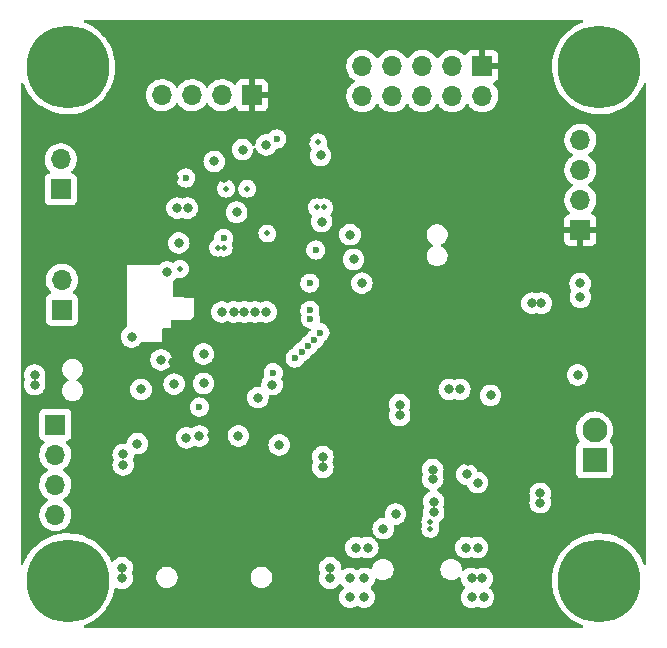
<source format=gbr>
%TF.GenerationSoftware,KiCad,Pcbnew,(6.0.7)*%
%TF.CreationDate,2022-09-16T23:20:04-07:00*%
%TF.ProjectId,All-in-one,416c6c2d-696e-42d6-9f6e-652e6b696361,rev?*%
%TF.SameCoordinates,Original*%
%TF.FileFunction,Copper,L3,Inr*%
%TF.FilePolarity,Positive*%
%FSLAX46Y46*%
G04 Gerber Fmt 4.6, Leading zero omitted, Abs format (unit mm)*
G04 Created by KiCad (PCBNEW (6.0.7)) date 2022-09-16 23:20:04*
%MOMM*%
%LPD*%
G01*
G04 APERTURE LIST*
%TA.AperFunction,ComponentPad*%
%ADD10C,0.800000*%
%TD*%
%TA.AperFunction,ComponentPad*%
%ADD11C,7.000000*%
%TD*%
%TA.AperFunction,ComponentPad*%
%ADD12O,1.700000X1.700000*%
%TD*%
%TA.AperFunction,ComponentPad*%
%ADD13R,1.700000X1.700000*%
%TD*%
%TA.AperFunction,ComponentPad*%
%ADD14R,2.100000X2.100000*%
%TD*%
%TA.AperFunction,ComponentPad*%
%ADD15C,2.100000*%
%TD*%
%TA.AperFunction,ViaPad*%
%ADD16C,0.500000*%
%TD*%
%TA.AperFunction,ViaPad*%
%ADD17C,0.800000*%
%TD*%
%TA.AperFunction,ViaPad*%
%ADD18C,0.600000*%
%TD*%
G04 APERTURE END LIST*
D10*
%TO.N,GND*%
%TO.C,H4*%
X26500000Y-23125000D03*
X29125000Y-20500000D03*
D11*
X26500000Y-20500000D03*
D10*
X26500000Y-17875000D03*
X24643845Y-22356155D03*
X24643845Y-18643845D03*
X28356155Y-22356155D03*
X23875000Y-20500000D03*
X28356155Y-18643845D03*
%TD*%
D12*
%TO.N,GND*%
%TO.C,J9*%
X69900000Y-26680000D03*
%TO.N,UART2_RX*%
X69900000Y-29220000D03*
%TO.N,UART2_TX*%
X69900000Y-31760000D03*
D13*
%TO.N,+3.3V*%
X69900000Y-34300000D03*
%TD*%
D12*
%TO.N,NRST*%
%TO.C,J6*%
X51440000Y-22965000D03*
%TO.N,GND*%
X51440000Y-20425000D03*
%TO.N,unconnected-(J6-Pad8)*%
X53980000Y-22965000D03*
%TO.N,unconnected-(J6-Pad7)*%
X53980000Y-20425000D03*
%TO.N,SWO*%
X56520000Y-22965000D03*
%TO.N,GND*%
X56520000Y-20425000D03*
%TO.N,SWCLK*%
X59060000Y-22965000D03*
%TO.N,GND*%
X59060000Y-20425000D03*
%TO.N,SWDIO*%
X61600000Y-22965000D03*
D13*
%TO.N,+3.3V*%
X61600000Y-20425000D03*
%TD*%
%TO.N,TIM3_CH4*%
%TO.C,J8*%
X26000000Y-41060000D03*
D12*
%TO.N,GND*%
X26000000Y-38520000D03*
%TD*%
D10*
%TO.N,GND*%
%TO.C,H3*%
X74125000Y-64000000D03*
X73356155Y-65856155D03*
X69643845Y-62143845D03*
X73356155Y-62143845D03*
X68875000Y-64000000D03*
X71500000Y-66625000D03*
X69643845Y-65856155D03*
X71500000Y-61375000D03*
D11*
X71500000Y-64000000D03*
%TD*%
D13*
%TO.N,GPIO_1*%
%TO.C,J5*%
X25450000Y-50800000D03*
D12*
%TO.N,GPIO_2*%
X25450000Y-53340000D03*
%TO.N,GPIO_3*%
X25450000Y-55880000D03*
%TO.N,GPIO_4*%
X25450000Y-58420000D03*
%TD*%
D13*
%TO.N,TIM2_CH4*%
%TO.C,J7*%
X25900000Y-30875000D03*
D12*
%TO.N,GND*%
X25900000Y-28335000D03*
%TD*%
%TO.N,GND*%
%TO.C,J4*%
X34480000Y-22900000D03*
%TO.N,I2C1_SDA*%
X37020000Y-22900000D03*
%TO.N,I2C1_SCL*%
X39560000Y-22900000D03*
D13*
%TO.N,+3.3V*%
X42100000Y-22900000D03*
%TD*%
D10*
%TO.N,GND*%
%TO.C,H1*%
X68875000Y-20500000D03*
X71500000Y-23125000D03*
D11*
X71500000Y-20500000D03*
D10*
X69643845Y-22356155D03*
X73356155Y-18643845D03*
X73356155Y-22356155D03*
X71500000Y-17875000D03*
X74125000Y-20500000D03*
X69643845Y-18643845D03*
%TD*%
D14*
%TO.N,+12V*%
%TO.C,J1*%
X71100000Y-53769999D03*
D15*
%TO.N,GND*%
X71100000Y-51229999D03*
%TD*%
D10*
%TO.N,GND*%
%TO.C,H2*%
X26500000Y-66625000D03*
X28356155Y-62143845D03*
X24643845Y-65856155D03*
X26500000Y-61375000D03*
X28356155Y-65856155D03*
X24643845Y-62143845D03*
X29125000Y-64000000D03*
X23875000Y-64000000D03*
D11*
X26500000Y-64000000D03*
%TD*%
D16*
%TO.N,+3.3V*%
X36700000Y-39200000D03*
D17*
%TO.N,GND*%
X43800000Y-47400000D03*
X66500000Y-57400000D03*
X66500000Y-56600000D03*
X61200000Y-55700000D03*
X60300000Y-55000000D03*
X57400000Y-55400000D03*
X57400000Y-54600000D03*
%TO.N,SD_CARD_DET*%
X32400245Y-52400000D03*
X44400000Y-52500000D03*
%TO.N,GND*%
X23700000Y-47400000D03*
X23700000Y-46600000D03*
X69665000Y-46580000D03*
%TO.N,+3.3V*%
X69665000Y-44980000D03*
%TO.N,GND*%
X66600000Y-40500000D03*
X65800000Y-40500000D03*
X69900000Y-40000000D03*
%TO.N,LED_STATUS*%
X69887500Y-38831250D03*
%TO.N,+3.3V*%
X61700000Y-41500000D03*
X61700000Y-45900000D03*
D18*
%TO.N,BOOT0*%
X47500000Y-36000000D03*
X39700000Y-35000000D03*
D17*
%TO.N,+3.3V*%
X61000000Y-35300000D03*
X37900000Y-37800000D03*
X60350000Y-53100000D03*
X67500000Y-44200000D03*
X61700000Y-44200000D03*
X35500000Y-29900000D03*
X67500000Y-45000000D03*
X61700000Y-43300000D03*
X61700000Y-42400000D03*
D18*
X34300000Y-49800000D03*
D17*
X38700000Y-51700000D03*
X39200000Y-32800000D03*
X46700000Y-26700000D03*
X60350000Y-53900000D03*
D18*
X46200000Y-37200000D03*
X44900000Y-33000000D03*
D17*
X35400000Y-45450000D03*
X60000000Y-34300000D03*
X39700000Y-29900000D03*
X37300000Y-28500000D03*
X61700000Y-45100000D03*
D18*
X48700000Y-30900000D03*
X44750000Y-45000000D03*
D17*
X37500000Y-35400000D03*
%TO.N,+5V*%
X57481928Y-57300000D03*
X57481928Y-58200500D03*
X53200000Y-59600000D03*
D18*
%TO.N,LED_STATUS*%
X47850000Y-43000000D03*
D17*
%TO.N,SPI1_NSS*%
X38000000Y-47300000D03*
X40940000Y-51740000D03*
%TO.N,SPI1_SCK*%
X37650000Y-51750000D03*
D18*
X37650000Y-49300000D03*
%TO.N,GPIO_1*%
X45750000Y-45150000D03*
%TO.N,GPIO_2*%
X46326500Y-44607364D03*
%TO.N,GPIO_3*%
X46854112Y-44107932D03*
%TO.N,GPIO_4*%
X47372783Y-43599222D03*
D17*
%TO.N,I2C1_SDA*%
X40800000Y-32800000D03*
D16*
X41700000Y-30800000D03*
X39900000Y-30800000D03*
D18*
%TO.N,UART2_TX*%
X47051761Y-41824656D03*
%TO.N,UART2_RX*%
X47000000Y-41100000D03*
D17*
%TO.N,SWDIO*%
X51400000Y-38800000D03*
%TO.N,SWCLK*%
X50400000Y-34700000D03*
%TO.N,SWO*%
X48000000Y-33600000D03*
%TO.N,Net-(C2-Pad2)*%
X54600000Y-49100000D03*
X62300000Y-48300000D03*
X54600000Y-50000000D03*
D16*
%TO.N,MPU_INT*%
X47700000Y-26900000D03*
X43400000Y-34600000D03*
D17*
%TO.N,GND*%
X54260000Y-58360000D03*
D16*
X57200000Y-59600000D03*
D18*
X36500000Y-29900000D03*
X43900000Y-46400000D03*
D17*
X38900000Y-28500000D03*
X59700000Y-47800000D03*
D16*
X47600000Y-32400000D03*
D17*
X51600000Y-63800000D03*
D18*
X47000000Y-38800000D03*
D17*
X31100000Y-62900000D03*
X60200000Y-61200000D03*
X50400000Y-65400000D03*
X36650000Y-32450000D03*
X34900000Y-37850000D03*
X42350000Y-41250000D03*
X61200000Y-61200000D03*
X50900000Y-61200000D03*
X51900000Y-61200000D03*
X61700000Y-65400000D03*
X60700000Y-65400000D03*
X43300000Y-27100000D03*
X43300000Y-41250000D03*
X61600000Y-63800000D03*
D16*
X36000000Y-37600000D03*
D17*
X35500000Y-47350000D03*
D16*
X57200000Y-59000000D03*
D17*
X48700000Y-63800000D03*
X31100000Y-63800000D03*
X39550000Y-41250000D03*
X41450000Y-41250000D03*
X58800000Y-47800000D03*
X31900000Y-43350000D03*
X47900000Y-28000000D03*
D16*
X39700000Y-35800000D03*
D17*
X36550000Y-51900000D03*
X51600000Y-65400000D03*
X48100000Y-54400000D03*
X31200000Y-54200000D03*
X35750000Y-32450000D03*
X40550000Y-41250000D03*
X48100000Y-53500000D03*
D16*
X48200000Y-32400000D03*
D17*
X41300000Y-27500000D03*
X34400000Y-45300000D03*
X31200000Y-53300000D03*
D16*
X39200000Y-35800000D03*
D17*
X50700000Y-36800000D03*
X35900000Y-35400000D03*
X60700000Y-63800000D03*
D18*
X44200000Y-26600000D03*
D17*
X48700000Y-62900000D03*
X32700000Y-47800000D03*
X50400000Y-63800000D03*
%TO.N,TIM2_CH4*%
X38000000Y-44804500D03*
%TO.N,TIM3_CH4*%
X42600000Y-48500000D03*
%TD*%
%TA.AperFunction,Conductor*%
%TO.N,+3.3V*%
G36*
X70096233Y-16528502D02*
G01*
X70142726Y-16582158D01*
X70152830Y-16652432D01*
X70123336Y-16717012D01*
X70069549Y-16753491D01*
X69996579Y-16778902D01*
X69640638Y-16943369D01*
X69302446Y-17141785D01*
X69142444Y-17258033D01*
X68987711Y-17370453D01*
X68987705Y-17370458D01*
X68985230Y-17372256D01*
X68982944Y-17374285D01*
X68982941Y-17374288D01*
X68903123Y-17445154D01*
X68692017Y-17632583D01*
X68689938Y-17634828D01*
X68689931Y-17634835D01*
X68427694Y-17918026D01*
X68425608Y-17920279D01*
X68188544Y-18232599D01*
X67983089Y-18566562D01*
X67811203Y-18918980D01*
X67810131Y-18921864D01*
X67810130Y-18921865D01*
X67712592Y-19184137D01*
X67674527Y-19286489D01*
X67574367Y-19665581D01*
X67557516Y-19769621D01*
X67527604Y-19954305D01*
X67511677Y-20052638D01*
X67511483Y-20055718D01*
X67511483Y-20055720D01*
X67490346Y-20391695D01*
X67487057Y-20443965D01*
X67487165Y-20447054D01*
X67500630Y-20832639D01*
X67500741Y-20835827D01*
X67552599Y-21224484D01*
X67553299Y-21227468D01*
X67553300Y-21227474D01*
X67626642Y-21540165D01*
X67642136Y-21606225D01*
X67768496Y-21977407D01*
X67930475Y-22334487D01*
X68126525Y-22674056D01*
X68128314Y-22676554D01*
X68128316Y-22676558D01*
X68335959Y-22966590D01*
X68354776Y-22992874D01*
X68356802Y-22995189D01*
X68356805Y-22995192D01*
X68497294Y-23155671D01*
X68613049Y-23287896D01*
X68898878Y-23556308D01*
X69097140Y-23708990D01*
X69198617Y-23787137D01*
X69209536Y-23795546D01*
X69212139Y-23797173D01*
X69212144Y-23797176D01*
X69287546Y-23844292D01*
X69542056Y-24003328D01*
X69893266Y-24177670D01*
X70259812Y-24316907D01*
X70638195Y-24419712D01*
X70936419Y-24470153D01*
X71021783Y-24484591D01*
X71021786Y-24484591D01*
X71024805Y-24485102D01*
X71179444Y-24495916D01*
X71412885Y-24512240D01*
X71412893Y-24512240D01*
X71415951Y-24512454D01*
X71668037Y-24505413D01*
X71804825Y-24501592D01*
X71804828Y-24501592D01*
X71807899Y-24501506D01*
X71810952Y-24501120D01*
X71810956Y-24501120D01*
X71952576Y-24483229D01*
X72196908Y-24452362D01*
X72199912Y-24451680D01*
X72199915Y-24451679D01*
X72576269Y-24366174D01*
X72576275Y-24366172D01*
X72579265Y-24365493D01*
X72720330Y-24318567D01*
X72948396Y-24242700D01*
X72948402Y-24242698D01*
X72951320Y-24241727D01*
X72954130Y-24240476D01*
X73306722Y-24083492D01*
X73306728Y-24083489D01*
X73309522Y-24082245D01*
X73334788Y-24067892D01*
X73647784Y-23890086D01*
X73647790Y-23890083D01*
X73650452Y-23888570D01*
X73824648Y-23765688D01*
X73968342Y-23664323D01*
X73968346Y-23664320D01*
X73970855Y-23662550D01*
X74197622Y-23466811D01*
X74265347Y-23408353D01*
X74265351Y-23408349D01*
X74267674Y-23406344D01*
X74285448Y-23387680D01*
X74535957Y-23124618D01*
X74538074Y-23122395D01*
X74559660Y-23094767D01*
X74777565Y-22815860D01*
X74777567Y-22815857D01*
X74779475Y-22813415D01*
X74989574Y-22482354D01*
X75000512Y-22460702D01*
X75121321Y-22221538D01*
X75166363Y-22132370D01*
X75174493Y-22111411D01*
X75248027Y-21921827D01*
X75291310Y-21865550D01*
X75358147Y-21841607D01*
X75427319Y-21857599D01*
X75476864Y-21908450D01*
X75491500Y-21967392D01*
X75491500Y-62530281D01*
X75471498Y-62598402D01*
X75417842Y-62644895D01*
X75347568Y-62654999D01*
X75282988Y-62625505D01*
X75246801Y-62572548D01*
X75211544Y-62473536D01*
X75210512Y-62470637D01*
X75043564Y-62115854D01*
X75041997Y-62113225D01*
X75041992Y-62113216D01*
X74844361Y-61781689D01*
X74842791Y-61779055D01*
X74840977Y-61776595D01*
X74840972Y-61776587D01*
X74611933Y-61465926D01*
X74611931Y-61465923D01*
X74610111Y-61463455D01*
X74347744Y-61172068D01*
X74058195Y-60907673D01*
X73744228Y-60672795D01*
X73696015Y-60643596D01*
X73411467Y-60471267D01*
X73411458Y-60471262D01*
X73408839Y-60469676D01*
X73155607Y-60348348D01*
X73058001Y-60301583D01*
X73057999Y-60301582D01*
X73055229Y-60300255D01*
X73052339Y-60299203D01*
X73052334Y-60299201D01*
X72689674Y-60167204D01*
X72689671Y-60167203D01*
X72686775Y-60166149D01*
X72315367Y-60070787D01*
X72309977Y-60069403D01*
X72309974Y-60069402D01*
X72306993Y-60068637D01*
X71919508Y-60008651D01*
X71528018Y-59986764D01*
X71524939Y-59986893D01*
X71524936Y-59986893D01*
X71269188Y-59997612D01*
X71136261Y-60003183D01*
X71133217Y-60003611D01*
X71133215Y-60003611D01*
X70922778Y-60033186D01*
X70747976Y-60057753D01*
X70366869Y-60149953D01*
X69996579Y-60278902D01*
X69640638Y-60443369D01*
X69302446Y-60641785D01*
X69142444Y-60758033D01*
X68987711Y-60870453D01*
X68987705Y-60870458D01*
X68985230Y-60872256D01*
X68982944Y-60874285D01*
X68982941Y-60874288D01*
X68903123Y-60945154D01*
X68692017Y-61132583D01*
X68689938Y-61134828D01*
X68689931Y-61134835D01*
X68427694Y-61418026D01*
X68425608Y-61420279D01*
X68188544Y-61732599D01*
X68159964Y-61779055D01*
X68027851Y-61993803D01*
X67983089Y-62066562D01*
X67811203Y-62418980D01*
X67810131Y-62421864D01*
X67810130Y-62421865D01*
X67683370Y-62762712D01*
X67674527Y-62786489D01*
X67574367Y-63165581D01*
X67559535Y-63257157D01*
X67519054Y-63507094D01*
X67511677Y-63552638D01*
X67511483Y-63555718D01*
X67511483Y-63555720D01*
X67487527Y-63936502D01*
X67487057Y-63943965D01*
X67487739Y-63963487D01*
X67500436Y-64327084D01*
X67500741Y-64335827D01*
X67501147Y-64338871D01*
X67501148Y-64338881D01*
X67520917Y-64487042D01*
X67552599Y-64724484D01*
X67553299Y-64727468D01*
X67553300Y-64727474D01*
X67625367Y-65034729D01*
X67642136Y-65106225D01*
X67768496Y-65477407D01*
X67930475Y-65834487D01*
X68126525Y-66174056D01*
X68128314Y-66176554D01*
X68128316Y-66176558D01*
X68278134Y-66385821D01*
X68354776Y-66492874D01*
X68613049Y-66787896D01*
X68898878Y-67056308D01*
X69209536Y-67295546D01*
X69212139Y-67297173D01*
X69212144Y-67297176D01*
X69331576Y-67371805D01*
X69542056Y-67503328D01*
X69893266Y-67677670D01*
X70072992Y-67745941D01*
X70077654Y-67747712D01*
X70134232Y-67790600D01*
X70158642Y-67857269D01*
X70143133Y-67926551D01*
X70092629Y-67976450D01*
X70032911Y-67991500D01*
X27978421Y-67991500D01*
X27910300Y-67971498D01*
X27863807Y-67917842D01*
X27853703Y-67847568D01*
X27883197Y-67782988D01*
X27938648Y-67745942D01*
X27951320Y-67741727D01*
X28092735Y-67678765D01*
X28306722Y-67583492D01*
X28306728Y-67583489D01*
X28309522Y-67582245D01*
X28312191Y-67580729D01*
X28647784Y-67390086D01*
X28647790Y-67390083D01*
X28650452Y-67388570D01*
X28970855Y-67162550D01*
X29267674Y-66906344D01*
X29538074Y-66622395D01*
X29722906Y-66385821D01*
X29777565Y-66315860D01*
X29777567Y-66315857D01*
X29779475Y-66313415D01*
X29989574Y-65982354D01*
X30166363Y-65632370D01*
X30226469Y-65477407D01*
X30307041Y-65269681D01*
X30307044Y-65269672D01*
X30308156Y-65266805D01*
X30413600Y-64889148D01*
X30451394Y-64674808D01*
X30482921Y-64611196D01*
X30543835Y-64574726D01*
X30614796Y-64576979D01*
X30638174Y-64587432D01*
X30643248Y-64591118D01*
X30719398Y-64625022D01*
X30806170Y-64663655D01*
X30817712Y-64668794D01*
X30907194Y-64687814D01*
X30998056Y-64707128D01*
X30998061Y-64707128D01*
X31004513Y-64708500D01*
X31195487Y-64708500D01*
X31201939Y-64707128D01*
X31201944Y-64707128D01*
X31292806Y-64687814D01*
X31382288Y-64668794D01*
X31388319Y-64666109D01*
X31550722Y-64593803D01*
X31550724Y-64593802D01*
X31556752Y-64591118D01*
X31579588Y-64574527D01*
X31684829Y-64498064D01*
X31711253Y-64478866D01*
X31839040Y-64336944D01*
X31934527Y-64171556D01*
X31993542Y-63989928D01*
X32005146Y-63879527D01*
X32012814Y-63806565D01*
X32013150Y-63803366D01*
X33981500Y-63803366D01*
X33982872Y-63809818D01*
X33982872Y-63809823D01*
X33989656Y-63841739D01*
X34021206Y-63990167D01*
X34098882Y-64164631D01*
X34211134Y-64319132D01*
X34216044Y-64323553D01*
X34216045Y-64323554D01*
X34233068Y-64338881D01*
X34353056Y-64446919D01*
X34399172Y-64473544D01*
X34508556Y-64536697D01*
X34518444Y-64542406D01*
X34700072Y-64601421D01*
X34706633Y-64602111D01*
X34706635Y-64602111D01*
X34757273Y-64607433D01*
X34842390Y-64616379D01*
X34937610Y-64616379D01*
X35022727Y-64607433D01*
X35073365Y-64602111D01*
X35073367Y-64602111D01*
X35079928Y-64601421D01*
X35261556Y-64542406D01*
X35271445Y-64536697D01*
X35380828Y-64473544D01*
X35426944Y-64446919D01*
X35546933Y-64338881D01*
X35563955Y-64323554D01*
X35563956Y-64323553D01*
X35568866Y-64319132D01*
X35681118Y-64164631D01*
X35758794Y-63990167D01*
X35790344Y-63841739D01*
X35797128Y-63809823D01*
X35797128Y-63809818D01*
X35798500Y-63803366D01*
X41981500Y-63803366D01*
X41982872Y-63809818D01*
X41982872Y-63809823D01*
X41989656Y-63841739D01*
X42021206Y-63990167D01*
X42098882Y-64164631D01*
X42211134Y-64319132D01*
X42216044Y-64323553D01*
X42216045Y-64323554D01*
X42233068Y-64338881D01*
X42353056Y-64446919D01*
X42399172Y-64473544D01*
X42508556Y-64536697D01*
X42518444Y-64542406D01*
X42700072Y-64601421D01*
X42706633Y-64602111D01*
X42706635Y-64602111D01*
X42757273Y-64607433D01*
X42842390Y-64616379D01*
X42937610Y-64616379D01*
X43022727Y-64607433D01*
X43073365Y-64602111D01*
X43073367Y-64602111D01*
X43079928Y-64601421D01*
X43261556Y-64542406D01*
X43271445Y-64536697D01*
X43380828Y-64473544D01*
X43426944Y-64446919D01*
X43546933Y-64338881D01*
X43563955Y-64323554D01*
X43563956Y-64323553D01*
X43568866Y-64319132D01*
X43681118Y-64164631D01*
X43758794Y-63990167D01*
X43790344Y-63841739D01*
X43797128Y-63809823D01*
X43797128Y-63809818D01*
X43798500Y-63803366D01*
X43798500Y-63800000D01*
X47786496Y-63800000D01*
X47787186Y-63806565D01*
X47794855Y-63879527D01*
X47806458Y-63989928D01*
X47865473Y-64171556D01*
X47960960Y-64336944D01*
X48088747Y-64478866D01*
X48115171Y-64498064D01*
X48220413Y-64574527D01*
X48243248Y-64591118D01*
X48249276Y-64593802D01*
X48249278Y-64593803D01*
X48411681Y-64666109D01*
X48417712Y-64668794D01*
X48507194Y-64687814D01*
X48598056Y-64707128D01*
X48598061Y-64707128D01*
X48604513Y-64708500D01*
X48795487Y-64708500D01*
X48801939Y-64707128D01*
X48801944Y-64707128D01*
X48892806Y-64687814D01*
X48982288Y-64668794D01*
X48988319Y-64666109D01*
X49150722Y-64593803D01*
X49150724Y-64593802D01*
X49156752Y-64591118D01*
X49179588Y-64574527D01*
X49284829Y-64498064D01*
X49311253Y-64478866D01*
X49439040Y-64336944D01*
X49442341Y-64331226D01*
X49446224Y-64325882D01*
X49447878Y-64327084D01*
X49492259Y-64284764D01*
X49561972Y-64271325D01*
X49627884Y-64297709D01*
X49652868Y-64326542D01*
X49653776Y-64325882D01*
X49657659Y-64331226D01*
X49660960Y-64336944D01*
X49788747Y-64478866D01*
X49794089Y-64482747D01*
X49794091Y-64482749D01*
X49815171Y-64498064D01*
X49858525Y-64554286D01*
X49864601Y-64625022D01*
X49831469Y-64687814D01*
X49815173Y-64701935D01*
X49788747Y-64721134D01*
X49660960Y-64863056D01*
X49565473Y-65028444D01*
X49506458Y-65210072D01*
X49486496Y-65400000D01*
X49506458Y-65589928D01*
X49565473Y-65771556D01*
X49660960Y-65936944D01*
X49788747Y-66078866D01*
X49841223Y-66116992D01*
X49900000Y-66159696D01*
X49943248Y-66191118D01*
X49949276Y-66193802D01*
X49949278Y-66193803D01*
X49951248Y-66194680D01*
X50117712Y-66268794D01*
X50211113Y-66288647D01*
X50298056Y-66307128D01*
X50298061Y-66307128D01*
X50304513Y-66308500D01*
X50495487Y-66308500D01*
X50501939Y-66307128D01*
X50501944Y-66307128D01*
X50588887Y-66288647D01*
X50682288Y-66268794D01*
X50848752Y-66194680D01*
X50850722Y-66193803D01*
X50850724Y-66193802D01*
X50856752Y-66191118D01*
X50880236Y-66174056D01*
X50925939Y-66140851D01*
X50992807Y-66116992D01*
X51061959Y-66133073D01*
X51074061Y-66140851D01*
X51119764Y-66174056D01*
X51143248Y-66191118D01*
X51149276Y-66193802D01*
X51149278Y-66193803D01*
X51151248Y-66194680D01*
X51317712Y-66268794D01*
X51411113Y-66288647D01*
X51498056Y-66307128D01*
X51498061Y-66307128D01*
X51504513Y-66308500D01*
X51695487Y-66308500D01*
X51701939Y-66307128D01*
X51701944Y-66307128D01*
X51788887Y-66288647D01*
X51882288Y-66268794D01*
X52048752Y-66194680D01*
X52050722Y-66193803D01*
X52050724Y-66193802D01*
X52056752Y-66191118D01*
X52100001Y-66159696D01*
X52158777Y-66116992D01*
X52211253Y-66078866D01*
X52339040Y-65936944D01*
X52434527Y-65771556D01*
X52493542Y-65589928D01*
X52513504Y-65400000D01*
X52493542Y-65210072D01*
X52434527Y-65028444D01*
X52339040Y-64863056D01*
X52211253Y-64721134D01*
X52184829Y-64701935D01*
X52141475Y-64645714D01*
X52135399Y-64574978D01*
X52168531Y-64512186D01*
X52184829Y-64498064D01*
X52205909Y-64482749D01*
X52205911Y-64482747D01*
X52211253Y-64478866D01*
X52339040Y-64336944D01*
X52434527Y-64171556D01*
X52493542Y-63989928D01*
X52502216Y-63907395D01*
X52529229Y-63841739D01*
X52587450Y-63801109D01*
X52658395Y-63798406D01*
X52690527Y-63811447D01*
X52808444Y-63879527D01*
X52990072Y-63938542D01*
X52996633Y-63939232D01*
X52996635Y-63939232D01*
X53041669Y-63943965D01*
X53132390Y-63953500D01*
X53227610Y-63953500D01*
X53318331Y-63943965D01*
X53363365Y-63939232D01*
X53363367Y-63939232D01*
X53369928Y-63938542D01*
X53551556Y-63879527D01*
X53716944Y-63784040D01*
X53770766Y-63735579D01*
X53853955Y-63660675D01*
X53853956Y-63660674D01*
X53858866Y-63656253D01*
X53971118Y-63501752D01*
X54000959Y-63434729D01*
X54046109Y-63333319D01*
X54046109Y-63333318D01*
X54048794Y-63327288D01*
X54075267Y-63202742D01*
X54087128Y-63146944D01*
X54087128Y-63146939D01*
X54088500Y-63140487D01*
X58051500Y-63140487D01*
X58052872Y-63146939D01*
X58052872Y-63146944D01*
X58064733Y-63202742D01*
X58091206Y-63327288D01*
X58093891Y-63333318D01*
X58093891Y-63333319D01*
X58139042Y-63434729D01*
X58168882Y-63501752D01*
X58281134Y-63656253D01*
X58286044Y-63660674D01*
X58286045Y-63660675D01*
X58369235Y-63735579D01*
X58423056Y-63784040D01*
X58588444Y-63879527D01*
X58770072Y-63938542D01*
X58776633Y-63939232D01*
X58776635Y-63939232D01*
X58821669Y-63943965D01*
X58912390Y-63953500D01*
X59007610Y-63953500D01*
X59098331Y-63943965D01*
X59143365Y-63939232D01*
X59143367Y-63939232D01*
X59149928Y-63938542D01*
X59331556Y-63879527D01*
X59496944Y-63784040D01*
X59550766Y-63735579D01*
X59576876Y-63712069D01*
X59640883Y-63681351D01*
X59711337Y-63690116D01*
X59765868Y-63735579D01*
X59785484Y-63800106D01*
X59786496Y-63800000D01*
X59787186Y-63806565D01*
X59794855Y-63879527D01*
X59806458Y-63989928D01*
X59865473Y-64171556D01*
X59960960Y-64336944D01*
X60088747Y-64478866D01*
X60094089Y-64482747D01*
X60094091Y-64482749D01*
X60115171Y-64498064D01*
X60158525Y-64554286D01*
X60164601Y-64625022D01*
X60131469Y-64687814D01*
X60115173Y-64701935D01*
X60088747Y-64721134D01*
X59960960Y-64863056D01*
X59865473Y-65028444D01*
X59806458Y-65210072D01*
X59786496Y-65400000D01*
X59806458Y-65589928D01*
X59865473Y-65771556D01*
X59960960Y-65936944D01*
X60088747Y-66078866D01*
X60141223Y-66116992D01*
X60200000Y-66159696D01*
X60243248Y-66191118D01*
X60249276Y-66193802D01*
X60249278Y-66193803D01*
X60251248Y-66194680D01*
X60417712Y-66268794D01*
X60511113Y-66288647D01*
X60598056Y-66307128D01*
X60598061Y-66307128D01*
X60604513Y-66308500D01*
X60795487Y-66308500D01*
X60801939Y-66307128D01*
X60801944Y-66307128D01*
X60888887Y-66288647D01*
X60982288Y-66268794D01*
X61148752Y-66194680D01*
X61219118Y-66185246D01*
X61251247Y-66194680D01*
X61417712Y-66268794D01*
X61511113Y-66288647D01*
X61598056Y-66307128D01*
X61598061Y-66307128D01*
X61604513Y-66308500D01*
X61795487Y-66308500D01*
X61801939Y-66307128D01*
X61801944Y-66307128D01*
X61888887Y-66288647D01*
X61982288Y-66268794D01*
X62148752Y-66194680D01*
X62150722Y-66193803D01*
X62150724Y-66193802D01*
X62156752Y-66191118D01*
X62200001Y-66159696D01*
X62258777Y-66116992D01*
X62311253Y-66078866D01*
X62439040Y-65936944D01*
X62534527Y-65771556D01*
X62593542Y-65589928D01*
X62613504Y-65400000D01*
X62593542Y-65210072D01*
X62534527Y-65028444D01*
X62439040Y-64863056D01*
X62311253Y-64721134D01*
X62291976Y-64707128D01*
X62232140Y-64663655D01*
X62188786Y-64607433D01*
X62182711Y-64536697D01*
X62212565Y-64477409D01*
X62334621Y-64341852D01*
X62334622Y-64341851D01*
X62339040Y-64336944D01*
X62434527Y-64171556D01*
X62493542Y-63989928D01*
X62505146Y-63879527D01*
X62512814Y-63806565D01*
X62513504Y-63800000D01*
X62493542Y-63610072D01*
X62434527Y-63428444D01*
X62339040Y-63263056D01*
X62245387Y-63159043D01*
X62215675Y-63126045D01*
X62215674Y-63126044D01*
X62211253Y-63121134D01*
X62056752Y-63008882D01*
X62050724Y-63006198D01*
X62050722Y-63006197D01*
X61888319Y-62933891D01*
X61888318Y-62933891D01*
X61882288Y-62931206D01*
X61766362Y-62906565D01*
X61701944Y-62892872D01*
X61701939Y-62892872D01*
X61695487Y-62891500D01*
X61504513Y-62891500D01*
X61498061Y-62892872D01*
X61498056Y-62892872D01*
X61433638Y-62906565D01*
X61317712Y-62931206D01*
X61201248Y-62983059D01*
X61130882Y-62992493D01*
X61098754Y-62983060D01*
X60982288Y-62931206D01*
X60866362Y-62906565D01*
X60801944Y-62892872D01*
X60801939Y-62892872D01*
X60795487Y-62891500D01*
X60604513Y-62891500D01*
X60598061Y-62892872D01*
X60598056Y-62892872D01*
X60533638Y-62906565D01*
X60417712Y-62931206D01*
X60411682Y-62933891D01*
X60411681Y-62933891D01*
X60249278Y-63006197D01*
X60249276Y-63006198D01*
X60243248Y-63008882D01*
X60088747Y-63121134D01*
X60084325Y-63126045D01*
X60079423Y-63130459D01*
X60077520Y-63128346D01*
X60027727Y-63159043D01*
X59956743Y-63157713D01*
X59897746Y-63118217D01*
X59869468Y-63053095D01*
X59868500Y-63037503D01*
X59868500Y-62949513D01*
X59865180Y-62933891D01*
X59839767Y-62814337D01*
X59828794Y-62762712D01*
X59782314Y-62658316D01*
X59753803Y-62594278D01*
X59753802Y-62594276D01*
X59751118Y-62588248D01*
X59742631Y-62576566D01*
X59703510Y-62522721D01*
X59638866Y-62433747D01*
X59554905Y-62358148D01*
X59501852Y-62310379D01*
X59501851Y-62310378D01*
X59496944Y-62305960D01*
X59396010Y-62247686D01*
X59337279Y-62213777D01*
X59337278Y-62213776D01*
X59331556Y-62210473D01*
X59149928Y-62151458D01*
X59143367Y-62150768D01*
X59143365Y-62150768D01*
X59090111Y-62145171D01*
X59007610Y-62136500D01*
X58912390Y-62136500D01*
X58829889Y-62145171D01*
X58776635Y-62150768D01*
X58776633Y-62150768D01*
X58770072Y-62151458D01*
X58588444Y-62210473D01*
X58582722Y-62213776D01*
X58582721Y-62213777D01*
X58523990Y-62247686D01*
X58423056Y-62305960D01*
X58418149Y-62310378D01*
X58418148Y-62310379D01*
X58365095Y-62358148D01*
X58281134Y-62433747D01*
X58216490Y-62522721D01*
X58177370Y-62576566D01*
X58168882Y-62588248D01*
X58166198Y-62594276D01*
X58166197Y-62594278D01*
X58137686Y-62658316D01*
X58091206Y-62762712D01*
X58080233Y-62814337D01*
X58054821Y-62933891D01*
X58051500Y-62949513D01*
X58051500Y-63140487D01*
X54088500Y-63140487D01*
X54088500Y-62949513D01*
X54085180Y-62933891D01*
X54059767Y-62814337D01*
X54048794Y-62762712D01*
X54002314Y-62658316D01*
X53973803Y-62594278D01*
X53973802Y-62594276D01*
X53971118Y-62588248D01*
X53962631Y-62576566D01*
X53923510Y-62522721D01*
X53858866Y-62433747D01*
X53774905Y-62358148D01*
X53721852Y-62310379D01*
X53721851Y-62310378D01*
X53716944Y-62305960D01*
X53616010Y-62247686D01*
X53557279Y-62213777D01*
X53557278Y-62213776D01*
X53551556Y-62210473D01*
X53369928Y-62151458D01*
X53363367Y-62150768D01*
X53363365Y-62150768D01*
X53310111Y-62145171D01*
X53227610Y-62136500D01*
X53132390Y-62136500D01*
X53049889Y-62145171D01*
X52996635Y-62150768D01*
X52996633Y-62150768D01*
X52990072Y-62151458D01*
X52808444Y-62210473D01*
X52802722Y-62213776D01*
X52802721Y-62213777D01*
X52743990Y-62247686D01*
X52643056Y-62305960D01*
X52638149Y-62310378D01*
X52638148Y-62310379D01*
X52585095Y-62358148D01*
X52501134Y-62433747D01*
X52436490Y-62522721D01*
X52397370Y-62576566D01*
X52388882Y-62588248D01*
X52386198Y-62594276D01*
X52386197Y-62594278D01*
X52357686Y-62658316D01*
X52311206Y-62762712D01*
X52283420Y-62893435D01*
X52272181Y-62946309D01*
X52238452Y-63008782D01*
X52176303Y-63043104D01*
X52105464Y-63038376D01*
X52074872Y-63022047D01*
X52062095Y-63012764D01*
X52056752Y-63008882D01*
X52050724Y-63006198D01*
X52050722Y-63006197D01*
X51888319Y-62933891D01*
X51888318Y-62933891D01*
X51882288Y-62931206D01*
X51766362Y-62906565D01*
X51701944Y-62892872D01*
X51701939Y-62892872D01*
X51695487Y-62891500D01*
X51504513Y-62891500D01*
X51498061Y-62892872D01*
X51498056Y-62892872D01*
X51433638Y-62906565D01*
X51317712Y-62931206D01*
X51311682Y-62933891D01*
X51311681Y-62933891D01*
X51149278Y-63006197D01*
X51149276Y-63006198D01*
X51143248Y-63008882D01*
X51137907Y-63012762D01*
X51137906Y-63012763D01*
X51074061Y-63059149D01*
X51007193Y-63083008D01*
X50938041Y-63066927D01*
X50925939Y-63059149D01*
X50862094Y-63012763D01*
X50862093Y-63012762D01*
X50856752Y-63008882D01*
X50850724Y-63006198D01*
X50850722Y-63006197D01*
X50688319Y-62933891D01*
X50688318Y-62933891D01*
X50682288Y-62931206D01*
X50566362Y-62906565D01*
X50501944Y-62892872D01*
X50501939Y-62892872D01*
X50495487Y-62891500D01*
X50304513Y-62891500D01*
X50298061Y-62892872D01*
X50298056Y-62892872D01*
X50233638Y-62906565D01*
X50117712Y-62931206D01*
X50111682Y-62933891D01*
X50111681Y-62933891D01*
X49949278Y-63006197D01*
X49949276Y-63006198D01*
X49943248Y-63008882D01*
X49802802Y-63110922D01*
X49735938Y-63134779D01*
X49666786Y-63118699D01*
X49617306Y-63067786D01*
X49603434Y-62995815D01*
X49612814Y-62906565D01*
X49613504Y-62900000D01*
X49602965Y-62799723D01*
X49594232Y-62716635D01*
X49594232Y-62716633D01*
X49593542Y-62710072D01*
X49534527Y-62528444D01*
X49439040Y-62363056D01*
X49391610Y-62310379D01*
X49315675Y-62226045D01*
X49315674Y-62226044D01*
X49311253Y-62221134D01*
X49156752Y-62108882D01*
X49150724Y-62106198D01*
X49150722Y-62106197D01*
X48988319Y-62033891D01*
X48988318Y-62033891D01*
X48982288Y-62031206D01*
X48888888Y-62011353D01*
X48801944Y-61992872D01*
X48801939Y-61992872D01*
X48795487Y-61991500D01*
X48604513Y-61991500D01*
X48598061Y-61992872D01*
X48598056Y-61992872D01*
X48511112Y-62011353D01*
X48417712Y-62031206D01*
X48411682Y-62033891D01*
X48411681Y-62033891D01*
X48249278Y-62106197D01*
X48249276Y-62106198D01*
X48243248Y-62108882D01*
X48088747Y-62221134D01*
X48084326Y-62226044D01*
X48084325Y-62226045D01*
X48008391Y-62310379D01*
X47960960Y-62363056D01*
X47865473Y-62528444D01*
X47806458Y-62710072D01*
X47805768Y-62716633D01*
X47805768Y-62716635D01*
X47797035Y-62799723D01*
X47786496Y-62900000D01*
X47787186Y-62906565D01*
X47805731Y-63083008D01*
X47806458Y-63089928D01*
X47865473Y-63271556D01*
X47868776Y-63277277D01*
X47874389Y-63286998D01*
X47891128Y-63355993D01*
X47874390Y-63413000D01*
X47865473Y-63428444D01*
X47806458Y-63610072D01*
X47786496Y-63800000D01*
X43798500Y-63800000D01*
X43798500Y-63612392D01*
X43796673Y-63603794D01*
X43773701Y-63495722D01*
X43758794Y-63425591D01*
X43688975Y-63268774D01*
X43683803Y-63257157D01*
X43683802Y-63257155D01*
X43681118Y-63251127D01*
X43658847Y-63220473D01*
X43640864Y-63195722D01*
X43568866Y-63096626D01*
X43456904Y-62995815D01*
X43431852Y-62973258D01*
X43431851Y-62973257D01*
X43426944Y-62968839D01*
X43326010Y-62910565D01*
X43267279Y-62876656D01*
X43267278Y-62876655D01*
X43261556Y-62873352D01*
X43079928Y-62814337D01*
X43073367Y-62813647D01*
X43073365Y-62813647D01*
X43020111Y-62808050D01*
X42937610Y-62799379D01*
X42842390Y-62799379D01*
X42759889Y-62808050D01*
X42706635Y-62813647D01*
X42706633Y-62813647D01*
X42700072Y-62814337D01*
X42518444Y-62873352D01*
X42512722Y-62876655D01*
X42512721Y-62876656D01*
X42453990Y-62910565D01*
X42353056Y-62968839D01*
X42348149Y-62973257D01*
X42348148Y-62973258D01*
X42323096Y-62995815D01*
X42211134Y-63096626D01*
X42139136Y-63195722D01*
X42121154Y-63220473D01*
X42098882Y-63251127D01*
X42096198Y-63257155D01*
X42096197Y-63257157D01*
X42091025Y-63268774D01*
X42021206Y-63425591D01*
X42006299Y-63495722D01*
X41983328Y-63603794D01*
X41981500Y-63612392D01*
X41981500Y-63803366D01*
X35798500Y-63803366D01*
X35798500Y-63612392D01*
X35796673Y-63603794D01*
X35773701Y-63495722D01*
X35758794Y-63425591D01*
X35688975Y-63268774D01*
X35683803Y-63257157D01*
X35683802Y-63257155D01*
X35681118Y-63251127D01*
X35658847Y-63220473D01*
X35640864Y-63195722D01*
X35568866Y-63096626D01*
X35456904Y-62995815D01*
X35431852Y-62973258D01*
X35431851Y-62973257D01*
X35426944Y-62968839D01*
X35326010Y-62910565D01*
X35267279Y-62876656D01*
X35267278Y-62876655D01*
X35261556Y-62873352D01*
X35079928Y-62814337D01*
X35073367Y-62813647D01*
X35073365Y-62813647D01*
X35020111Y-62808050D01*
X34937610Y-62799379D01*
X34842390Y-62799379D01*
X34759889Y-62808050D01*
X34706635Y-62813647D01*
X34706633Y-62813647D01*
X34700072Y-62814337D01*
X34518444Y-62873352D01*
X34512722Y-62876655D01*
X34512721Y-62876656D01*
X34453990Y-62910565D01*
X34353056Y-62968839D01*
X34348149Y-62973257D01*
X34348148Y-62973258D01*
X34323096Y-62995815D01*
X34211134Y-63096626D01*
X34139136Y-63195722D01*
X34121154Y-63220473D01*
X34098882Y-63251127D01*
X34096198Y-63257155D01*
X34096197Y-63257157D01*
X34091025Y-63268774D01*
X34021206Y-63425591D01*
X34006299Y-63495722D01*
X33983328Y-63603794D01*
X33981500Y-63612392D01*
X33981500Y-63803366D01*
X32013150Y-63803366D01*
X32013504Y-63800000D01*
X31993542Y-63610072D01*
X31934527Y-63428444D01*
X31925611Y-63413001D01*
X31908872Y-63344007D01*
X31925611Y-63286998D01*
X31931224Y-63277277D01*
X31934527Y-63271556D01*
X31993542Y-63089928D01*
X31994270Y-63083008D01*
X32012814Y-62906565D01*
X32013504Y-62900000D01*
X32002965Y-62799723D01*
X31994232Y-62716635D01*
X31994232Y-62716633D01*
X31993542Y-62710072D01*
X31934527Y-62528444D01*
X31839040Y-62363056D01*
X31791610Y-62310379D01*
X31715675Y-62226045D01*
X31715674Y-62226044D01*
X31711253Y-62221134D01*
X31556752Y-62108882D01*
X31550724Y-62106198D01*
X31550722Y-62106197D01*
X31388319Y-62033891D01*
X31388318Y-62033891D01*
X31382288Y-62031206D01*
X31288888Y-62011353D01*
X31201944Y-61992872D01*
X31201939Y-61992872D01*
X31195487Y-61991500D01*
X31004513Y-61991500D01*
X30998061Y-61992872D01*
X30998056Y-61992872D01*
X30911112Y-62011353D01*
X30817712Y-62031206D01*
X30811682Y-62033891D01*
X30811681Y-62033891D01*
X30649278Y-62106197D01*
X30649276Y-62106198D01*
X30643248Y-62108882D01*
X30488747Y-62221134D01*
X30360960Y-62363056D01*
X30360383Y-62362537D01*
X30308273Y-62402723D01*
X30237537Y-62408800D01*
X30174745Y-62375670D01*
X30148548Y-62338957D01*
X30131468Y-62302659D01*
X30043564Y-62115854D01*
X30041997Y-62113225D01*
X30041992Y-62113216D01*
X29844361Y-61781689D01*
X29842791Y-61779055D01*
X29840977Y-61776595D01*
X29840972Y-61776587D01*
X29611933Y-61465926D01*
X29611931Y-61465923D01*
X29610111Y-61463455D01*
X29372894Y-61200000D01*
X49986496Y-61200000D01*
X50006458Y-61389928D01*
X50065473Y-61571556D01*
X50160960Y-61736944D01*
X50165378Y-61741851D01*
X50165379Y-61741852D01*
X50284325Y-61873955D01*
X50288747Y-61878866D01*
X50387843Y-61950864D01*
X50400000Y-61959696D01*
X50443248Y-61991118D01*
X50449276Y-61993802D01*
X50449278Y-61993803D01*
X50539318Y-62033891D01*
X50617712Y-62068794D01*
X50711113Y-62088647D01*
X50798056Y-62107128D01*
X50798061Y-62107128D01*
X50804513Y-62108500D01*
X50995487Y-62108500D01*
X51001939Y-62107128D01*
X51001944Y-62107128D01*
X51088887Y-62088647D01*
X51182288Y-62068794D01*
X51348752Y-61994680D01*
X51419118Y-61985246D01*
X51451247Y-61994680D01*
X51617712Y-62068794D01*
X51711113Y-62088647D01*
X51798056Y-62107128D01*
X51798061Y-62107128D01*
X51804513Y-62108500D01*
X51995487Y-62108500D01*
X52001939Y-62107128D01*
X52001944Y-62107128D01*
X52088887Y-62088647D01*
X52182288Y-62068794D01*
X52260682Y-62033891D01*
X52350722Y-61993803D01*
X52350724Y-61993802D01*
X52356752Y-61991118D01*
X52400001Y-61959696D01*
X52412157Y-61950864D01*
X52511253Y-61878866D01*
X52515675Y-61873955D01*
X52634621Y-61741852D01*
X52634622Y-61741851D01*
X52639040Y-61736944D01*
X52734527Y-61571556D01*
X52793542Y-61389928D01*
X52813504Y-61200000D01*
X59286496Y-61200000D01*
X59306458Y-61389928D01*
X59365473Y-61571556D01*
X59460960Y-61736944D01*
X59465378Y-61741851D01*
X59465379Y-61741852D01*
X59584325Y-61873955D01*
X59588747Y-61878866D01*
X59687843Y-61950864D01*
X59700000Y-61959696D01*
X59743248Y-61991118D01*
X59749276Y-61993802D01*
X59749278Y-61993803D01*
X59839318Y-62033891D01*
X59917712Y-62068794D01*
X60011113Y-62088647D01*
X60098056Y-62107128D01*
X60098061Y-62107128D01*
X60104513Y-62108500D01*
X60295487Y-62108500D01*
X60301939Y-62107128D01*
X60301944Y-62107128D01*
X60388887Y-62088647D01*
X60482288Y-62068794D01*
X60648752Y-61994680D01*
X60719118Y-61985246D01*
X60751247Y-61994680D01*
X60917712Y-62068794D01*
X61011113Y-62088647D01*
X61098056Y-62107128D01*
X61098061Y-62107128D01*
X61104513Y-62108500D01*
X61295487Y-62108500D01*
X61301939Y-62107128D01*
X61301944Y-62107128D01*
X61388887Y-62088647D01*
X61482288Y-62068794D01*
X61560682Y-62033891D01*
X61650722Y-61993803D01*
X61650724Y-61993802D01*
X61656752Y-61991118D01*
X61700001Y-61959696D01*
X61712157Y-61950864D01*
X61811253Y-61878866D01*
X61815675Y-61873955D01*
X61934621Y-61741852D01*
X61934622Y-61741851D01*
X61939040Y-61736944D01*
X62034527Y-61571556D01*
X62093542Y-61389928D01*
X62113504Y-61200000D01*
X62093542Y-61010072D01*
X62034527Y-60828444D01*
X61939040Y-60663056D01*
X61811253Y-60521134D01*
X61702441Y-60442077D01*
X61662094Y-60412763D01*
X61662093Y-60412762D01*
X61656752Y-60408882D01*
X61650724Y-60406198D01*
X61650722Y-60406197D01*
X61488319Y-60333891D01*
X61488318Y-60333891D01*
X61482288Y-60331206D01*
X61388887Y-60311353D01*
X61301944Y-60292872D01*
X61301939Y-60292872D01*
X61295487Y-60291500D01*
X61104513Y-60291500D01*
X61098061Y-60292872D01*
X61098056Y-60292872D01*
X61011113Y-60311353D01*
X60917712Y-60331206D01*
X60911682Y-60333891D01*
X60911681Y-60333891D01*
X60896554Y-60340626D01*
X60751248Y-60405320D01*
X60680882Y-60414754D01*
X60648753Y-60405320D01*
X60503446Y-60340626D01*
X60488319Y-60333891D01*
X60488318Y-60333891D01*
X60482288Y-60331206D01*
X60388887Y-60311353D01*
X60301944Y-60292872D01*
X60301939Y-60292872D01*
X60295487Y-60291500D01*
X60104513Y-60291500D01*
X60098061Y-60292872D01*
X60098056Y-60292872D01*
X60011113Y-60311353D01*
X59917712Y-60331206D01*
X59911682Y-60333891D01*
X59911681Y-60333891D01*
X59749278Y-60406197D01*
X59749276Y-60406198D01*
X59743248Y-60408882D01*
X59737907Y-60412762D01*
X59737906Y-60412763D01*
X59697559Y-60442077D01*
X59588747Y-60521134D01*
X59460960Y-60663056D01*
X59365473Y-60828444D01*
X59306458Y-61010072D01*
X59286496Y-61200000D01*
X52813504Y-61200000D01*
X52793542Y-61010072D01*
X52734527Y-60828444D01*
X52639040Y-60663056D01*
X52536026Y-60548647D01*
X52505308Y-60484640D01*
X52509612Y-60450046D01*
X52472737Y-60461640D01*
X52404248Y-60442939D01*
X52396294Y-60437611D01*
X52356752Y-60408882D01*
X52350724Y-60406198D01*
X52350722Y-60406197D01*
X52188319Y-60333891D01*
X52188318Y-60333891D01*
X52182288Y-60331206D01*
X52088887Y-60311353D01*
X52001944Y-60292872D01*
X52001939Y-60292872D01*
X51995487Y-60291500D01*
X51804513Y-60291500D01*
X51798061Y-60292872D01*
X51798056Y-60292872D01*
X51711113Y-60311353D01*
X51617712Y-60331206D01*
X51611682Y-60333891D01*
X51611681Y-60333891D01*
X51596554Y-60340626D01*
X51451248Y-60405320D01*
X51380882Y-60414754D01*
X51348753Y-60405320D01*
X51203446Y-60340626D01*
X51188319Y-60333891D01*
X51188318Y-60333891D01*
X51182288Y-60331206D01*
X51088887Y-60311353D01*
X51001944Y-60292872D01*
X51001939Y-60292872D01*
X50995487Y-60291500D01*
X50804513Y-60291500D01*
X50798061Y-60292872D01*
X50798056Y-60292872D01*
X50711113Y-60311353D01*
X50617712Y-60331206D01*
X50611682Y-60333891D01*
X50611681Y-60333891D01*
X50449278Y-60406197D01*
X50449276Y-60406198D01*
X50443248Y-60408882D01*
X50437907Y-60412762D01*
X50437906Y-60412763D01*
X50397559Y-60442077D01*
X50288747Y-60521134D01*
X50160960Y-60663056D01*
X50065473Y-60828444D01*
X50006458Y-61010072D01*
X49986496Y-61200000D01*
X29372894Y-61200000D01*
X29347744Y-61172068D01*
X29058195Y-60907673D01*
X28744228Y-60672795D01*
X28696015Y-60643596D01*
X28411467Y-60471267D01*
X28411458Y-60471262D01*
X28408839Y-60469676D01*
X28155607Y-60348348D01*
X28058001Y-60301583D01*
X28057999Y-60301582D01*
X28055229Y-60300255D01*
X28052339Y-60299203D01*
X28052334Y-60299201D01*
X27689674Y-60167204D01*
X27689671Y-60167203D01*
X27686775Y-60166149D01*
X27315367Y-60070787D01*
X27309977Y-60069403D01*
X27309974Y-60069402D01*
X27306993Y-60068637D01*
X26919508Y-60008651D01*
X26528018Y-59986764D01*
X26524939Y-59986893D01*
X26524936Y-59986893D01*
X26269188Y-59997612D01*
X26136261Y-60003183D01*
X26133217Y-60003611D01*
X26133215Y-60003611D01*
X25922778Y-60033186D01*
X25747976Y-60057753D01*
X25366869Y-60149953D01*
X24996579Y-60278902D01*
X24640638Y-60443369D01*
X24302446Y-60641785D01*
X24142444Y-60758033D01*
X23987711Y-60870453D01*
X23987705Y-60870458D01*
X23985230Y-60872256D01*
X23982944Y-60874285D01*
X23982941Y-60874288D01*
X23903123Y-60945154D01*
X23692017Y-61132583D01*
X23689938Y-61134828D01*
X23689931Y-61134835D01*
X23427694Y-61418026D01*
X23425608Y-61420279D01*
X23188544Y-61732599D01*
X23159964Y-61779055D01*
X23027851Y-61993803D01*
X22983089Y-62066562D01*
X22811203Y-62418980D01*
X22810131Y-62421864D01*
X22810130Y-62421865D01*
X22752597Y-62576566D01*
X22710105Y-62633442D01*
X22643608Y-62658316D01*
X22574220Y-62643291D01*
X22523970Y-62593136D01*
X22508500Y-62532646D01*
X22508500Y-58386695D01*
X24087251Y-58386695D01*
X24087548Y-58391848D01*
X24087548Y-58391851D01*
X24094797Y-58517573D01*
X24100110Y-58609715D01*
X24101247Y-58614761D01*
X24101248Y-58614767D01*
X24121119Y-58702939D01*
X24149222Y-58827639D01*
X24233266Y-59034616D01*
X24250694Y-59063056D01*
X24332416Y-59196414D01*
X24349987Y-59225088D01*
X24496250Y-59393938D01*
X24668126Y-59536632D01*
X24861000Y-59649338D01*
X25069692Y-59729030D01*
X25074760Y-59730061D01*
X25074763Y-59730062D01*
X25181069Y-59751690D01*
X25288597Y-59773567D01*
X25293772Y-59773757D01*
X25293774Y-59773757D01*
X25506673Y-59781564D01*
X25506677Y-59781564D01*
X25511837Y-59781753D01*
X25516957Y-59781097D01*
X25516959Y-59781097D01*
X25728288Y-59754025D01*
X25728289Y-59754025D01*
X25733416Y-59753368D01*
X25739009Y-59751690D01*
X25942429Y-59690661D01*
X25942434Y-59690659D01*
X25947384Y-59689174D01*
X26129410Y-59600000D01*
X52286496Y-59600000D01*
X52287186Y-59606565D01*
X52305714Y-59782845D01*
X52306458Y-59789928D01*
X52365473Y-59971556D01*
X52368776Y-59977278D01*
X52368777Y-59977279D01*
X52386890Y-60008651D01*
X52460960Y-60136944D01*
X52465378Y-60141851D01*
X52465379Y-60141852D01*
X52563974Y-60251353D01*
X52594692Y-60315360D01*
X52590388Y-60349954D01*
X52627263Y-60338360D01*
X52695752Y-60357061D01*
X52703706Y-60362389D01*
X52743248Y-60391118D01*
X52749276Y-60393802D01*
X52749278Y-60393803D01*
X52911681Y-60466109D01*
X52917712Y-60468794D01*
X53011112Y-60488647D01*
X53098056Y-60507128D01*
X53098061Y-60507128D01*
X53104513Y-60508500D01*
X53295487Y-60508500D01*
X53301939Y-60507128D01*
X53301944Y-60507128D01*
X53388888Y-60488647D01*
X53482288Y-60468794D01*
X53488319Y-60466109D01*
X53650722Y-60393803D01*
X53650724Y-60393802D01*
X53656752Y-60391118D01*
X53811253Y-60278866D01*
X53879441Y-60203136D01*
X53934621Y-60141852D01*
X53934622Y-60141851D01*
X53939040Y-60136944D01*
X54013110Y-60008651D01*
X54031223Y-59977279D01*
X54031224Y-59977278D01*
X54034527Y-59971556D01*
X54093542Y-59789928D01*
X54094287Y-59782845D01*
X54112814Y-59606565D01*
X54113504Y-59600000D01*
X54112384Y-59589343D01*
X56436775Y-59589343D01*
X56453381Y-59758699D01*
X56507094Y-59920167D01*
X56510741Y-59926189D01*
X56510742Y-59926191D01*
X56560968Y-60009123D01*
X56595246Y-60065723D01*
X56713455Y-60188132D01*
X56855846Y-60281310D01*
X56862450Y-60283766D01*
X56862452Y-60283767D01*
X56898844Y-60297301D01*
X57015341Y-60340626D01*
X57184015Y-60363132D01*
X57191026Y-60362494D01*
X57191030Y-60362494D01*
X57346462Y-60348348D01*
X57353483Y-60347709D01*
X57360185Y-60345531D01*
X57360187Y-60345531D01*
X57508623Y-60297301D01*
X57508626Y-60297300D01*
X57515322Y-60295124D01*
X57661490Y-60207990D01*
X57666584Y-60203139D01*
X57666588Y-60203136D01*
X57742100Y-60131226D01*
X57784721Y-60090639D01*
X57799652Y-60068167D01*
X57853650Y-59986893D01*
X57878891Y-59948902D01*
X57939319Y-59789825D01*
X57963001Y-59621313D01*
X57963299Y-59600000D01*
X57944331Y-59430892D01*
X57913218Y-59341548D01*
X57909704Y-59270640D01*
X57914421Y-59255368D01*
X57936816Y-59196414D01*
X57939319Y-59189825D01*
X57962971Y-59021526D01*
X57992259Y-58956852D01*
X58013683Y-58937125D01*
X58028372Y-58926453D01*
X58093181Y-58879366D01*
X58146170Y-58820516D01*
X58216549Y-58742352D01*
X58216550Y-58742351D01*
X58220968Y-58737444D01*
X58316455Y-58572056D01*
X58375470Y-58390428D01*
X58395432Y-58200500D01*
X58375470Y-58010572D01*
X58316455Y-57828944D01*
X58307394Y-57813250D01*
X58290656Y-57744255D01*
X58307394Y-57687250D01*
X58313151Y-57677279D01*
X58313152Y-57677278D01*
X58316455Y-57671556D01*
X58375470Y-57489928D01*
X58384922Y-57400000D01*
X65586496Y-57400000D01*
X65587186Y-57406565D01*
X65596608Y-57496206D01*
X65606458Y-57589928D01*
X65665473Y-57771556D01*
X65760960Y-57936944D01*
X65888747Y-58078866D01*
X66043248Y-58191118D01*
X66049276Y-58193802D01*
X66049278Y-58193803D01*
X66211681Y-58266109D01*
X66217712Y-58268794D01*
X66311113Y-58288647D01*
X66398056Y-58307128D01*
X66398061Y-58307128D01*
X66404513Y-58308500D01*
X66595487Y-58308500D01*
X66601939Y-58307128D01*
X66601944Y-58307128D01*
X66688887Y-58288647D01*
X66782288Y-58268794D01*
X66788319Y-58266109D01*
X66950722Y-58193803D01*
X66950724Y-58193802D01*
X66956752Y-58191118D01*
X67111253Y-58078866D01*
X67239040Y-57936944D01*
X67334527Y-57771556D01*
X67393542Y-57589928D01*
X67403393Y-57496206D01*
X67412814Y-57406565D01*
X67413504Y-57400000D01*
X67402304Y-57293435D01*
X67394232Y-57216635D01*
X67394232Y-57216633D01*
X67393542Y-57210072D01*
X67337936Y-57038936D01*
X67335908Y-56967969D01*
X67337936Y-56961064D01*
X67349923Y-56924171D01*
X67393542Y-56789928D01*
X67395766Y-56768774D01*
X67412814Y-56606565D01*
X67413504Y-56600000D01*
X67401243Y-56483345D01*
X67394232Y-56416635D01*
X67394232Y-56416633D01*
X67393542Y-56410072D01*
X67334527Y-56228444D01*
X67239040Y-56063056D01*
X67111253Y-55921134D01*
X66956752Y-55808882D01*
X66950724Y-55806198D01*
X66950722Y-55806197D01*
X66788319Y-55733891D01*
X66788318Y-55733891D01*
X66782288Y-55731206D01*
X66666362Y-55706565D01*
X66601944Y-55692872D01*
X66601939Y-55692872D01*
X66595487Y-55691500D01*
X66404513Y-55691500D01*
X66398061Y-55692872D01*
X66398056Y-55692872D01*
X66333638Y-55706565D01*
X66217712Y-55731206D01*
X66211682Y-55733891D01*
X66211681Y-55733891D01*
X66049278Y-55806197D01*
X66049276Y-55806198D01*
X66043248Y-55808882D01*
X65888747Y-55921134D01*
X65760960Y-56063056D01*
X65665473Y-56228444D01*
X65606458Y-56410072D01*
X65605768Y-56416633D01*
X65605768Y-56416635D01*
X65598757Y-56483345D01*
X65586496Y-56600000D01*
X65587186Y-56606565D01*
X65604235Y-56768774D01*
X65606458Y-56789928D01*
X65650077Y-56924171D01*
X65662064Y-56961064D01*
X65664092Y-57032031D01*
X65662065Y-57038933D01*
X65606458Y-57210072D01*
X65605768Y-57216633D01*
X65605768Y-57216635D01*
X65597696Y-57293435D01*
X65586496Y-57400000D01*
X58384922Y-57400000D01*
X58395432Y-57300000D01*
X58385980Y-57210072D01*
X58376160Y-57116635D01*
X58376160Y-57116633D01*
X58375470Y-57110072D01*
X58316455Y-56928444D01*
X58220968Y-56763056D01*
X58150766Y-56685088D01*
X58097603Y-56626045D01*
X58097602Y-56626044D01*
X58093181Y-56621134D01*
X57938680Y-56508882D01*
X57932654Y-56506199D01*
X57932647Y-56506195D01*
X57799396Y-56446869D01*
X57745300Y-56400889D01*
X57724650Y-56332962D01*
X57744002Y-56264654D01*
X57799395Y-56216655D01*
X57850722Y-56193803D01*
X57850724Y-56193802D01*
X57856752Y-56191118D01*
X58011253Y-56078866D01*
X58020340Y-56068774D01*
X58134621Y-55941852D01*
X58134622Y-55941851D01*
X58139040Y-55936944D01*
X58234527Y-55771556D01*
X58293542Y-55589928D01*
X58313504Y-55400000D01*
X58303743Y-55307128D01*
X58294232Y-55216635D01*
X58294232Y-55216633D01*
X58293542Y-55210072D01*
X58237936Y-55038936D01*
X58236823Y-55000000D01*
X59386496Y-55000000D01*
X59387186Y-55006565D01*
X59405003Y-55176080D01*
X59406458Y-55189928D01*
X59465473Y-55371556D01*
X59560960Y-55536944D01*
X59565378Y-55541851D01*
X59565379Y-55541852D01*
X59608667Y-55589928D01*
X59688747Y-55678866D01*
X59843248Y-55791118D01*
X59849276Y-55793802D01*
X59849278Y-55793803D01*
X59979657Y-55851851D01*
X60017712Y-55868794D01*
X60086263Y-55883365D01*
X60198056Y-55907128D01*
X60198061Y-55907128D01*
X60204513Y-55908500D01*
X60220948Y-55908500D01*
X60289069Y-55928502D01*
X60335562Y-55982158D01*
X60340781Y-55995563D01*
X60363196Y-56064547D01*
X60365473Y-56071556D01*
X60460960Y-56236944D01*
X60588747Y-56378866D01*
X60743248Y-56491118D01*
X60749276Y-56493802D01*
X60749278Y-56493803D01*
X60911681Y-56566109D01*
X60917712Y-56568794D01*
X60999963Y-56586277D01*
X61098056Y-56607128D01*
X61098061Y-56607128D01*
X61104513Y-56608500D01*
X61295487Y-56608500D01*
X61301939Y-56607128D01*
X61301944Y-56607128D01*
X61400037Y-56586277D01*
X61482288Y-56568794D01*
X61488319Y-56566109D01*
X61650722Y-56493803D01*
X61650724Y-56493802D01*
X61656752Y-56491118D01*
X61811253Y-56378866D01*
X61939040Y-56236944D01*
X62034527Y-56071556D01*
X62093542Y-55889928D01*
X62094586Y-55880000D01*
X62112814Y-55706565D01*
X62113504Y-55700000D01*
X62105576Y-55624570D01*
X62094232Y-55516635D01*
X62094232Y-55516633D01*
X62093542Y-55510072D01*
X62034527Y-55328444D01*
X61939040Y-55163056D01*
X61852285Y-55066704D01*
X61815675Y-55026045D01*
X61815674Y-55026044D01*
X61811253Y-55021134D01*
X61656752Y-54908882D01*
X61650724Y-54906198D01*
X61650722Y-54906197D01*
X61488319Y-54833891D01*
X61488318Y-54833891D01*
X61482288Y-54831206D01*
X61382861Y-54810072D01*
X61301944Y-54792872D01*
X61301939Y-54792872D01*
X61295487Y-54791500D01*
X61279052Y-54791500D01*
X61210931Y-54771498D01*
X61164438Y-54717842D01*
X61159219Y-54704437D01*
X61136568Y-54634725D01*
X61136567Y-54634724D01*
X61134527Y-54628444D01*
X61039040Y-54463056D01*
X60997243Y-54416635D01*
X60915675Y-54326045D01*
X60915674Y-54326044D01*
X60911253Y-54321134D01*
X60756752Y-54208882D01*
X60750724Y-54206198D01*
X60750722Y-54206197D01*
X60588319Y-54133891D01*
X60588318Y-54133891D01*
X60582288Y-54131206D01*
X60488888Y-54111353D01*
X60401944Y-54092872D01*
X60401939Y-54092872D01*
X60395487Y-54091500D01*
X60204513Y-54091500D01*
X60198061Y-54092872D01*
X60198056Y-54092872D01*
X60111113Y-54111353D01*
X60017712Y-54131206D01*
X60011682Y-54133891D01*
X60011681Y-54133891D01*
X59849278Y-54206197D01*
X59849276Y-54206198D01*
X59843248Y-54208882D01*
X59688747Y-54321134D01*
X59684326Y-54326044D01*
X59684325Y-54326045D01*
X59602758Y-54416635D01*
X59560960Y-54463056D01*
X59557659Y-54468774D01*
X59476599Y-54609174D01*
X59465473Y-54628444D01*
X59406458Y-54810072D01*
X59405768Y-54816633D01*
X59405768Y-54816635D01*
X59390588Y-54961064D01*
X59386496Y-55000000D01*
X58236823Y-55000000D01*
X58235908Y-54967969D01*
X58237936Y-54961064D01*
X58254891Y-54908882D01*
X58293542Y-54789928D01*
X58294872Y-54777279D01*
X58312814Y-54606565D01*
X58313504Y-54600000D01*
X58293542Y-54410072D01*
X58234527Y-54228444D01*
X58139040Y-54063056D01*
X58120151Y-54042077D01*
X58015675Y-53926045D01*
X58015674Y-53926044D01*
X58011253Y-53921134D01*
X57883677Y-53828444D01*
X57862094Y-53812763D01*
X57862093Y-53812762D01*
X57856752Y-53808882D01*
X57850724Y-53806198D01*
X57850722Y-53806197D01*
X57688319Y-53733891D01*
X57688318Y-53733891D01*
X57682288Y-53731206D01*
X57588888Y-53711353D01*
X57501944Y-53692872D01*
X57501939Y-53692872D01*
X57495487Y-53691500D01*
X57304513Y-53691500D01*
X57298061Y-53692872D01*
X57298056Y-53692872D01*
X57211112Y-53711353D01*
X57117712Y-53731206D01*
X57111682Y-53733891D01*
X57111681Y-53733891D01*
X56949278Y-53806197D01*
X56949276Y-53806198D01*
X56943248Y-53808882D01*
X56937907Y-53812762D01*
X56937906Y-53812763D01*
X56916323Y-53828444D01*
X56788747Y-53921134D01*
X56784326Y-53926044D01*
X56784325Y-53926045D01*
X56679850Y-54042077D01*
X56660960Y-54063056D01*
X56565473Y-54228444D01*
X56506458Y-54410072D01*
X56486496Y-54600000D01*
X56487186Y-54606565D01*
X56505129Y-54777279D01*
X56506458Y-54789928D01*
X56545109Y-54908882D01*
X56562064Y-54961064D01*
X56564092Y-55032031D01*
X56562065Y-55038933D01*
X56506458Y-55210072D01*
X56505768Y-55216633D01*
X56505768Y-55216635D01*
X56496257Y-55307128D01*
X56486496Y-55400000D01*
X56506458Y-55589928D01*
X56565473Y-55771556D01*
X56660960Y-55936944D01*
X56665378Y-55941851D01*
X56665379Y-55941852D01*
X56779660Y-56068774D01*
X56788747Y-56078866D01*
X56943248Y-56191118D01*
X56949274Y-56193801D01*
X56949281Y-56193805D01*
X57082532Y-56253131D01*
X57136628Y-56299111D01*
X57157278Y-56367038D01*
X57137926Y-56435346D01*
X57082533Y-56483345D01*
X57031206Y-56506197D01*
X57031204Y-56506198D01*
X57025176Y-56508882D01*
X56870675Y-56621134D01*
X56866254Y-56626044D01*
X56866253Y-56626045D01*
X56813091Y-56685088D01*
X56742888Y-56763056D01*
X56647401Y-56928444D01*
X56588386Y-57110072D01*
X56587696Y-57116633D01*
X56587696Y-57116635D01*
X56577876Y-57210072D01*
X56568424Y-57300000D01*
X56588386Y-57489928D01*
X56647401Y-57671556D01*
X56650704Y-57677278D01*
X56650705Y-57677279D01*
X56656462Y-57687250D01*
X56673200Y-57756245D01*
X56656462Y-57813250D01*
X56647401Y-57828944D01*
X56588386Y-58010572D01*
X56568424Y-58200500D01*
X56588386Y-58390428D01*
X56590426Y-58396706D01*
X56590427Y-58396711D01*
X56604100Y-58438789D01*
X56606128Y-58509756D01*
X56590179Y-58545979D01*
X56516304Y-58660610D01*
X56458103Y-58820516D01*
X56436775Y-58989343D01*
X56453381Y-59158699D01*
X56485539Y-59255368D01*
X56487291Y-59260636D01*
X56489814Y-59331588D01*
X56486136Y-59343497D01*
X56458103Y-59420516D01*
X56436775Y-59589343D01*
X54112384Y-59589343D01*
X54093542Y-59410072D01*
X54095929Y-59409821D01*
X54100488Y-59349927D01*
X54143295Y-59293287D01*
X54209929Y-59268781D01*
X54218341Y-59268500D01*
X54355487Y-59268500D01*
X54361939Y-59267128D01*
X54361944Y-59267128D01*
X54448887Y-59248647D01*
X54542288Y-59228794D01*
X54550612Y-59225088D01*
X54710722Y-59153803D01*
X54710724Y-59153802D01*
X54716752Y-59151118D01*
X54871253Y-59038866D01*
X54972470Y-58926453D01*
X54994621Y-58901852D01*
X54994622Y-58901851D01*
X54999040Y-58896944D01*
X55094527Y-58731556D01*
X55153542Y-58549928D01*
X55173504Y-58360000D01*
X55153542Y-58170072D01*
X55094527Y-57988444D01*
X54999040Y-57823056D01*
X54960804Y-57780590D01*
X54875675Y-57686045D01*
X54875674Y-57686044D01*
X54871253Y-57681134D01*
X54716752Y-57568882D01*
X54710724Y-57566198D01*
X54710722Y-57566197D01*
X54548319Y-57493891D01*
X54548318Y-57493891D01*
X54542288Y-57491206D01*
X54448887Y-57471353D01*
X54361944Y-57452872D01*
X54361939Y-57452872D01*
X54355487Y-57451500D01*
X54164513Y-57451500D01*
X54158061Y-57452872D01*
X54158056Y-57452872D01*
X54071113Y-57471353D01*
X53977712Y-57491206D01*
X53971682Y-57493891D01*
X53971681Y-57493891D01*
X53809278Y-57566197D01*
X53809276Y-57566198D01*
X53803248Y-57568882D01*
X53648747Y-57681134D01*
X53644326Y-57686044D01*
X53644325Y-57686045D01*
X53559197Y-57780590D01*
X53520960Y-57823056D01*
X53425473Y-57988444D01*
X53366458Y-58170072D01*
X53346496Y-58360000D01*
X53347186Y-58366565D01*
X53366458Y-58549928D01*
X53364071Y-58550179D01*
X53359512Y-58610073D01*
X53316705Y-58666713D01*
X53250071Y-58691219D01*
X53241659Y-58691500D01*
X53104513Y-58691500D01*
X53098061Y-58692872D01*
X53098056Y-58692872D01*
X53026562Y-58708069D01*
X52917712Y-58731206D01*
X52911682Y-58733891D01*
X52911681Y-58733891D01*
X52749278Y-58806197D01*
X52749276Y-58806198D01*
X52743248Y-58808882D01*
X52588747Y-58921134D01*
X52584326Y-58926044D01*
X52584325Y-58926045D01*
X52487163Y-59033955D01*
X52460960Y-59063056D01*
X52426884Y-59122077D01*
X52383966Y-59196414D01*
X52365473Y-59228444D01*
X52306458Y-59410072D01*
X52305768Y-59416633D01*
X52305768Y-59416635D01*
X52293156Y-59536632D01*
X52286496Y-59600000D01*
X26129410Y-59600000D01*
X26147994Y-59590896D01*
X26329860Y-59461173D01*
X26377302Y-59413897D01*
X26449902Y-59341550D01*
X26488096Y-59303489D01*
X26491869Y-59298239D01*
X26615435Y-59126277D01*
X26618453Y-59122077D01*
X26650049Y-59058148D01*
X26715136Y-58926453D01*
X26715137Y-58926451D01*
X26717430Y-58921811D01*
X26774525Y-58733891D01*
X26780865Y-58713023D01*
X26780865Y-58713021D01*
X26782370Y-58708069D01*
X26811529Y-58486590D01*
X26813156Y-58420000D01*
X26794852Y-58197361D01*
X26740431Y-57980702D01*
X26651354Y-57775840D01*
X26530014Y-57588277D01*
X26379670Y-57423051D01*
X26375619Y-57419852D01*
X26375615Y-57419848D01*
X26208414Y-57287800D01*
X26208410Y-57287798D01*
X26204359Y-57284598D01*
X26163053Y-57261796D01*
X26113084Y-57211364D01*
X26098312Y-57141921D01*
X26123428Y-57075516D01*
X26150780Y-57048909D01*
X26219348Y-57000000D01*
X26329860Y-56921173D01*
X26488096Y-56763489D01*
X26547594Y-56680689D01*
X26615435Y-56586277D01*
X26618453Y-56582077D01*
X26662081Y-56493803D01*
X26715136Y-56386453D01*
X26715137Y-56386451D01*
X26717430Y-56381811D01*
X26774551Y-56193805D01*
X26780865Y-56173023D01*
X26780865Y-56173021D01*
X26782370Y-56168069D01*
X26811529Y-55946590D01*
X26811765Y-55936944D01*
X26813074Y-55883365D01*
X26813074Y-55883361D01*
X26813156Y-55880000D01*
X26794852Y-55657361D01*
X26740431Y-55440702D01*
X26651354Y-55235840D01*
X26568974Y-55108500D01*
X26532822Y-55052617D01*
X26532820Y-55052614D01*
X26530014Y-55048277D01*
X26379670Y-54883051D01*
X26375619Y-54879852D01*
X26375615Y-54879848D01*
X26208414Y-54747800D01*
X26208410Y-54747798D01*
X26204359Y-54744598D01*
X26163053Y-54721796D01*
X26113084Y-54671364D01*
X26098312Y-54601921D01*
X26123428Y-54535516D01*
X26150780Y-54508909D01*
X26207047Y-54468774D01*
X26329860Y-54381173D01*
X26488096Y-54223489D01*
X26495804Y-54212763D01*
X26504975Y-54200000D01*
X30286496Y-54200000D01*
X30287186Y-54206565D01*
X30299228Y-54321134D01*
X30306458Y-54389928D01*
X30365473Y-54571556D01*
X30460960Y-54736944D01*
X30465378Y-54741851D01*
X30465379Y-54741852D01*
X30508667Y-54789928D01*
X30588747Y-54878866D01*
X30743248Y-54991118D01*
X30749276Y-54993802D01*
X30749278Y-54993803D01*
X30894133Y-55058296D01*
X30917712Y-55068794D01*
X30983365Y-55082749D01*
X31098056Y-55107128D01*
X31098061Y-55107128D01*
X31104513Y-55108500D01*
X31295487Y-55108500D01*
X31301939Y-55107128D01*
X31301944Y-55107128D01*
X31416635Y-55082749D01*
X31482288Y-55068794D01*
X31505867Y-55058296D01*
X31650722Y-54993803D01*
X31650724Y-54993802D01*
X31656752Y-54991118D01*
X31811253Y-54878866D01*
X31891333Y-54789928D01*
X31934621Y-54741852D01*
X31934622Y-54741851D01*
X31939040Y-54736944D01*
X32034527Y-54571556D01*
X32090269Y-54400000D01*
X47186496Y-54400000D01*
X47187186Y-54406565D01*
X47205129Y-54577279D01*
X47206458Y-54589928D01*
X47265473Y-54771556D01*
X47360960Y-54936944D01*
X47365378Y-54941851D01*
X47365379Y-54941852D01*
X47484325Y-55073955D01*
X47488747Y-55078866D01*
X47643248Y-55191118D01*
X47649276Y-55193802D01*
X47649278Y-55193803D01*
X47811681Y-55266109D01*
X47817712Y-55268794D01*
X47911113Y-55288647D01*
X47998056Y-55307128D01*
X47998061Y-55307128D01*
X48004513Y-55308500D01*
X48195487Y-55308500D01*
X48201939Y-55307128D01*
X48201944Y-55307128D01*
X48288887Y-55288647D01*
X48382288Y-55268794D01*
X48388319Y-55266109D01*
X48550722Y-55193803D01*
X48550724Y-55193802D01*
X48556752Y-55191118D01*
X48711253Y-55078866D01*
X48715675Y-55073955D01*
X48834621Y-54941852D01*
X48834622Y-54941851D01*
X48839040Y-54936944D01*
X48934527Y-54771556D01*
X48993542Y-54589928D01*
X48994872Y-54577279D01*
X49012814Y-54406565D01*
X49013504Y-54400000D01*
X48994952Y-54223489D01*
X48994232Y-54216635D01*
X48994232Y-54216633D01*
X48993542Y-54210072D01*
X48934527Y-54028444D01*
X48925611Y-54013001D01*
X48908872Y-53944007D01*
X48925611Y-53886998D01*
X48931224Y-53877277D01*
X48934527Y-53871556D01*
X48993542Y-53689928D01*
X49013504Y-53500000D01*
X48993542Y-53310072D01*
X48934527Y-53128444D01*
X48925231Y-53112342D01*
X48842341Y-52968774D01*
X48839040Y-52963056D01*
X48787415Y-52905720D01*
X48715675Y-52826045D01*
X48715674Y-52826044D01*
X48711253Y-52821134D01*
X48556752Y-52708882D01*
X48550724Y-52706198D01*
X48550722Y-52706197D01*
X48388319Y-52633891D01*
X48388318Y-52633891D01*
X48382288Y-52631206D01*
X48281031Y-52609683D01*
X48201944Y-52592872D01*
X48201939Y-52592872D01*
X48195487Y-52591500D01*
X48004513Y-52591500D01*
X47998061Y-52592872D01*
X47998056Y-52592872D01*
X47918969Y-52609683D01*
X47817712Y-52631206D01*
X47811682Y-52633891D01*
X47811681Y-52633891D01*
X47649278Y-52706197D01*
X47649276Y-52706198D01*
X47643248Y-52708882D01*
X47488747Y-52821134D01*
X47484326Y-52826044D01*
X47484325Y-52826045D01*
X47412586Y-52905720D01*
X47360960Y-52963056D01*
X47357659Y-52968774D01*
X47274770Y-53112342D01*
X47265473Y-53128444D01*
X47206458Y-53310072D01*
X47186496Y-53500000D01*
X47206458Y-53689928D01*
X47265473Y-53871556D01*
X47268776Y-53877277D01*
X47274389Y-53886998D01*
X47291128Y-53955993D01*
X47274390Y-54013000D01*
X47265473Y-54028444D01*
X47206458Y-54210072D01*
X47205768Y-54216633D01*
X47205768Y-54216635D01*
X47205048Y-54223489D01*
X47186496Y-54400000D01*
X32090269Y-54400000D01*
X32093542Y-54389928D01*
X32100773Y-54321134D01*
X32112814Y-54206565D01*
X32113504Y-54200000D01*
X32093542Y-54010072D01*
X32034527Y-53828444D01*
X32025611Y-53813001D01*
X32008872Y-53744007D01*
X32025611Y-53686998D01*
X32031224Y-53677277D01*
X32034527Y-53671556D01*
X32093542Y-53489928D01*
X32102182Y-53407722D01*
X32129195Y-53342065D01*
X32187417Y-53301435D01*
X32253689Y-53297645D01*
X32298301Y-53307128D01*
X32298306Y-53307128D01*
X32304758Y-53308500D01*
X32495732Y-53308500D01*
X32502184Y-53307128D01*
X32502189Y-53307128D01*
X32595766Y-53287237D01*
X32682533Y-53268794D01*
X32690646Y-53265182D01*
X32850967Y-53193803D01*
X32850969Y-53193802D01*
X32856997Y-53191118D01*
X32873861Y-53178866D01*
X32958514Y-53117361D01*
X33011498Y-53078866D01*
X33139285Y-52936944D01*
X33213442Y-52808500D01*
X33231468Y-52777279D01*
X33231469Y-52777278D01*
X33234772Y-52771556D01*
X33293787Y-52589928D01*
X33298851Y-52541752D01*
X33313059Y-52406565D01*
X33313749Y-52400000D01*
X33308125Y-52346488D01*
X33294477Y-52216635D01*
X33294477Y-52216633D01*
X33293787Y-52210072D01*
X33234772Y-52028444D01*
X33160615Y-51900000D01*
X35636496Y-51900000D01*
X35637186Y-51906565D01*
X35648966Y-52018642D01*
X35656458Y-52089928D01*
X35715473Y-52271556D01*
X35718776Y-52277278D01*
X35718777Y-52277279D01*
X35722583Y-52283871D01*
X35810960Y-52436944D01*
X35815378Y-52441851D01*
X35815379Y-52441852D01*
X35905329Y-52541752D01*
X35938747Y-52578866D01*
X35995593Y-52620167D01*
X36066749Y-52671865D01*
X36093248Y-52691118D01*
X36099276Y-52693802D01*
X36099278Y-52693803D01*
X36254824Y-52763056D01*
X36267712Y-52768794D01*
X36361113Y-52788647D01*
X36448056Y-52807128D01*
X36448061Y-52807128D01*
X36454513Y-52808500D01*
X36645487Y-52808500D01*
X36651939Y-52807128D01*
X36651944Y-52807128D01*
X36738887Y-52788647D01*
X36832288Y-52768794D01*
X36845176Y-52763056D01*
X37000722Y-52693803D01*
X37000724Y-52693802D01*
X37006752Y-52691118D01*
X37028549Y-52675282D01*
X37146771Y-52589388D01*
X37213639Y-52565530D01*
X37272080Y-52576217D01*
X37361676Y-52616107D01*
X37361679Y-52616108D01*
X37367712Y-52618794D01*
X37378721Y-52621134D01*
X37548056Y-52657128D01*
X37548061Y-52657128D01*
X37554513Y-52658500D01*
X37745487Y-52658500D01*
X37751939Y-52657128D01*
X37751944Y-52657128D01*
X37838887Y-52638647D01*
X37932288Y-52618794D01*
X37952752Y-52609683D01*
X38100722Y-52543803D01*
X38100724Y-52543802D01*
X38106752Y-52541118D01*
X38125858Y-52527237D01*
X38243379Y-52441852D01*
X38261253Y-52428866D01*
X38293662Y-52392872D01*
X38384621Y-52291852D01*
X38384622Y-52291851D01*
X38389040Y-52286944D01*
X38484527Y-52121556D01*
X38543542Y-51939928D01*
X38551021Y-51868774D01*
X38562814Y-51756565D01*
X38563504Y-51750000D01*
X38562453Y-51740000D01*
X40026496Y-51740000D01*
X40027186Y-51746565D01*
X40040031Y-51868774D01*
X40046458Y-51929928D01*
X40105473Y-52111556D01*
X40108776Y-52117278D01*
X40108777Y-52117279D01*
X40111919Y-52122721D01*
X40200960Y-52276944D01*
X40205378Y-52281851D01*
X40205379Y-52281852D01*
X40305342Y-52392872D01*
X40328747Y-52418866D01*
X40410690Y-52478401D01*
X40457985Y-52512763D01*
X40483248Y-52531118D01*
X40489276Y-52533802D01*
X40489278Y-52533803D01*
X40643090Y-52602284D01*
X40657712Y-52608794D01*
X40738871Y-52626045D01*
X40838056Y-52647128D01*
X40838061Y-52647128D01*
X40844513Y-52648500D01*
X41035487Y-52648500D01*
X41041939Y-52647128D01*
X41041944Y-52647128D01*
X41141129Y-52626045D01*
X41222288Y-52608794D01*
X41236910Y-52602284D01*
X41390722Y-52533803D01*
X41390724Y-52533802D01*
X41396752Y-52531118D01*
X41422016Y-52512763D01*
X41439582Y-52500000D01*
X43486496Y-52500000D01*
X43487186Y-52506565D01*
X43504919Y-52675282D01*
X43506458Y-52689928D01*
X43565473Y-52871556D01*
X43660960Y-53036944D01*
X43665378Y-53041851D01*
X43665379Y-53041852D01*
X43732714Y-53116635D01*
X43788747Y-53178866D01*
X43943248Y-53291118D01*
X43949276Y-53293802D01*
X43949278Y-53293803D01*
X43989815Y-53311851D01*
X44117712Y-53368794D01*
X44211112Y-53388647D01*
X44298056Y-53407128D01*
X44298061Y-53407128D01*
X44304513Y-53408500D01*
X44495487Y-53408500D01*
X44501939Y-53407128D01*
X44501944Y-53407128D01*
X44588888Y-53388647D01*
X44682288Y-53368794D01*
X44810185Y-53311851D01*
X44850722Y-53293803D01*
X44850724Y-53293802D01*
X44856752Y-53291118D01*
X45011253Y-53178866D01*
X45067286Y-53116635D01*
X45134621Y-53041852D01*
X45134622Y-53041851D01*
X45139040Y-53036944D01*
X45234527Y-52871556D01*
X45293542Y-52689928D01*
X45295082Y-52675282D01*
X45312814Y-52506565D01*
X45313504Y-52500000D01*
X45309942Y-52466108D01*
X45294232Y-52316635D01*
X45294232Y-52316633D01*
X45293542Y-52310072D01*
X45234527Y-52128444D01*
X45139040Y-51963056D01*
X45118216Y-51939928D01*
X45015675Y-51826045D01*
X45015674Y-51826044D01*
X45011253Y-51821134D01*
X44880375Y-51726045D01*
X44862094Y-51712763D01*
X44862093Y-51712762D01*
X44856752Y-51708882D01*
X44850724Y-51706198D01*
X44850722Y-51706197D01*
X44688319Y-51633891D01*
X44688318Y-51633891D01*
X44682288Y-51631206D01*
X44588887Y-51611353D01*
X44501944Y-51592872D01*
X44501939Y-51592872D01*
X44495487Y-51591500D01*
X44304513Y-51591500D01*
X44298061Y-51592872D01*
X44298056Y-51592872D01*
X44211113Y-51611353D01*
X44117712Y-51631206D01*
X44111682Y-51633891D01*
X44111681Y-51633891D01*
X43949278Y-51706197D01*
X43949276Y-51706198D01*
X43943248Y-51708882D01*
X43937907Y-51712762D01*
X43937906Y-51712763D01*
X43919625Y-51726045D01*
X43788747Y-51821134D01*
X43784326Y-51826044D01*
X43784325Y-51826045D01*
X43681785Y-51939928D01*
X43660960Y-51963056D01*
X43565473Y-52128444D01*
X43506458Y-52310072D01*
X43505768Y-52316633D01*
X43505768Y-52316635D01*
X43490058Y-52466108D01*
X43486496Y-52500000D01*
X41439582Y-52500000D01*
X41469310Y-52478401D01*
X41551253Y-52418866D01*
X41574658Y-52392872D01*
X41674621Y-52281852D01*
X41674622Y-52281851D01*
X41679040Y-52276944D01*
X41768081Y-52122721D01*
X41771223Y-52117279D01*
X41771224Y-52117278D01*
X41774527Y-52111556D01*
X41833542Y-51929928D01*
X41839970Y-51868774D01*
X41852814Y-51746565D01*
X41853504Y-51740000D01*
X41850641Y-51712763D01*
X41834232Y-51556635D01*
X41834232Y-51556633D01*
X41833542Y-51550072D01*
X41774527Y-51368444D01*
X41694596Y-51229999D01*
X69536681Y-51229999D01*
X69555928Y-51474556D01*
X69557082Y-51479363D01*
X69557083Y-51479369D01*
X69578034Y-51566635D01*
X69613195Y-51713091D01*
X69615088Y-51717662D01*
X69615089Y-51717664D01*
X69618561Y-51726045D01*
X69707073Y-51939731D01*
X69794822Y-52082925D01*
X69815832Y-52117211D01*
X69834370Y-52185744D01*
X69812913Y-52253421D01*
X69783965Y-52283871D01*
X69686739Y-52356738D01*
X69599385Y-52473294D01*
X69548255Y-52609683D01*
X69541500Y-52671865D01*
X69541500Y-54868133D01*
X69548255Y-54930315D01*
X69599385Y-55066704D01*
X69686739Y-55183260D01*
X69803295Y-55270614D01*
X69939684Y-55321744D01*
X70001866Y-55328499D01*
X72198134Y-55328499D01*
X72260316Y-55321744D01*
X72396705Y-55270614D01*
X72513261Y-55183260D01*
X72600615Y-55066704D01*
X72651745Y-54930315D01*
X72658500Y-54868133D01*
X72658500Y-52671865D01*
X72651745Y-52609683D01*
X72600615Y-52473294D01*
X72513261Y-52356738D01*
X72416035Y-52283871D01*
X72373521Y-52227011D01*
X72368496Y-52156193D01*
X72384168Y-52117211D01*
X72405178Y-52082925D01*
X72492927Y-51939731D01*
X72581439Y-51726045D01*
X72584911Y-51717664D01*
X72584912Y-51717662D01*
X72586805Y-51713091D01*
X72621966Y-51566635D01*
X72642917Y-51479369D01*
X72642918Y-51479363D01*
X72644072Y-51474556D01*
X72663319Y-51229999D01*
X72644072Y-50985442D01*
X72638628Y-50962763D01*
X72587960Y-50751719D01*
X72586805Y-50746907D01*
X72492927Y-50520267D01*
X72364752Y-50311103D01*
X72205433Y-50124566D01*
X72191314Y-50112507D01*
X72022663Y-49968464D01*
X72022660Y-49968462D01*
X72018896Y-49965247D01*
X72014673Y-49962659D01*
X72014670Y-49962657D01*
X71909923Y-49898469D01*
X71809732Y-49837072D01*
X71665033Y-49777135D01*
X71587665Y-49745088D01*
X71587663Y-49745087D01*
X71583092Y-49743194D01*
X71500437Y-49723350D01*
X71349370Y-49687082D01*
X71349364Y-49687081D01*
X71344557Y-49685927D01*
X71100000Y-49666680D01*
X70855443Y-49685927D01*
X70850636Y-49687081D01*
X70850630Y-49687082D01*
X70699563Y-49723350D01*
X70616908Y-49743194D01*
X70612337Y-49745087D01*
X70612335Y-49745088D01*
X70534967Y-49777135D01*
X70390268Y-49837072D01*
X70290077Y-49898469D01*
X70185330Y-49962657D01*
X70185327Y-49962659D01*
X70181104Y-49965247D01*
X70177340Y-49968462D01*
X70177337Y-49968464D01*
X70008686Y-50112507D01*
X69994567Y-50124566D01*
X69835248Y-50311103D01*
X69707073Y-50520267D01*
X69613195Y-50746907D01*
X69612040Y-50751719D01*
X69561373Y-50962763D01*
X69555928Y-50985442D01*
X69536681Y-51229999D01*
X41694596Y-51229999D01*
X41679040Y-51203056D01*
X41594246Y-51108882D01*
X41555675Y-51066045D01*
X41555674Y-51066044D01*
X41551253Y-51061134D01*
X41440448Y-50980629D01*
X41402094Y-50952763D01*
X41402093Y-50952762D01*
X41396752Y-50948882D01*
X41390724Y-50946198D01*
X41390722Y-50946197D01*
X41228319Y-50873891D01*
X41228318Y-50873891D01*
X41222288Y-50871206D01*
X41128888Y-50851353D01*
X41041944Y-50832872D01*
X41041939Y-50832872D01*
X41035487Y-50831500D01*
X40844513Y-50831500D01*
X40838061Y-50832872D01*
X40838056Y-50832872D01*
X40751112Y-50851353D01*
X40657712Y-50871206D01*
X40651682Y-50873891D01*
X40651681Y-50873891D01*
X40489278Y-50946197D01*
X40489276Y-50946198D01*
X40483248Y-50948882D01*
X40477907Y-50952762D01*
X40477906Y-50952763D01*
X40439552Y-50980629D01*
X40328747Y-51061134D01*
X40324326Y-51066044D01*
X40324325Y-51066045D01*
X40285755Y-51108882D01*
X40200960Y-51203056D01*
X40105473Y-51368444D01*
X40046458Y-51550072D01*
X40045768Y-51556633D01*
X40045768Y-51556635D01*
X40029359Y-51712763D01*
X40026496Y-51740000D01*
X38562453Y-51740000D01*
X38551301Y-51633891D01*
X38544232Y-51566635D01*
X38544232Y-51566633D01*
X38543542Y-51560072D01*
X38484527Y-51378444D01*
X38478754Y-51368444D01*
X38396539Y-51226045D01*
X38389040Y-51213056D01*
X38295242Y-51108882D01*
X38265675Y-51076045D01*
X38265674Y-51076044D01*
X38261253Y-51071134D01*
X38106752Y-50958882D01*
X38100724Y-50956198D01*
X38100722Y-50956197D01*
X37938319Y-50883891D01*
X37938318Y-50883891D01*
X37932288Y-50881206D01*
X37838888Y-50861353D01*
X37751944Y-50842872D01*
X37751939Y-50842872D01*
X37745487Y-50841500D01*
X37554513Y-50841500D01*
X37548061Y-50842872D01*
X37548056Y-50842872D01*
X37461113Y-50861353D01*
X37367712Y-50881206D01*
X37361682Y-50883891D01*
X37361681Y-50883891D01*
X37199278Y-50956197D01*
X37199276Y-50956198D01*
X37193248Y-50958882D01*
X37187907Y-50962762D01*
X37187906Y-50962763D01*
X37053229Y-51060612D01*
X36986361Y-51084470D01*
X36927920Y-51073783D01*
X36838324Y-51033893D01*
X36838321Y-51033892D01*
X36832288Y-51031206D01*
X36790660Y-51022358D01*
X36651944Y-50992872D01*
X36651939Y-50992872D01*
X36645487Y-50991500D01*
X36454513Y-50991500D01*
X36448061Y-50992872D01*
X36448056Y-50992872D01*
X36361112Y-51011353D01*
X36267712Y-51031206D01*
X36261682Y-51033891D01*
X36261681Y-51033891D01*
X36099278Y-51106197D01*
X36099276Y-51106198D01*
X36093248Y-51108882D01*
X35938747Y-51221134D01*
X35810960Y-51363056D01*
X35807659Y-51368774D01*
X35736011Y-51492872D01*
X35715473Y-51528444D01*
X35656458Y-51710072D01*
X35655768Y-51716633D01*
X35655768Y-51716635D01*
X35645193Y-51817251D01*
X35636496Y-51900000D01*
X33160615Y-51900000D01*
X33139285Y-51863056D01*
X33011498Y-51721134D01*
X32856997Y-51608882D01*
X32850969Y-51606198D01*
X32850967Y-51606197D01*
X32688564Y-51533891D01*
X32688563Y-51533891D01*
X32682533Y-51531206D01*
X32589133Y-51511353D01*
X32502189Y-51492872D01*
X32502184Y-51492872D01*
X32495732Y-51491500D01*
X32304758Y-51491500D01*
X32298306Y-51492872D01*
X32298301Y-51492872D01*
X32211358Y-51511353D01*
X32117957Y-51531206D01*
X32111927Y-51533891D01*
X32111926Y-51533891D01*
X31949523Y-51606197D01*
X31949521Y-51606198D01*
X31943493Y-51608882D01*
X31788992Y-51721134D01*
X31661205Y-51863056D01*
X31565718Y-52028444D01*
X31506703Y-52210072D01*
X31506013Y-52216633D01*
X31506013Y-52216635D01*
X31498063Y-52292278D01*
X31471050Y-52357935D01*
X31412828Y-52398565D01*
X31346556Y-52402355D01*
X31301944Y-52392872D01*
X31301939Y-52392872D01*
X31295487Y-52391500D01*
X31104513Y-52391500D01*
X31098061Y-52392872D01*
X31098056Y-52392872D01*
X31033638Y-52406565D01*
X30917712Y-52431206D01*
X30911682Y-52433891D01*
X30911681Y-52433891D01*
X30749278Y-52506197D01*
X30749276Y-52506198D01*
X30743248Y-52508882D01*
X30737907Y-52512762D01*
X30737906Y-52512763D01*
X30695184Y-52543803D01*
X30588747Y-52621134D01*
X30584326Y-52626044D01*
X30584325Y-52626045D01*
X30517205Y-52700590D01*
X30460960Y-52763056D01*
X30365473Y-52928444D01*
X30306458Y-53110072D01*
X30305768Y-53116633D01*
X30305768Y-53116635D01*
X30298819Y-53182749D01*
X30286496Y-53300000D01*
X30306458Y-53489928D01*
X30365473Y-53671556D01*
X30368776Y-53677277D01*
X30374389Y-53686998D01*
X30391128Y-53755993D01*
X30374390Y-53813000D01*
X30365473Y-53828444D01*
X30306458Y-54010072D01*
X30286496Y-54200000D01*
X26504975Y-54200000D01*
X26615435Y-54046277D01*
X26618453Y-54042077D01*
X26628019Y-54022723D01*
X26715136Y-53846453D01*
X26715137Y-53846451D01*
X26717430Y-53841811D01*
X26782370Y-53628069D01*
X26811529Y-53406590D01*
X26812419Y-53370166D01*
X26813074Y-53343365D01*
X26813074Y-53343361D01*
X26813156Y-53340000D01*
X26794852Y-53117361D01*
X26740431Y-52900702D01*
X26651354Y-52695840D01*
X26606202Y-52626045D01*
X26532822Y-52512617D01*
X26532820Y-52512614D01*
X26530014Y-52508277D01*
X26516509Y-52493435D01*
X26382798Y-52346488D01*
X26351746Y-52282642D01*
X26360141Y-52212143D01*
X26405317Y-52157375D01*
X26431761Y-52143706D01*
X26538297Y-52103767D01*
X26546705Y-52100615D01*
X26663261Y-52013261D01*
X26750615Y-51896705D01*
X26801745Y-51760316D01*
X26808500Y-51698134D01*
X26808500Y-49901866D01*
X26801745Y-49839684D01*
X26750615Y-49703295D01*
X26663261Y-49586739D01*
X26546705Y-49499385D01*
X26410316Y-49448255D01*
X26348134Y-49441500D01*
X24551866Y-49441500D01*
X24489684Y-49448255D01*
X24353295Y-49499385D01*
X24236739Y-49586739D01*
X24149385Y-49703295D01*
X24098255Y-49839684D01*
X24091500Y-49901866D01*
X24091500Y-51698134D01*
X24098255Y-51760316D01*
X24149385Y-51896705D01*
X24236739Y-52013261D01*
X24353295Y-52100615D01*
X24361704Y-52103767D01*
X24361705Y-52103768D01*
X24470451Y-52144535D01*
X24527216Y-52187176D01*
X24551916Y-52253738D01*
X24536709Y-52323087D01*
X24517316Y-52349568D01*
X24399081Y-52473294D01*
X24390629Y-52482138D01*
X24387715Y-52486410D01*
X24387714Y-52486411D01*
X24349963Y-52541752D01*
X24264743Y-52666680D01*
X24251038Y-52696206D01*
X24190769Y-52826045D01*
X24170688Y-52869305D01*
X24110989Y-53084570D01*
X24087251Y-53306695D01*
X24087548Y-53311848D01*
X24087548Y-53311851D01*
X24097816Y-53489928D01*
X24100110Y-53529715D01*
X24101247Y-53534761D01*
X24101248Y-53534767D01*
X24121119Y-53622939D01*
X24149222Y-53747639D01*
X24187461Y-53841811D01*
X24221665Y-53926045D01*
X24233266Y-53954616D01*
X24349987Y-54145088D01*
X24496250Y-54313938D01*
X24668126Y-54456632D01*
X24688905Y-54468774D01*
X24741445Y-54499476D01*
X24790169Y-54551114D01*
X24803240Y-54620897D01*
X24776509Y-54686669D01*
X24736055Y-54720027D01*
X24723607Y-54726507D01*
X24719474Y-54729610D01*
X24719471Y-54729612D01*
X24549100Y-54857530D01*
X24544965Y-54860635D01*
X24532236Y-54873955D01*
X24411785Y-55000000D01*
X24390629Y-55022138D01*
X24387715Y-55026410D01*
X24387714Y-55026411D01*
X24355326Y-55073890D01*
X24264743Y-55206680D01*
X24249003Y-55240590D01*
X24178055Y-55393435D01*
X24170688Y-55409305D01*
X24110989Y-55624570D01*
X24087251Y-55846695D01*
X24087548Y-55851848D01*
X24087548Y-55851851D01*
X24099443Y-56058148D01*
X24100110Y-56069715D01*
X24101247Y-56074761D01*
X24101248Y-56074767D01*
X24102172Y-56078866D01*
X24149222Y-56287639D01*
X24233266Y-56494616D01*
X24277077Y-56566109D01*
X24313806Y-56626045D01*
X24349987Y-56685088D01*
X24496250Y-56853938D01*
X24668126Y-56996632D01*
X24673890Y-57000000D01*
X24741445Y-57039476D01*
X24790169Y-57091114D01*
X24803240Y-57160897D01*
X24776509Y-57226669D01*
X24736055Y-57260027D01*
X24723607Y-57266507D01*
X24719474Y-57269610D01*
X24719471Y-57269612D01*
X24549100Y-57397530D01*
X24544965Y-57400635D01*
X24390629Y-57562138D01*
X24387715Y-57566410D01*
X24387714Y-57566411D01*
X24383381Y-57572763D01*
X24264743Y-57746680D01*
X24223640Y-57835229D01*
X24174148Y-57941852D01*
X24170688Y-57949305D01*
X24110989Y-58164570D01*
X24087251Y-58386695D01*
X22508500Y-58386695D01*
X22508500Y-49288640D01*
X36836463Y-49288640D01*
X36854163Y-49469160D01*
X36911418Y-49641273D01*
X36915065Y-49647295D01*
X36915066Y-49647297D01*
X36972444Y-49742039D01*
X37005380Y-49796424D01*
X37010269Y-49801487D01*
X37010270Y-49801488D01*
X37047131Y-49839658D01*
X37131382Y-49926902D01*
X37207271Y-49976562D01*
X37243088Y-50000000D01*
X37283159Y-50026222D01*
X37289763Y-50028678D01*
X37289765Y-50028679D01*
X37446558Y-50086990D01*
X37446560Y-50086990D01*
X37453168Y-50089448D01*
X37536995Y-50100633D01*
X37625980Y-50112507D01*
X37625984Y-50112507D01*
X37632961Y-50113438D01*
X37639972Y-50112800D01*
X37639976Y-50112800D01*
X37782459Y-50099832D01*
X37813600Y-50096998D01*
X37820302Y-50094820D01*
X37820304Y-50094820D01*
X37979409Y-50043124D01*
X37979412Y-50043123D01*
X37986108Y-50040947D01*
X38054797Y-50000000D01*
X53686496Y-50000000D01*
X53687186Y-50006565D01*
X53698352Y-50112800D01*
X53706458Y-50189928D01*
X53765473Y-50371556D01*
X53860960Y-50536944D01*
X53988747Y-50678866D01*
X54143248Y-50791118D01*
X54149276Y-50793802D01*
X54149278Y-50793803D01*
X54237029Y-50832872D01*
X54317712Y-50868794D01*
X54411112Y-50888647D01*
X54498056Y-50907128D01*
X54498061Y-50907128D01*
X54504513Y-50908500D01*
X54695487Y-50908500D01*
X54701939Y-50907128D01*
X54701944Y-50907128D01*
X54788887Y-50888647D01*
X54882288Y-50868794D01*
X54962971Y-50832872D01*
X55050722Y-50793803D01*
X55050724Y-50793802D01*
X55056752Y-50791118D01*
X55211253Y-50678866D01*
X55339040Y-50536944D01*
X55434527Y-50371556D01*
X55493542Y-50189928D01*
X55501649Y-50112800D01*
X55512814Y-50006565D01*
X55513504Y-50000000D01*
X55512814Y-49993435D01*
X55494232Y-49816635D01*
X55494232Y-49816633D01*
X55493542Y-49810072D01*
X55434527Y-49628444D01*
X55425611Y-49613001D01*
X55408872Y-49544007D01*
X55425611Y-49486998D01*
X55431224Y-49477277D01*
X55434527Y-49471556D01*
X55493542Y-49289928D01*
X55494413Y-49281646D01*
X55512814Y-49106565D01*
X55513504Y-49100000D01*
X55512163Y-49087237D01*
X55494232Y-48916635D01*
X55494232Y-48916633D01*
X55493542Y-48910072D01*
X55434527Y-48728444D01*
X55339040Y-48563056D01*
X55211253Y-48421134D01*
X55105341Y-48344184D01*
X55062094Y-48312763D01*
X55062093Y-48312762D01*
X55056752Y-48308882D01*
X55050724Y-48306198D01*
X55050722Y-48306197D01*
X54888319Y-48233891D01*
X54888318Y-48233891D01*
X54882288Y-48231206D01*
X54788887Y-48211353D01*
X54701944Y-48192872D01*
X54701939Y-48192872D01*
X54695487Y-48191500D01*
X54504513Y-48191500D01*
X54498061Y-48192872D01*
X54498056Y-48192872D01*
X54411113Y-48211353D01*
X54317712Y-48231206D01*
X54311682Y-48233891D01*
X54311681Y-48233891D01*
X54149278Y-48306197D01*
X54149276Y-48306198D01*
X54143248Y-48308882D01*
X54137907Y-48312762D01*
X54137906Y-48312763D01*
X54094659Y-48344184D01*
X53988747Y-48421134D01*
X53860960Y-48563056D01*
X53765473Y-48728444D01*
X53706458Y-48910072D01*
X53705768Y-48916633D01*
X53705768Y-48916635D01*
X53687837Y-49087237D01*
X53686496Y-49100000D01*
X53687186Y-49106565D01*
X53705588Y-49281646D01*
X53706458Y-49289928D01*
X53765473Y-49471556D01*
X53768776Y-49477277D01*
X53774389Y-49486998D01*
X53791128Y-49555993D01*
X53774390Y-49613000D01*
X53765473Y-49628444D01*
X53706458Y-49810072D01*
X53705768Y-49816633D01*
X53705768Y-49816635D01*
X53687186Y-49993435D01*
X53686496Y-50000000D01*
X38054797Y-50000000D01*
X38113096Y-49965247D01*
X38135860Y-49951677D01*
X38135862Y-49951676D01*
X38141912Y-49948069D01*
X38273266Y-49822982D01*
X38373643Y-49671902D01*
X38438055Y-49502338D01*
X38441577Y-49477277D01*
X38462748Y-49326639D01*
X38462748Y-49326636D01*
X38463299Y-49322717D01*
X38463616Y-49300000D01*
X38443397Y-49119745D01*
X38441080Y-49113091D01*
X38386064Y-48955106D01*
X38386062Y-48955103D01*
X38383745Y-48948448D01*
X38287626Y-48794624D01*
X38278835Y-48785771D01*
X38164778Y-48670915D01*
X38164774Y-48670912D01*
X38159815Y-48665918D01*
X38148697Y-48658862D01*
X38078454Y-48614285D01*
X38006666Y-48568727D01*
X37976957Y-48558148D01*
X37842425Y-48510243D01*
X37842420Y-48510242D01*
X37835790Y-48507881D01*
X37828802Y-48507048D01*
X37828799Y-48507047D01*
X37769701Y-48500000D01*
X41686496Y-48500000D01*
X41687186Y-48506565D01*
X41705129Y-48677279D01*
X41706458Y-48689928D01*
X41765473Y-48871556D01*
X41860960Y-49036944D01*
X41865378Y-49041851D01*
X41865379Y-49041852D01*
X41979678Y-49168794D01*
X41988747Y-49178866D01*
X42143248Y-49291118D01*
X42149276Y-49293802D01*
X42149278Y-49293803D01*
X42311681Y-49366109D01*
X42317712Y-49368794D01*
X42411113Y-49388647D01*
X42498056Y-49407128D01*
X42498061Y-49407128D01*
X42504513Y-49408500D01*
X42695487Y-49408500D01*
X42701939Y-49407128D01*
X42701944Y-49407128D01*
X42788887Y-49388647D01*
X42882288Y-49368794D01*
X42888319Y-49366109D01*
X43050722Y-49293803D01*
X43050724Y-49293802D01*
X43056752Y-49291118D01*
X43211253Y-49178866D01*
X43220322Y-49168794D01*
X43334621Y-49041852D01*
X43334622Y-49041851D01*
X43339040Y-49036944D01*
X43434527Y-48871556D01*
X43493542Y-48689928D01*
X43494872Y-48677279D01*
X43512814Y-48506565D01*
X43513504Y-48500000D01*
X43506680Y-48435070D01*
X43519453Y-48365232D01*
X43567955Y-48313385D01*
X43636788Y-48295991D01*
X43658187Y-48298653D01*
X43698056Y-48307128D01*
X43698061Y-48307128D01*
X43704513Y-48308500D01*
X43895487Y-48308500D01*
X43901939Y-48307128D01*
X43901944Y-48307128D01*
X43988887Y-48288647D01*
X44082288Y-48268794D01*
X44105409Y-48258500D01*
X44250722Y-48193803D01*
X44250724Y-48193802D01*
X44256752Y-48191118D01*
X44411253Y-48078866D01*
X44491333Y-47989928D01*
X44534621Y-47941852D01*
X44534622Y-47941851D01*
X44539040Y-47936944D01*
X44614315Y-47806565D01*
X44618105Y-47800000D01*
X57886496Y-47800000D01*
X57887186Y-47806565D01*
X57904235Y-47968774D01*
X57906458Y-47989928D01*
X57965473Y-48171556D01*
X57968776Y-48177278D01*
X57968777Y-48177279D01*
X57986803Y-48208500D01*
X58060960Y-48336944D01*
X58065378Y-48341851D01*
X58065379Y-48341852D01*
X58133269Y-48417251D01*
X58188747Y-48478866D01*
X58228683Y-48507881D01*
X58312430Y-48568727D01*
X58343248Y-48591118D01*
X58349276Y-48593802D01*
X58349278Y-48593803D01*
X58506484Y-48663795D01*
X58517712Y-48668794D01*
X58586263Y-48683365D01*
X58698056Y-48707128D01*
X58698061Y-48707128D01*
X58704513Y-48708500D01*
X58895487Y-48708500D01*
X58901939Y-48707128D01*
X58901944Y-48707128D01*
X59013737Y-48683365D01*
X59082288Y-48668794D01*
X59097227Y-48662143D01*
X59117493Y-48653120D01*
X59198752Y-48616941D01*
X59269118Y-48607507D01*
X59301246Y-48616940D01*
X59382507Y-48653120D01*
X59402774Y-48662143D01*
X59417712Y-48668794D01*
X59486263Y-48683365D01*
X59598056Y-48707128D01*
X59598061Y-48707128D01*
X59604513Y-48708500D01*
X59795487Y-48708500D01*
X59801939Y-48707128D01*
X59801944Y-48707128D01*
X59913737Y-48683365D01*
X59982288Y-48668794D01*
X59993516Y-48663795D01*
X60150722Y-48593803D01*
X60150724Y-48593802D01*
X60156752Y-48591118D01*
X60187571Y-48568727D01*
X60271317Y-48507881D01*
X60311253Y-48478866D01*
X60366731Y-48417251D01*
X60434621Y-48341852D01*
X60434622Y-48341851D01*
X60439040Y-48336944D01*
X60460370Y-48300000D01*
X61386496Y-48300000D01*
X61387186Y-48306565D01*
X61399228Y-48421134D01*
X61406458Y-48489928D01*
X61465473Y-48671556D01*
X61468776Y-48677278D01*
X61468777Y-48677279D01*
X61486664Y-48708260D01*
X61560960Y-48836944D01*
X61565378Y-48841851D01*
X61565379Y-48841852D01*
X61667353Y-48955106D01*
X61688747Y-48978866D01*
X61843248Y-49091118D01*
X61849276Y-49093802D01*
X61849278Y-49093803D01*
X62011681Y-49166109D01*
X62017712Y-49168794D01*
X62083365Y-49182749D01*
X62198056Y-49207128D01*
X62198061Y-49207128D01*
X62204513Y-49208500D01*
X62395487Y-49208500D01*
X62401939Y-49207128D01*
X62401944Y-49207128D01*
X62516635Y-49182749D01*
X62582288Y-49168794D01*
X62588319Y-49166109D01*
X62750722Y-49093803D01*
X62750724Y-49093802D01*
X62756752Y-49091118D01*
X62911253Y-48978866D01*
X62932647Y-48955106D01*
X63034621Y-48841852D01*
X63034622Y-48841851D01*
X63039040Y-48836944D01*
X63113336Y-48708260D01*
X63131223Y-48677279D01*
X63131224Y-48677278D01*
X63134527Y-48671556D01*
X63193542Y-48489928D01*
X63200773Y-48421134D01*
X63212814Y-48306565D01*
X63213504Y-48300000D01*
X63195473Y-48128444D01*
X63194232Y-48116635D01*
X63194232Y-48116633D01*
X63193542Y-48110072D01*
X63134527Y-47928444D01*
X63039040Y-47763056D01*
X62937937Y-47650769D01*
X62915675Y-47626045D01*
X62915674Y-47626044D01*
X62911253Y-47621134D01*
X62756752Y-47508882D01*
X62750724Y-47506198D01*
X62750722Y-47506197D01*
X62588319Y-47433891D01*
X62588318Y-47433891D01*
X62582288Y-47431206D01*
X62466362Y-47406565D01*
X62401944Y-47392872D01*
X62401939Y-47392872D01*
X62395487Y-47391500D01*
X62204513Y-47391500D01*
X62198061Y-47392872D01*
X62198056Y-47392872D01*
X62133638Y-47406565D01*
X62017712Y-47431206D01*
X62011682Y-47433891D01*
X62011681Y-47433891D01*
X61849278Y-47506197D01*
X61849276Y-47506198D01*
X61843248Y-47508882D01*
X61688747Y-47621134D01*
X61684326Y-47626044D01*
X61684325Y-47626045D01*
X61662064Y-47650769D01*
X61560960Y-47763056D01*
X61465473Y-47928444D01*
X61406458Y-48110072D01*
X61405768Y-48116633D01*
X61405768Y-48116635D01*
X61404527Y-48128444D01*
X61386496Y-48300000D01*
X60460370Y-48300000D01*
X60513197Y-48208500D01*
X60531223Y-48177279D01*
X60531224Y-48177278D01*
X60534527Y-48171556D01*
X60593542Y-47989928D01*
X60595766Y-47968774D01*
X60612814Y-47806565D01*
X60613504Y-47800000D01*
X60599344Y-47665271D01*
X60594232Y-47616635D01*
X60594232Y-47616633D01*
X60593542Y-47610072D01*
X60534527Y-47428444D01*
X60513990Y-47392872D01*
X60485447Y-47343435D01*
X60439040Y-47263056D01*
X60430846Y-47253955D01*
X60315675Y-47126045D01*
X60315674Y-47126044D01*
X60311253Y-47121134D01*
X60156752Y-47008882D01*
X60150724Y-47006198D01*
X60150722Y-47006197D01*
X59988319Y-46933891D01*
X59988318Y-46933891D01*
X59982288Y-46931206D01*
X59888888Y-46911353D01*
X59801944Y-46892872D01*
X59801939Y-46892872D01*
X59795487Y-46891500D01*
X59604513Y-46891500D01*
X59598061Y-46892872D01*
X59598056Y-46892872D01*
X59511112Y-46911353D01*
X59417712Y-46931206D01*
X59301248Y-46983059D01*
X59230882Y-46992493D01*
X59198754Y-46983060D01*
X59082288Y-46931206D01*
X58988888Y-46911353D01*
X58901944Y-46892872D01*
X58901939Y-46892872D01*
X58895487Y-46891500D01*
X58704513Y-46891500D01*
X58698061Y-46892872D01*
X58698056Y-46892872D01*
X58611112Y-46911353D01*
X58517712Y-46931206D01*
X58511682Y-46933891D01*
X58511681Y-46933891D01*
X58349278Y-47006197D01*
X58349276Y-47006198D01*
X58343248Y-47008882D01*
X58188747Y-47121134D01*
X58184326Y-47126044D01*
X58184325Y-47126045D01*
X58069155Y-47253955D01*
X58060960Y-47263056D01*
X58014553Y-47343435D01*
X57986011Y-47392872D01*
X57965473Y-47428444D01*
X57906458Y-47610072D01*
X57905768Y-47616633D01*
X57905768Y-47616635D01*
X57900656Y-47665271D01*
X57886496Y-47800000D01*
X44618105Y-47800000D01*
X44631223Y-47777279D01*
X44631224Y-47777278D01*
X44634527Y-47771556D01*
X44693542Y-47589928D01*
X44699340Y-47534768D01*
X44712814Y-47406565D01*
X44713504Y-47400000D01*
X44699079Y-47262749D01*
X44694232Y-47216635D01*
X44694232Y-47216633D01*
X44693542Y-47210072D01*
X44634527Y-47028444D01*
X44589278Y-46950070D01*
X44572541Y-46881078D01*
X44593450Y-46817346D01*
X44602830Y-46803228D01*
X44623643Y-46771902D01*
X44665423Y-46661917D01*
X44685555Y-46608920D01*
X44685556Y-46608918D01*
X44688055Y-46602338D01*
X44690272Y-46586565D01*
X44691195Y-46580000D01*
X68751496Y-46580000D01*
X68752186Y-46586565D01*
X68761917Y-46679146D01*
X68771458Y-46769928D01*
X68830473Y-46951556D01*
X68925960Y-47116944D01*
X68930378Y-47121851D01*
X68930379Y-47121852D01*
X69004160Y-47203794D01*
X69053747Y-47258866D01*
X69118024Y-47305566D01*
X69188218Y-47356565D01*
X69208248Y-47371118D01*
X69214276Y-47373802D01*
X69214278Y-47373803D01*
X69349239Y-47433891D01*
X69382712Y-47448794D01*
X69476112Y-47468647D01*
X69563056Y-47487128D01*
X69563061Y-47487128D01*
X69569513Y-47488500D01*
X69760487Y-47488500D01*
X69766939Y-47487128D01*
X69766944Y-47487128D01*
X69853887Y-47468647D01*
X69947288Y-47448794D01*
X69980761Y-47433891D01*
X70115722Y-47373803D01*
X70115724Y-47373802D01*
X70121752Y-47371118D01*
X70141783Y-47356565D01*
X70211976Y-47305566D01*
X70276253Y-47258866D01*
X70325840Y-47203794D01*
X70399621Y-47121852D01*
X70399622Y-47121851D01*
X70404040Y-47116944D01*
X70499527Y-46951556D01*
X70558542Y-46769928D01*
X70568084Y-46679146D01*
X70577814Y-46586565D01*
X70578504Y-46580000D01*
X70568403Y-46483891D01*
X70559232Y-46396635D01*
X70559232Y-46396633D01*
X70558542Y-46390072D01*
X70499527Y-46208444D01*
X70404040Y-46043056D01*
X70377647Y-46013743D01*
X70280675Y-45906045D01*
X70280674Y-45906044D01*
X70276253Y-45901134D01*
X70134397Y-45798069D01*
X70127094Y-45792763D01*
X70127093Y-45792762D01*
X70121752Y-45788882D01*
X70115724Y-45786198D01*
X70115722Y-45786197D01*
X69953319Y-45713891D01*
X69953318Y-45713891D01*
X69947288Y-45711206D01*
X69853887Y-45691353D01*
X69766944Y-45672872D01*
X69766939Y-45672872D01*
X69760487Y-45671500D01*
X69569513Y-45671500D01*
X69563061Y-45672872D01*
X69563056Y-45672872D01*
X69476113Y-45691353D01*
X69382712Y-45711206D01*
X69376682Y-45713891D01*
X69376681Y-45713891D01*
X69214278Y-45786197D01*
X69214276Y-45786198D01*
X69208248Y-45788882D01*
X69202907Y-45792762D01*
X69202906Y-45792763D01*
X69195603Y-45798069D01*
X69053747Y-45901134D01*
X69049326Y-45906044D01*
X69049325Y-45906045D01*
X68952354Y-46013743D01*
X68925960Y-46043056D01*
X68830473Y-46208444D01*
X68771458Y-46390072D01*
X68770768Y-46396633D01*
X68770768Y-46396635D01*
X68761597Y-46483891D01*
X68751496Y-46580000D01*
X44691195Y-46580000D01*
X44712748Y-46426639D01*
X44712748Y-46426636D01*
X44713299Y-46422717D01*
X44713452Y-46411738D01*
X44713561Y-46403962D01*
X44713561Y-46403957D01*
X44713616Y-46400000D01*
X44693397Y-46219745D01*
X44691080Y-46213091D01*
X44636064Y-46055106D01*
X44636062Y-46055103D01*
X44633745Y-46048448D01*
X44537626Y-45894624D01*
X44485221Y-45841852D01*
X44414778Y-45770915D01*
X44414774Y-45770912D01*
X44409815Y-45765918D01*
X44398697Y-45758862D01*
X44321440Y-45709834D01*
X44256666Y-45668727D01*
X44208253Y-45651488D01*
X44092425Y-45610243D01*
X44092420Y-45610242D01*
X44085790Y-45607881D01*
X44078802Y-45607048D01*
X44078799Y-45607047D01*
X43955698Y-45592368D01*
X43905680Y-45586404D01*
X43898677Y-45587140D01*
X43898676Y-45587140D01*
X43732288Y-45604628D01*
X43732286Y-45604629D01*
X43725288Y-45605364D01*
X43553579Y-45663818D01*
X43538176Y-45673294D01*
X43405095Y-45755166D01*
X43405092Y-45755168D01*
X43399088Y-45758862D01*
X43394053Y-45763793D01*
X43394050Y-45763795D01*
X43279244Y-45876222D01*
X43269493Y-45885771D01*
X43171235Y-46038238D01*
X43168826Y-46044858D01*
X43168824Y-46044861D01*
X43151988Y-46091118D01*
X43109197Y-46208685D01*
X43086463Y-46388640D01*
X43104163Y-46569160D01*
X43136794Y-46667251D01*
X43140751Y-46679146D01*
X43143274Y-46750097D01*
X43114831Y-46803226D01*
X43060960Y-46863056D01*
X42965473Y-47028444D01*
X42906458Y-47210072D01*
X42905768Y-47216633D01*
X42905768Y-47216635D01*
X42900921Y-47262749D01*
X42886496Y-47400000D01*
X42887186Y-47406565D01*
X42893320Y-47464930D01*
X42880547Y-47534768D01*
X42832045Y-47586615D01*
X42763212Y-47604009D01*
X42741813Y-47601347D01*
X42701944Y-47592872D01*
X42701939Y-47592872D01*
X42695487Y-47591500D01*
X42504513Y-47591500D01*
X42498061Y-47592872D01*
X42498056Y-47592872D01*
X42417139Y-47610072D01*
X42317712Y-47631206D01*
X42311682Y-47633891D01*
X42311681Y-47633891D01*
X42149278Y-47706197D01*
X42149276Y-47706198D01*
X42143248Y-47708882D01*
X41988747Y-47821134D01*
X41860960Y-47963056D01*
X41765473Y-48128444D01*
X41706458Y-48310072D01*
X41705768Y-48316633D01*
X41705768Y-48316635D01*
X41695193Y-48417251D01*
X41686496Y-48500000D01*
X37769701Y-48500000D01*
X37705698Y-48492368D01*
X37655680Y-48486404D01*
X37648677Y-48487140D01*
X37648676Y-48487140D01*
X37482288Y-48504628D01*
X37482286Y-48504629D01*
X37475288Y-48505364D01*
X37303579Y-48563818D01*
X37289457Y-48572506D01*
X37155095Y-48655166D01*
X37155092Y-48655168D01*
X37149088Y-48658862D01*
X37144053Y-48663793D01*
X37144050Y-48663795D01*
X37093185Y-48713606D01*
X37019493Y-48785771D01*
X36921235Y-48938238D01*
X36918826Y-48944858D01*
X36918824Y-48944861D01*
X36862358Y-49100000D01*
X36859197Y-49108685D01*
X36836463Y-49288640D01*
X22508500Y-49288640D01*
X22508500Y-47400000D01*
X22786496Y-47400000D01*
X22787186Y-47406565D01*
X22800661Y-47534768D01*
X22806458Y-47589928D01*
X22865473Y-47771556D01*
X22868776Y-47777278D01*
X22868777Y-47777279D01*
X22885685Y-47806565D01*
X22960960Y-47936944D01*
X22965378Y-47941851D01*
X22965379Y-47941852D01*
X23008667Y-47989928D01*
X23088747Y-48078866D01*
X23243248Y-48191118D01*
X23249276Y-48193802D01*
X23249278Y-48193803D01*
X23394591Y-48258500D01*
X23417712Y-48268794D01*
X23511113Y-48288647D01*
X23598056Y-48307128D01*
X23598061Y-48307128D01*
X23604513Y-48308500D01*
X23795487Y-48308500D01*
X23801939Y-48307128D01*
X23801944Y-48307128D01*
X23888887Y-48288647D01*
X23982288Y-48268794D01*
X24005409Y-48258500D01*
X24150722Y-48193803D01*
X24150724Y-48193802D01*
X24156752Y-48191118D01*
X24311253Y-48078866D01*
X24388693Y-47992860D01*
X26016500Y-47992860D01*
X26017872Y-47999313D01*
X26017872Y-47999317D01*
X26033737Y-48073955D01*
X26055113Y-48174521D01*
X26057797Y-48180550D01*
X26057798Y-48180552D01*
X26118387Y-48316635D01*
X26130652Y-48344183D01*
X26134532Y-48349524D01*
X26134533Y-48349525D01*
X26234587Y-48487238D01*
X26239815Y-48494434D01*
X26244725Y-48498855D01*
X26244726Y-48498856D01*
X26350176Y-48593803D01*
X26377831Y-48618704D01*
X26455931Y-48663795D01*
X26530986Y-48707128D01*
X26538669Y-48711564D01*
X26715298Y-48768954D01*
X26721861Y-48769644D01*
X26721862Y-48769644D01*
X26746058Y-48772187D01*
X26853694Y-48783500D01*
X26946306Y-48783500D01*
X27053942Y-48772187D01*
X27078138Y-48769644D01*
X27078139Y-48769644D01*
X27084702Y-48768954D01*
X27261331Y-48711564D01*
X27269015Y-48707128D01*
X27344069Y-48663795D01*
X27422169Y-48618704D01*
X27449825Y-48593803D01*
X27555274Y-48498856D01*
X27555275Y-48498855D01*
X27560185Y-48494434D01*
X27565414Y-48487238D01*
X27665467Y-48349526D01*
X27665468Y-48349525D01*
X27669348Y-48344184D01*
X27672572Y-48336944D01*
X27742202Y-48180552D01*
X27742202Y-48180551D01*
X27744887Y-48174521D01*
X27766263Y-48073955D01*
X27782128Y-47999317D01*
X27782128Y-47999313D01*
X27783500Y-47992860D01*
X27783500Y-47807140D01*
X27781983Y-47800000D01*
X31786496Y-47800000D01*
X31787186Y-47806565D01*
X31804235Y-47968774D01*
X31806458Y-47989928D01*
X31865473Y-48171556D01*
X31868776Y-48177278D01*
X31868777Y-48177279D01*
X31886803Y-48208500D01*
X31960960Y-48336944D01*
X31965378Y-48341851D01*
X31965379Y-48341852D01*
X32033269Y-48417251D01*
X32088747Y-48478866D01*
X32128683Y-48507881D01*
X32212430Y-48568727D01*
X32243248Y-48591118D01*
X32249276Y-48593802D01*
X32249278Y-48593803D01*
X32406484Y-48663795D01*
X32417712Y-48668794D01*
X32486263Y-48683365D01*
X32598056Y-48707128D01*
X32598061Y-48707128D01*
X32604513Y-48708500D01*
X32795487Y-48708500D01*
X32801939Y-48707128D01*
X32801944Y-48707128D01*
X32913737Y-48683365D01*
X32982288Y-48668794D01*
X32993516Y-48663795D01*
X33150722Y-48593803D01*
X33150724Y-48593802D01*
X33156752Y-48591118D01*
X33187571Y-48568727D01*
X33271317Y-48507881D01*
X33311253Y-48478866D01*
X33366731Y-48417251D01*
X33434621Y-48341852D01*
X33434622Y-48341851D01*
X33439040Y-48336944D01*
X33513197Y-48208500D01*
X33531223Y-48177279D01*
X33531224Y-48177278D01*
X33534527Y-48171556D01*
X33593542Y-47989928D01*
X33595766Y-47968774D01*
X33612814Y-47806565D01*
X33613504Y-47800000D01*
X33599344Y-47665271D01*
X33594232Y-47616635D01*
X33594232Y-47616633D01*
X33593542Y-47610072D01*
X33534527Y-47428444D01*
X33513990Y-47392872D01*
X33489237Y-47350000D01*
X34586496Y-47350000D01*
X34587186Y-47356565D01*
X34600909Y-47487128D01*
X34606458Y-47539928D01*
X34665473Y-47721556D01*
X34760960Y-47886944D01*
X34765378Y-47891851D01*
X34765379Y-47891852D01*
X34803986Y-47934729D01*
X34888747Y-48028866D01*
X35043248Y-48141118D01*
X35049276Y-48143802D01*
X35049278Y-48143803D01*
X35194591Y-48208500D01*
X35217712Y-48218794D01*
X35311113Y-48238647D01*
X35398056Y-48257128D01*
X35398061Y-48257128D01*
X35404513Y-48258500D01*
X35595487Y-48258500D01*
X35601939Y-48257128D01*
X35601944Y-48257128D01*
X35688887Y-48238647D01*
X35782288Y-48218794D01*
X35805409Y-48208500D01*
X35950722Y-48143803D01*
X35950724Y-48143802D01*
X35956752Y-48141118D01*
X36111253Y-48028866D01*
X36196014Y-47934729D01*
X36234621Y-47891852D01*
X36234622Y-47891851D01*
X36239040Y-47886944D01*
X36334527Y-47721556D01*
X36393542Y-47539928D01*
X36399092Y-47487128D01*
X36412814Y-47356565D01*
X36413504Y-47350000D01*
X36408249Y-47300000D01*
X37086496Y-47300000D01*
X37087186Y-47306565D01*
X37103831Y-47464930D01*
X37106458Y-47489928D01*
X37165473Y-47671556D01*
X37260960Y-47836944D01*
X37265378Y-47841851D01*
X37265379Y-47841852D01*
X37305980Y-47886944D01*
X37388747Y-47978866D01*
X37526385Y-48078866D01*
X37543248Y-48091118D01*
X37549276Y-48093802D01*
X37549278Y-48093803D01*
X37641200Y-48134729D01*
X37717712Y-48168794D01*
X37804479Y-48187237D01*
X37898056Y-48207128D01*
X37898061Y-48207128D01*
X37904513Y-48208500D01*
X38095487Y-48208500D01*
X38101939Y-48207128D01*
X38101944Y-48207128D01*
X38195521Y-48187237D01*
X38282288Y-48168794D01*
X38358800Y-48134729D01*
X38450722Y-48093803D01*
X38450724Y-48093802D01*
X38456752Y-48091118D01*
X38473616Y-48078866D01*
X38542434Y-48028866D01*
X38611253Y-47978866D01*
X38694020Y-47886944D01*
X38734621Y-47841852D01*
X38734622Y-47841851D01*
X38739040Y-47836944D01*
X38834527Y-47671556D01*
X38893542Y-47489928D01*
X38896170Y-47464930D01*
X38912814Y-47306565D01*
X38913504Y-47300000D01*
X38904052Y-47210072D01*
X38894232Y-47116635D01*
X38894232Y-47116633D01*
X38893542Y-47110072D01*
X38834527Y-46928444D01*
X38813990Y-46892872D01*
X38768617Y-46814285D01*
X38739040Y-46763056D01*
X38724925Y-46747379D01*
X38615675Y-46626045D01*
X38615674Y-46626044D01*
X38611253Y-46621134D01*
X38505341Y-46544184D01*
X38462094Y-46512763D01*
X38462093Y-46512762D01*
X38456752Y-46508882D01*
X38450724Y-46506198D01*
X38450722Y-46506197D01*
X38288319Y-46433891D01*
X38288318Y-46433891D01*
X38282288Y-46431206D01*
X38182861Y-46410072D01*
X38101944Y-46392872D01*
X38101939Y-46392872D01*
X38095487Y-46391500D01*
X37904513Y-46391500D01*
X37898061Y-46392872D01*
X37898056Y-46392872D01*
X37817139Y-46410072D01*
X37717712Y-46431206D01*
X37711682Y-46433891D01*
X37711681Y-46433891D01*
X37549278Y-46506197D01*
X37549276Y-46506198D01*
X37543248Y-46508882D01*
X37537907Y-46512762D01*
X37537906Y-46512763D01*
X37494659Y-46544184D01*
X37388747Y-46621134D01*
X37384326Y-46626044D01*
X37384325Y-46626045D01*
X37275076Y-46747379D01*
X37260960Y-46763056D01*
X37231383Y-46814285D01*
X37186011Y-46892872D01*
X37165473Y-46928444D01*
X37106458Y-47110072D01*
X37105768Y-47116633D01*
X37105768Y-47116635D01*
X37095948Y-47210072D01*
X37086496Y-47300000D01*
X36408249Y-47300000D01*
X36393542Y-47160072D01*
X36334527Y-46978444D01*
X36313639Y-46942264D01*
X36279085Y-46882416D01*
X36239040Y-46813056D01*
X36218216Y-46789928D01*
X36115675Y-46676045D01*
X36115674Y-46676044D01*
X36111253Y-46671134D01*
X35980098Y-46575844D01*
X35962094Y-46562763D01*
X35962093Y-46562762D01*
X35956752Y-46558882D01*
X35950724Y-46556198D01*
X35950722Y-46556197D01*
X35788319Y-46483891D01*
X35788318Y-46483891D01*
X35782288Y-46481206D01*
X35688888Y-46461353D01*
X35601944Y-46442872D01*
X35601939Y-46442872D01*
X35595487Y-46441500D01*
X35404513Y-46441500D01*
X35398061Y-46442872D01*
X35398056Y-46442872D01*
X35311112Y-46461353D01*
X35217712Y-46481206D01*
X35211682Y-46483891D01*
X35211681Y-46483891D01*
X35049278Y-46556197D01*
X35049276Y-46556198D01*
X35043248Y-46558882D01*
X35037907Y-46562762D01*
X35037906Y-46562763D01*
X35019902Y-46575844D01*
X34888747Y-46671134D01*
X34884326Y-46676044D01*
X34884325Y-46676045D01*
X34781785Y-46789928D01*
X34760960Y-46813056D01*
X34720915Y-46882416D01*
X34686362Y-46942264D01*
X34665473Y-46978444D01*
X34606458Y-47160072D01*
X34586496Y-47350000D01*
X33489237Y-47350000D01*
X33485447Y-47343435D01*
X33439040Y-47263056D01*
X33430846Y-47253955D01*
X33315675Y-47126045D01*
X33315674Y-47126044D01*
X33311253Y-47121134D01*
X33156752Y-47008882D01*
X33150724Y-47006198D01*
X33150722Y-47006197D01*
X32988319Y-46933891D01*
X32988318Y-46933891D01*
X32982288Y-46931206D01*
X32888888Y-46911353D01*
X32801944Y-46892872D01*
X32801939Y-46892872D01*
X32795487Y-46891500D01*
X32604513Y-46891500D01*
X32598061Y-46892872D01*
X32598056Y-46892872D01*
X32511112Y-46911353D01*
X32417712Y-46931206D01*
X32411682Y-46933891D01*
X32411681Y-46933891D01*
X32249278Y-47006197D01*
X32249276Y-47006198D01*
X32243248Y-47008882D01*
X32088747Y-47121134D01*
X32084326Y-47126044D01*
X32084325Y-47126045D01*
X31969155Y-47253955D01*
X31960960Y-47263056D01*
X31914553Y-47343435D01*
X31886011Y-47392872D01*
X31865473Y-47428444D01*
X31806458Y-47610072D01*
X31805768Y-47616633D01*
X31805768Y-47616635D01*
X31800656Y-47665271D01*
X31786496Y-47800000D01*
X27781983Y-47800000D01*
X27753345Y-47665271D01*
X27744887Y-47625479D01*
X27741224Y-47617251D01*
X27672033Y-47461847D01*
X27672032Y-47461845D01*
X27669348Y-47455817D01*
X27665466Y-47450474D01*
X27564068Y-47310910D01*
X27564066Y-47310908D01*
X27560185Y-47305566D01*
X27422169Y-47181296D01*
X27297155Y-47109119D01*
X27248162Y-47057736D01*
X27234726Y-46988023D01*
X27261112Y-46922112D01*
X27297155Y-46890881D01*
X27345349Y-46863056D01*
X27422169Y-46818704D01*
X27483973Y-46763056D01*
X27555274Y-46698856D01*
X27555275Y-46698855D01*
X27560185Y-46694434D01*
X27571293Y-46679146D01*
X27665467Y-46549526D01*
X27665468Y-46549525D01*
X27669348Y-46544184D01*
X27685066Y-46508882D01*
X27742202Y-46380552D01*
X27742202Y-46380551D01*
X27744887Y-46374521D01*
X27774601Y-46234729D01*
X27782128Y-46199317D01*
X27782128Y-46199313D01*
X27783500Y-46192860D01*
X27783500Y-46007140D01*
X27777491Y-45978866D01*
X27760854Y-45900598D01*
X27744887Y-45825479D01*
X27742202Y-45819448D01*
X27672033Y-45661847D01*
X27672032Y-45661845D01*
X27669348Y-45655817D01*
X27632692Y-45605364D01*
X27564068Y-45510910D01*
X27564066Y-45510908D01*
X27560185Y-45505566D01*
X27536889Y-45484590D01*
X27427077Y-45385715D01*
X27427076Y-45385714D01*
X27422169Y-45381296D01*
X27323914Y-45324568D01*
X27281361Y-45300000D01*
X33486496Y-45300000D01*
X33487186Y-45306565D01*
X33494694Y-45377995D01*
X33506458Y-45489928D01*
X33565473Y-45671556D01*
X33568776Y-45677278D01*
X33568777Y-45677279D01*
X33576988Y-45691500D01*
X33660960Y-45836944D01*
X33665378Y-45841851D01*
X33665379Y-45841852D01*
X33784325Y-45973955D01*
X33788747Y-45978866D01*
X33943248Y-46091118D01*
X33949276Y-46093802D01*
X33949278Y-46093803D01*
X34111681Y-46166109D01*
X34117712Y-46168794D01*
X34211113Y-46188647D01*
X34298056Y-46207128D01*
X34298061Y-46207128D01*
X34304513Y-46208500D01*
X34495487Y-46208500D01*
X34501939Y-46207128D01*
X34501944Y-46207128D01*
X34588887Y-46188647D01*
X34682288Y-46168794D01*
X34688319Y-46166109D01*
X34850722Y-46093803D01*
X34850724Y-46093802D01*
X34856752Y-46091118D01*
X35011253Y-45978866D01*
X35015675Y-45973955D01*
X35134621Y-45841852D01*
X35134622Y-45841851D01*
X35139040Y-45836944D01*
X35223012Y-45691500D01*
X35231223Y-45677279D01*
X35231224Y-45677278D01*
X35234527Y-45671556D01*
X35293542Y-45489928D01*
X35305307Y-45377995D01*
X35312814Y-45306565D01*
X35313504Y-45300000D01*
X35296184Y-45135205D01*
X35294232Y-45116635D01*
X35294232Y-45116633D01*
X35293542Y-45110072D01*
X35234527Y-44928444D01*
X35162968Y-44804500D01*
X37086496Y-44804500D01*
X37087186Y-44811065D01*
X37105482Y-44985138D01*
X37106458Y-44994428D01*
X37165473Y-45176056D01*
X37260960Y-45341444D01*
X37265378Y-45346351D01*
X37265379Y-45346352D01*
X37296843Y-45381296D01*
X37388747Y-45483366D01*
X37543248Y-45595618D01*
X37549276Y-45598302D01*
X37549278Y-45598303D01*
X37704725Y-45667512D01*
X37717712Y-45673294D01*
X37803364Y-45691500D01*
X37898056Y-45711628D01*
X37898061Y-45711628D01*
X37904513Y-45713000D01*
X38095487Y-45713000D01*
X38101939Y-45711628D01*
X38101944Y-45711628D01*
X38196636Y-45691500D01*
X38282288Y-45673294D01*
X38295275Y-45667512D01*
X38450722Y-45598303D01*
X38450724Y-45598302D01*
X38456752Y-45595618D01*
X38611253Y-45483366D01*
X38703157Y-45381296D01*
X38734621Y-45346352D01*
X38734622Y-45346351D01*
X38739040Y-45341444D01*
X38834527Y-45176056D01*
X38846684Y-45138640D01*
X44936463Y-45138640D01*
X44954163Y-45319160D01*
X45011418Y-45491273D01*
X45015065Y-45497295D01*
X45015066Y-45497297D01*
X45082038Y-45607881D01*
X45105380Y-45646424D01*
X45110269Y-45651487D01*
X45110270Y-45651488D01*
X45166615Y-45709834D01*
X45231382Y-45776902D01*
X45383159Y-45876222D01*
X45389763Y-45878678D01*
X45389765Y-45878679D01*
X45546558Y-45936990D01*
X45546560Y-45936990D01*
X45553168Y-45939448D01*
X45636995Y-45950633D01*
X45725980Y-45962507D01*
X45725984Y-45962507D01*
X45732961Y-45963438D01*
X45739972Y-45962800D01*
X45739976Y-45962800D01*
X45882459Y-45949832D01*
X45913600Y-45946998D01*
X45920302Y-45944820D01*
X45920304Y-45944820D01*
X46079409Y-45893124D01*
X46079412Y-45893123D01*
X46086108Y-45890947D01*
X46186291Y-45831226D01*
X46235860Y-45801677D01*
X46235862Y-45801676D01*
X46241912Y-45798069D01*
X46373266Y-45672982D01*
X46473643Y-45521902D01*
X46500825Y-45450346D01*
X46543714Y-45393768D01*
X46579677Y-45375257D01*
X46655909Y-45350488D01*
X46655912Y-45350487D01*
X46662608Y-45348311D01*
X46818412Y-45255433D01*
X46949766Y-45130346D01*
X47015391Y-45031572D01*
X47046242Y-44985138D01*
X47046243Y-44985136D01*
X47050143Y-44979266D01*
X47065486Y-44938876D01*
X47108373Y-44882299D01*
X47144338Y-44863787D01*
X47183518Y-44851057D01*
X47183521Y-44851056D01*
X47190220Y-44848879D01*
X47324597Y-44768774D01*
X47339972Y-44759609D01*
X47339974Y-44759608D01*
X47346024Y-44756001D01*
X47477378Y-44630914D01*
X47577755Y-44479834D01*
X47598378Y-44425544D01*
X47641267Y-44368967D01*
X47677230Y-44350456D01*
X47702191Y-44342346D01*
X47702192Y-44342346D01*
X47708891Y-44340169D01*
X47830700Y-44267556D01*
X47858643Y-44250899D01*
X47858645Y-44250898D01*
X47864695Y-44247291D01*
X47996049Y-44122204D01*
X48096426Y-43971124D01*
X48160838Y-43801560D01*
X48161393Y-43797611D01*
X48197090Y-43737644D01*
X48218299Y-43721757D01*
X48218637Y-43721556D01*
X48341912Y-43648069D01*
X48473266Y-43522982D01*
X48573643Y-43371902D01*
X48624713Y-43237460D01*
X48635555Y-43208920D01*
X48635556Y-43208918D01*
X48638055Y-43202338D01*
X48643995Y-43160072D01*
X48662748Y-43026639D01*
X48662748Y-43026636D01*
X48663299Y-43022717D01*
X48663616Y-43000000D01*
X48643397Y-42819745D01*
X48641068Y-42813056D01*
X48586064Y-42655106D01*
X48586062Y-42655103D01*
X48583745Y-42648448D01*
X48545006Y-42586452D01*
X48491359Y-42500598D01*
X48487626Y-42494624D01*
X48448691Y-42455416D01*
X48364778Y-42370915D01*
X48364774Y-42370912D01*
X48359815Y-42365918D01*
X48206666Y-42268727D01*
X48177463Y-42258328D01*
X48042425Y-42210243D01*
X48042420Y-42210242D01*
X48035790Y-42207881D01*
X48028802Y-42207048D01*
X48028799Y-42207047D01*
X47942703Y-42196781D01*
X47877430Y-42168853D01*
X47837617Y-42110070D01*
X47835581Y-42040330D01*
X47837314Y-42033581D01*
X47839816Y-42026994D01*
X47865060Y-41847373D01*
X47865377Y-41824656D01*
X47845158Y-41644401D01*
X47841307Y-41633341D01*
X47787824Y-41479761D01*
X47785506Y-41473104D01*
X47779895Y-41464124D01*
X47779279Y-41461926D01*
X47778728Y-41460775D01*
X47778930Y-41460678D01*
X47760757Y-41395757D01*
X47768959Y-41352608D01*
X47785555Y-41308920D01*
X47785556Y-41308918D01*
X47788055Y-41302338D01*
X47790177Y-41287237D01*
X47812748Y-41126639D01*
X47812748Y-41126636D01*
X47813299Y-41122717D01*
X47813616Y-41100000D01*
X47793397Y-40919745D01*
X47791080Y-40913091D01*
X47736064Y-40755106D01*
X47736062Y-40755103D01*
X47733745Y-40748448D01*
X47637626Y-40594624D01*
X47623941Y-40580843D01*
X47543661Y-40500000D01*
X64886496Y-40500000D01*
X64887186Y-40506565D01*
X64894489Y-40576045D01*
X64906458Y-40689928D01*
X64965473Y-40871556D01*
X64968776Y-40877278D01*
X64968777Y-40877279D01*
X64986803Y-40908500D01*
X65060960Y-41036944D01*
X65065378Y-41041851D01*
X65065379Y-41041852D01*
X65087694Y-41066635D01*
X65188747Y-41178866D01*
X65277618Y-41243435D01*
X65313026Y-41269160D01*
X65343248Y-41291118D01*
X65349276Y-41293802D01*
X65349278Y-41293803D01*
X65451249Y-41339203D01*
X65517712Y-41368794D01*
X65611112Y-41388647D01*
X65698056Y-41407128D01*
X65698061Y-41407128D01*
X65704513Y-41408500D01*
X65895487Y-41408500D01*
X65901939Y-41407128D01*
X65901944Y-41407128D01*
X65988888Y-41388647D01*
X66082288Y-41368794D01*
X66088315Y-41366111D01*
X66088323Y-41366108D01*
X66148752Y-41339203D01*
X66219119Y-41329769D01*
X66251248Y-41339203D01*
X66311677Y-41366108D01*
X66311685Y-41366111D01*
X66317712Y-41368794D01*
X66411112Y-41388647D01*
X66498056Y-41407128D01*
X66498061Y-41407128D01*
X66504513Y-41408500D01*
X66695487Y-41408500D01*
X66701939Y-41407128D01*
X66701944Y-41407128D01*
X66788888Y-41388647D01*
X66882288Y-41368794D01*
X66948751Y-41339203D01*
X67050722Y-41293803D01*
X67050724Y-41293802D01*
X67056752Y-41291118D01*
X67086975Y-41269160D01*
X67122382Y-41243435D01*
X67211253Y-41178866D01*
X67312306Y-41066635D01*
X67334621Y-41041852D01*
X67334622Y-41041851D01*
X67339040Y-41036944D01*
X67413197Y-40908500D01*
X67431223Y-40877279D01*
X67431224Y-40877278D01*
X67434527Y-40871556D01*
X67493542Y-40689928D01*
X67505512Y-40576045D01*
X67512814Y-40506565D01*
X67513504Y-40500000D01*
X67501301Y-40383891D01*
X67494232Y-40316635D01*
X67494232Y-40316633D01*
X67493542Y-40310072D01*
X67434527Y-40128444D01*
X67339040Y-39963056D01*
X67254788Y-39869484D01*
X67215675Y-39826045D01*
X67215674Y-39826044D01*
X67211253Y-39821134D01*
X67056752Y-39708882D01*
X67050724Y-39706198D01*
X67050722Y-39706197D01*
X66888319Y-39633891D01*
X66888318Y-39633891D01*
X66882288Y-39631206D01*
X66788887Y-39611353D01*
X66701944Y-39592872D01*
X66701939Y-39592872D01*
X66695487Y-39591500D01*
X66504513Y-39591500D01*
X66498061Y-39592872D01*
X66498056Y-39592872D01*
X66411113Y-39611353D01*
X66317712Y-39631206D01*
X66311685Y-39633889D01*
X66311677Y-39633892D01*
X66251248Y-39660797D01*
X66180881Y-39670231D01*
X66148752Y-39660797D01*
X66088323Y-39633892D01*
X66088315Y-39633889D01*
X66082288Y-39631206D01*
X65988887Y-39611353D01*
X65901944Y-39592872D01*
X65901939Y-39592872D01*
X65895487Y-39591500D01*
X65704513Y-39591500D01*
X65698061Y-39592872D01*
X65698056Y-39592872D01*
X65611113Y-39611353D01*
X65517712Y-39631206D01*
X65511682Y-39633891D01*
X65511681Y-39633891D01*
X65349278Y-39706197D01*
X65349276Y-39706198D01*
X65343248Y-39708882D01*
X65188747Y-39821134D01*
X65184326Y-39826044D01*
X65184325Y-39826045D01*
X65145213Y-39869484D01*
X65060960Y-39963056D01*
X64965473Y-40128444D01*
X64906458Y-40310072D01*
X64905768Y-40316633D01*
X64905768Y-40316635D01*
X64898699Y-40383891D01*
X64886496Y-40500000D01*
X47543661Y-40500000D01*
X47514778Y-40470915D01*
X47514774Y-40470912D01*
X47509815Y-40465918D01*
X47498697Y-40458862D01*
X47450538Y-40428300D01*
X47356666Y-40368727D01*
X47327463Y-40358328D01*
X47192425Y-40310243D01*
X47192420Y-40310242D01*
X47185790Y-40307881D01*
X47178802Y-40307048D01*
X47178799Y-40307047D01*
X47055698Y-40292368D01*
X47005680Y-40286404D01*
X46998677Y-40287140D01*
X46998676Y-40287140D01*
X46832288Y-40304628D01*
X46832286Y-40304629D01*
X46825288Y-40305364D01*
X46653579Y-40363818D01*
X46620951Y-40383891D01*
X46505095Y-40455166D01*
X46505092Y-40455168D01*
X46499088Y-40458862D01*
X46494053Y-40463793D01*
X46494050Y-40463795D01*
X46379425Y-40576045D01*
X46369493Y-40585771D01*
X46271235Y-40738238D01*
X46268826Y-40744858D01*
X46268824Y-40744861D01*
X46251988Y-40791118D01*
X46209197Y-40908685D01*
X46186463Y-41088640D01*
X46204163Y-41269160D01*
X46261418Y-41441273D01*
X46265065Y-41447295D01*
X46265066Y-41447297D01*
X46273523Y-41461261D01*
X46291702Y-41529891D01*
X46284148Y-41569627D01*
X46273093Y-41600000D01*
X46260958Y-41633341D01*
X46238224Y-41813296D01*
X46255924Y-41993816D01*
X46313179Y-42165929D01*
X46316826Y-42171951D01*
X46316827Y-42171953D01*
X46377724Y-42272506D01*
X46407141Y-42321080D01*
X46412030Y-42326143D01*
X46412031Y-42326144D01*
X46450441Y-42365918D01*
X46533143Y-42451558D01*
X46684920Y-42550878D01*
X46691524Y-42553334D01*
X46691526Y-42553335D01*
X46848319Y-42611646D01*
X46848321Y-42611646D01*
X46854929Y-42614104D01*
X46961943Y-42628383D01*
X47026819Y-42657219D01*
X47065808Y-42716552D01*
X47066528Y-42787545D01*
X47063679Y-42796370D01*
X47059197Y-42808685D01*
X47056841Y-42807828D01*
X47027192Y-42859258D01*
X47006213Y-42875436D01*
X46871871Y-42958084D01*
X46866836Y-42963015D01*
X46866833Y-42963017D01*
X46805870Y-43022717D01*
X46742276Y-43084993D01*
X46644018Y-43237460D01*
X46628155Y-43281042D01*
X46586063Y-43338212D01*
X46550359Y-43357225D01*
X46514364Y-43369478D01*
X46514361Y-43369479D01*
X46507691Y-43371750D01*
X46501687Y-43375444D01*
X46359207Y-43463098D01*
X46359204Y-43463100D01*
X46353200Y-43466794D01*
X46348165Y-43471725D01*
X46348162Y-43471727D01*
X46290861Y-43527841D01*
X46223605Y-43593703D01*
X46125347Y-43746170D01*
X46114604Y-43775687D01*
X46072511Y-43832857D01*
X46036809Y-43851870D01*
X46026585Y-43855350D01*
X45986745Y-43868912D01*
X45986740Y-43868915D01*
X45980079Y-43871182D01*
X45974081Y-43874872D01*
X45974079Y-43874873D01*
X45831595Y-43962530D01*
X45831592Y-43962532D01*
X45825588Y-43966226D01*
X45820553Y-43971157D01*
X45820550Y-43971159D01*
X45766637Y-44023955D01*
X45695993Y-44093135D01*
X45597735Y-44245602D01*
X45595324Y-44252226D01*
X45595323Y-44252228D01*
X45575957Y-44305436D01*
X45533863Y-44362608D01*
X45498162Y-44381619D01*
X45403579Y-44413818D01*
X45370951Y-44433891D01*
X45255095Y-44505166D01*
X45255092Y-44505168D01*
X45249088Y-44508862D01*
X45244053Y-44513793D01*
X45244050Y-44513795D01*
X45130448Y-44625043D01*
X45119493Y-44635771D01*
X45021235Y-44788238D01*
X45018826Y-44794858D01*
X45018824Y-44794861D01*
X44961606Y-44952066D01*
X44959197Y-44958685D01*
X44936463Y-45138640D01*
X38846684Y-45138640D01*
X38893542Y-44994428D01*
X38894519Y-44985138D01*
X38912814Y-44811065D01*
X38913504Y-44804500D01*
X38907896Y-44751143D01*
X38894232Y-44621134D01*
X38894231Y-44621131D01*
X38893542Y-44614572D01*
X38834527Y-44432944D01*
X38822174Y-44411547D01*
X38742341Y-44273274D01*
X38739040Y-44267556D01*
X38720794Y-44247291D01*
X38615675Y-44130545D01*
X38615674Y-44130544D01*
X38611253Y-44125634D01*
X38478064Y-44028866D01*
X38462094Y-44017263D01*
X38462093Y-44017262D01*
X38456752Y-44013382D01*
X38450724Y-44010698D01*
X38450722Y-44010697D01*
X38288319Y-43938391D01*
X38288318Y-43938391D01*
X38282288Y-43935706D01*
X38188888Y-43915853D01*
X38101944Y-43897372D01*
X38101939Y-43897372D01*
X38095487Y-43896000D01*
X37904513Y-43896000D01*
X37898061Y-43897372D01*
X37898056Y-43897372D01*
X37811112Y-43915853D01*
X37717712Y-43935706D01*
X37711682Y-43938391D01*
X37711681Y-43938391D01*
X37549278Y-44010697D01*
X37549276Y-44010698D01*
X37543248Y-44013382D01*
X37537907Y-44017262D01*
X37537906Y-44017263D01*
X37521936Y-44028866D01*
X37388747Y-44125634D01*
X37384326Y-44130544D01*
X37384325Y-44130545D01*
X37279207Y-44247291D01*
X37260960Y-44267556D01*
X37257659Y-44273274D01*
X37177827Y-44411547D01*
X37165473Y-44432944D01*
X37106458Y-44614572D01*
X37105769Y-44621131D01*
X37105768Y-44621134D01*
X37092104Y-44751143D01*
X37086496Y-44804500D01*
X35162968Y-44804500D01*
X35139040Y-44763056D01*
X35128314Y-44751143D01*
X35015675Y-44626045D01*
X35015674Y-44626044D01*
X35011253Y-44621134D01*
X34856752Y-44508882D01*
X34850724Y-44506198D01*
X34850722Y-44506197D01*
X34688319Y-44433891D01*
X34688318Y-44433891D01*
X34682288Y-44431206D01*
X34588888Y-44411353D01*
X34501944Y-44392872D01*
X34501939Y-44392872D01*
X34495487Y-44391500D01*
X34304513Y-44391500D01*
X34298061Y-44392872D01*
X34298056Y-44392872D01*
X34211112Y-44411353D01*
X34117712Y-44431206D01*
X34111682Y-44433891D01*
X34111681Y-44433891D01*
X33949278Y-44506197D01*
X33949276Y-44506198D01*
X33943248Y-44508882D01*
X33788747Y-44621134D01*
X33784326Y-44626044D01*
X33784325Y-44626045D01*
X33671687Y-44751143D01*
X33660960Y-44763056D01*
X33565473Y-44928444D01*
X33506458Y-45110072D01*
X33505768Y-45116633D01*
X33505768Y-45116635D01*
X33503816Y-45135205D01*
X33486496Y-45300000D01*
X27281361Y-45300000D01*
X27267054Y-45291740D01*
X27267053Y-45291739D01*
X27261331Y-45288436D01*
X27159758Y-45255433D01*
X27090981Y-45233086D01*
X27090980Y-45233086D01*
X27084702Y-45231046D01*
X27078139Y-45230356D01*
X27078138Y-45230356D01*
X27053942Y-45227813D01*
X26946306Y-45216500D01*
X26853694Y-45216500D01*
X26746058Y-45227813D01*
X26721862Y-45230356D01*
X26721861Y-45230356D01*
X26715298Y-45231046D01*
X26709020Y-45233086D01*
X26709019Y-45233086D01*
X26640242Y-45255433D01*
X26538669Y-45288436D01*
X26532947Y-45291739D01*
X26532946Y-45291740D01*
X26476086Y-45324568D01*
X26377831Y-45381296D01*
X26372924Y-45385714D01*
X26372923Y-45385715D01*
X26263111Y-45484590D01*
X26239815Y-45505566D01*
X26235934Y-45510908D01*
X26235932Y-45510910D01*
X26134533Y-45650474D01*
X26130652Y-45655816D01*
X26127968Y-45661844D01*
X26127967Y-45661846D01*
X26057798Y-45819448D01*
X26055113Y-45825479D01*
X26039146Y-45900598D01*
X26022510Y-45978866D01*
X26016500Y-46007140D01*
X26016500Y-46192860D01*
X26017872Y-46199313D01*
X26017872Y-46199317D01*
X26025399Y-46234729D01*
X26055113Y-46374521D01*
X26057797Y-46380550D01*
X26057798Y-46380552D01*
X26102613Y-46481206D01*
X26130652Y-46544183D01*
X26134532Y-46549524D01*
X26134533Y-46549525D01*
X26228708Y-46679146D01*
X26239815Y-46694434D01*
X26244725Y-46698855D01*
X26244726Y-46698856D01*
X26316028Y-46763056D01*
X26377831Y-46818704D01*
X26454651Y-46863056D01*
X26502845Y-46890881D01*
X26551838Y-46942264D01*
X26565274Y-47011977D01*
X26538888Y-47077888D01*
X26502845Y-47109119D01*
X26377831Y-47181296D01*
X26239815Y-47305566D01*
X26235934Y-47310908D01*
X26235932Y-47310910D01*
X26135754Y-47448794D01*
X26130652Y-47455816D01*
X26127968Y-47461844D01*
X26127967Y-47461846D01*
X26058776Y-47617251D01*
X26055113Y-47625479D01*
X26046655Y-47665271D01*
X26018018Y-47800000D01*
X26016500Y-47807140D01*
X26016500Y-47992860D01*
X24388693Y-47992860D01*
X24391333Y-47989928D01*
X24434621Y-47941852D01*
X24434622Y-47941851D01*
X24439040Y-47936944D01*
X24514315Y-47806565D01*
X24531223Y-47777279D01*
X24531224Y-47777278D01*
X24534527Y-47771556D01*
X24593542Y-47589928D01*
X24599340Y-47534768D01*
X24612814Y-47406565D01*
X24613504Y-47400000D01*
X24599079Y-47262749D01*
X24594232Y-47216635D01*
X24594232Y-47216633D01*
X24593542Y-47210072D01*
X24537936Y-47038936D01*
X24535908Y-46967969D01*
X24537936Y-46961064D01*
X24541507Y-46950074D01*
X24593542Y-46789928D01*
X24595766Y-46768774D01*
X24612814Y-46606565D01*
X24613504Y-46600000D01*
X24607638Y-46544184D01*
X24594232Y-46416635D01*
X24594232Y-46416633D01*
X24593542Y-46410072D01*
X24534527Y-46228444D01*
X24517711Y-46199317D01*
X24456792Y-46093803D01*
X24439040Y-46063056D01*
X24426181Y-46048774D01*
X24315675Y-45926045D01*
X24315674Y-45926044D01*
X24311253Y-45921134D01*
X24156752Y-45808882D01*
X24150724Y-45806198D01*
X24150722Y-45806197D01*
X23988319Y-45733891D01*
X23988318Y-45733891D01*
X23982288Y-45731206D01*
X23881741Y-45709834D01*
X23801944Y-45692872D01*
X23801939Y-45692872D01*
X23795487Y-45691500D01*
X23604513Y-45691500D01*
X23598061Y-45692872D01*
X23598056Y-45692872D01*
X23518259Y-45709834D01*
X23417712Y-45731206D01*
X23411682Y-45733891D01*
X23411681Y-45733891D01*
X23249278Y-45806197D01*
X23249276Y-45806198D01*
X23243248Y-45808882D01*
X23088747Y-45921134D01*
X23084326Y-45926044D01*
X23084325Y-45926045D01*
X22973820Y-46048774D01*
X22960960Y-46063056D01*
X22943208Y-46093803D01*
X22882290Y-46199317D01*
X22865473Y-46228444D01*
X22806458Y-46410072D01*
X22805768Y-46416633D01*
X22805768Y-46416635D01*
X22792362Y-46544184D01*
X22786496Y-46600000D01*
X22787186Y-46606565D01*
X22804235Y-46768774D01*
X22806458Y-46789928D01*
X22858493Y-46950074D01*
X22862064Y-46961064D01*
X22864092Y-47032031D01*
X22862065Y-47038933D01*
X22806458Y-47210072D01*
X22805768Y-47216633D01*
X22805768Y-47216635D01*
X22800921Y-47262749D01*
X22786496Y-47400000D01*
X22508500Y-47400000D01*
X22508500Y-43350000D01*
X30986496Y-43350000D01*
X30987186Y-43356565D01*
X31005188Y-43527841D01*
X31006458Y-43539928D01*
X31065473Y-43721556D01*
X31068776Y-43727278D01*
X31068777Y-43727279D01*
X31096724Y-43775685D01*
X31160960Y-43886944D01*
X31165378Y-43891851D01*
X31165379Y-43891852D01*
X31284325Y-44023955D01*
X31288747Y-44028866D01*
X31370423Y-44088207D01*
X31428696Y-44130545D01*
X31443248Y-44141118D01*
X31449276Y-44143802D01*
X31449278Y-44143803D01*
X31611681Y-44216109D01*
X31617712Y-44218794D01*
X31711113Y-44238647D01*
X31798056Y-44257128D01*
X31798061Y-44257128D01*
X31804513Y-44258500D01*
X31995487Y-44258500D01*
X32001939Y-44257128D01*
X32001944Y-44257128D01*
X32088887Y-44238647D01*
X32182288Y-44218794D01*
X32188319Y-44216109D01*
X32350722Y-44143803D01*
X32350724Y-44143802D01*
X32356752Y-44141118D01*
X32371305Y-44130545D01*
X32429577Y-44088207D01*
X32511253Y-44028866D01*
X32515675Y-44023955D01*
X32634621Y-43891852D01*
X32634622Y-43891851D01*
X32639040Y-43886944D01*
X32652864Y-43863000D01*
X32704246Y-43814007D01*
X32761983Y-43800000D01*
X34500000Y-43800000D01*
X34500000Y-42726000D01*
X34520002Y-42657879D01*
X34573658Y-42611386D01*
X34626000Y-42600000D01*
X35200000Y-42600000D01*
X35200000Y-42026000D01*
X35220002Y-41957879D01*
X35273658Y-41911386D01*
X35326000Y-41900000D01*
X36900000Y-41900000D01*
X37200000Y-41600000D01*
X37200000Y-41250000D01*
X38636496Y-41250000D01*
X38637186Y-41256565D01*
X38653011Y-41407128D01*
X38656458Y-41439928D01*
X38715473Y-41621556D01*
X38718776Y-41627278D01*
X38718777Y-41627279D01*
X38732703Y-41651400D01*
X38810960Y-41786944D01*
X38938747Y-41928866D01*
X39018496Y-41986807D01*
X39064617Y-42020316D01*
X39093248Y-42041118D01*
X39099276Y-42043802D01*
X39099278Y-42043803D01*
X39248117Y-42110070D01*
X39267712Y-42118794D01*
X39361113Y-42138647D01*
X39448056Y-42157128D01*
X39448061Y-42157128D01*
X39454513Y-42158500D01*
X39645487Y-42158500D01*
X39651939Y-42157128D01*
X39651944Y-42157128D01*
X39738887Y-42138647D01*
X39832288Y-42118794D01*
X39998752Y-42044680D01*
X40069118Y-42035246D01*
X40101247Y-42044680D01*
X40267712Y-42118794D01*
X40361113Y-42138647D01*
X40448056Y-42157128D01*
X40448061Y-42157128D01*
X40454513Y-42158500D01*
X40645487Y-42158500D01*
X40651939Y-42157128D01*
X40651944Y-42157128D01*
X40738887Y-42138647D01*
X40832288Y-42118794D01*
X40851883Y-42110070D01*
X40867493Y-42103120D01*
X40948752Y-42066941D01*
X41019118Y-42057507D01*
X41051246Y-42066940D01*
X41132507Y-42103120D01*
X41148118Y-42110070D01*
X41167712Y-42118794D01*
X41261113Y-42138647D01*
X41348056Y-42157128D01*
X41348061Y-42157128D01*
X41354513Y-42158500D01*
X41545487Y-42158500D01*
X41551939Y-42157128D01*
X41551944Y-42157128D01*
X41638887Y-42138647D01*
X41732288Y-42118794D01*
X41751883Y-42110070D01*
X41767493Y-42103120D01*
X41848752Y-42066941D01*
X41919118Y-42057507D01*
X41951246Y-42066940D01*
X42032507Y-42103120D01*
X42048118Y-42110070D01*
X42067712Y-42118794D01*
X42161113Y-42138647D01*
X42248056Y-42157128D01*
X42248061Y-42157128D01*
X42254513Y-42158500D01*
X42445487Y-42158500D01*
X42451939Y-42157128D01*
X42451944Y-42157128D01*
X42538887Y-42138647D01*
X42632288Y-42118794D01*
X42748753Y-42066941D01*
X42773751Y-42055811D01*
X42844118Y-42046377D01*
X42876249Y-42055811D01*
X42901248Y-42066941D01*
X43017712Y-42118794D01*
X43111113Y-42138647D01*
X43198056Y-42157128D01*
X43198061Y-42157128D01*
X43204513Y-42158500D01*
X43395487Y-42158500D01*
X43401939Y-42157128D01*
X43401944Y-42157128D01*
X43488887Y-42138647D01*
X43582288Y-42118794D01*
X43601883Y-42110070D01*
X43750722Y-42043803D01*
X43750724Y-42043802D01*
X43756752Y-42041118D01*
X43785384Y-42020316D01*
X43831504Y-41986807D01*
X43911253Y-41928866D01*
X44039040Y-41786944D01*
X44117297Y-41651400D01*
X44131223Y-41627279D01*
X44131224Y-41627278D01*
X44134527Y-41621556D01*
X44193542Y-41439928D01*
X44196990Y-41407128D01*
X44212814Y-41256565D01*
X44213504Y-41250000D01*
X44206028Y-41178866D01*
X44194232Y-41066635D01*
X44194232Y-41066633D01*
X44193542Y-41060072D01*
X44134527Y-40878444D01*
X44127406Y-40866109D01*
X44084109Y-40791118D01*
X44039040Y-40713056D01*
X44018216Y-40689928D01*
X43915675Y-40576045D01*
X43915674Y-40576044D01*
X43911253Y-40571134D01*
X43804310Y-40493435D01*
X43762094Y-40462763D01*
X43762093Y-40462762D01*
X43756752Y-40458882D01*
X43750724Y-40456198D01*
X43750722Y-40456197D01*
X43588319Y-40383891D01*
X43588318Y-40383891D01*
X43582288Y-40381206D01*
X43488887Y-40361353D01*
X43401944Y-40342872D01*
X43401939Y-40342872D01*
X43395487Y-40341500D01*
X43204513Y-40341500D01*
X43198061Y-40342872D01*
X43198056Y-40342872D01*
X43111113Y-40361353D01*
X43017712Y-40381206D01*
X43011682Y-40383891D01*
X43011681Y-40383891D01*
X42876249Y-40444189D01*
X42805882Y-40453623D01*
X42773751Y-40444189D01*
X42638319Y-40383891D01*
X42638318Y-40383891D01*
X42632288Y-40381206D01*
X42538887Y-40361353D01*
X42451944Y-40342872D01*
X42451939Y-40342872D01*
X42445487Y-40341500D01*
X42254513Y-40341500D01*
X42248061Y-40342872D01*
X42248056Y-40342872D01*
X42161113Y-40361353D01*
X42067712Y-40381206D01*
X41951248Y-40433059D01*
X41880882Y-40442493D01*
X41848754Y-40433060D01*
X41732288Y-40381206D01*
X41638887Y-40361353D01*
X41551944Y-40342872D01*
X41551939Y-40342872D01*
X41545487Y-40341500D01*
X41354513Y-40341500D01*
X41348061Y-40342872D01*
X41348056Y-40342872D01*
X41261113Y-40361353D01*
X41167712Y-40381206D01*
X41051248Y-40433059D01*
X40980882Y-40442493D01*
X40948754Y-40433060D01*
X40832288Y-40381206D01*
X40738887Y-40361353D01*
X40651944Y-40342872D01*
X40651939Y-40342872D01*
X40645487Y-40341500D01*
X40454513Y-40341500D01*
X40448061Y-40342872D01*
X40448056Y-40342872D01*
X40361113Y-40361353D01*
X40267712Y-40381206D01*
X40101248Y-40455320D01*
X40030882Y-40464754D01*
X39998753Y-40455320D01*
X39832288Y-40381206D01*
X39738887Y-40361353D01*
X39651944Y-40342872D01*
X39651939Y-40342872D01*
X39645487Y-40341500D01*
X39454513Y-40341500D01*
X39448061Y-40342872D01*
X39448056Y-40342872D01*
X39361113Y-40361353D01*
X39267712Y-40381206D01*
X39261682Y-40383891D01*
X39261681Y-40383891D01*
X39099278Y-40456197D01*
X39099276Y-40456198D01*
X39093248Y-40458882D01*
X39087907Y-40462762D01*
X39087906Y-40462763D01*
X39045690Y-40493435D01*
X38938747Y-40571134D01*
X38934326Y-40576044D01*
X38934325Y-40576045D01*
X38831785Y-40689928D01*
X38810960Y-40713056D01*
X38765891Y-40791118D01*
X38722595Y-40866109D01*
X38715473Y-40878444D01*
X38656458Y-41060072D01*
X38655768Y-41066633D01*
X38655768Y-41066635D01*
X38643972Y-41178866D01*
X38636496Y-41250000D01*
X37200000Y-41250000D01*
X37200000Y-40100000D01*
X35541611Y-39993320D01*
X35474915Y-39968986D01*
X35431963Y-39912457D01*
X35423714Y-39869484D01*
X35407495Y-38796062D01*
X35407383Y-38788640D01*
X46186463Y-38788640D01*
X46204163Y-38969160D01*
X46261418Y-39141273D01*
X46265065Y-39147295D01*
X46265066Y-39147297D01*
X46307545Y-39217438D01*
X46355380Y-39296424D01*
X46360269Y-39301487D01*
X46360270Y-39301488D01*
X46420107Y-39363450D01*
X46481382Y-39426902D01*
X46487278Y-39430760D01*
X46604896Y-39507727D01*
X46633159Y-39526222D01*
X46639763Y-39528678D01*
X46639765Y-39528679D01*
X46796558Y-39586990D01*
X46796560Y-39586990D01*
X46803168Y-39589448D01*
X46886995Y-39600633D01*
X46975980Y-39612507D01*
X46975984Y-39612507D01*
X46982961Y-39613438D01*
X46989972Y-39612800D01*
X46989976Y-39612800D01*
X47132459Y-39599832D01*
X47163600Y-39596998D01*
X47170302Y-39594820D01*
X47170304Y-39594820D01*
X47329409Y-39543124D01*
X47329412Y-39543123D01*
X47336108Y-39540947D01*
X47491912Y-39448069D01*
X47623266Y-39322982D01*
X47723643Y-39171902D01*
X47765423Y-39061917D01*
X47785555Y-39008920D01*
X47785556Y-39008918D01*
X47788055Y-39002338D01*
X47789799Y-38989928D01*
X47812748Y-38826639D01*
X47812748Y-38826636D01*
X47813299Y-38822717D01*
X47813452Y-38811738D01*
X47813561Y-38803962D01*
X47813561Y-38803957D01*
X47813616Y-38800000D01*
X50486496Y-38800000D01*
X50487186Y-38806565D01*
X50503539Y-38962151D01*
X50506458Y-38989928D01*
X50565473Y-39171556D01*
X50568776Y-39177278D01*
X50568777Y-39177279D01*
X50583515Y-39202806D01*
X50660960Y-39336944D01*
X50665378Y-39341851D01*
X50665379Y-39341852D01*
X50716660Y-39398805D01*
X50788747Y-39478866D01*
X50943248Y-39591118D01*
X50949276Y-39593802D01*
X50949278Y-39593803D01*
X51099750Y-39660797D01*
X51117712Y-39668794D01*
X51211112Y-39688647D01*
X51298056Y-39707128D01*
X51298061Y-39707128D01*
X51304513Y-39708500D01*
X51495487Y-39708500D01*
X51501939Y-39707128D01*
X51501944Y-39707128D01*
X51588888Y-39688647D01*
X51682288Y-39668794D01*
X51700250Y-39660797D01*
X51850722Y-39593803D01*
X51850724Y-39593802D01*
X51856752Y-39591118D01*
X52011253Y-39478866D01*
X52083340Y-39398805D01*
X52134621Y-39341852D01*
X52134622Y-39341851D01*
X52139040Y-39336944D01*
X52216485Y-39202806D01*
X52231223Y-39177279D01*
X52231224Y-39177278D01*
X52234527Y-39171556D01*
X52293542Y-38989928D01*
X52296462Y-38962151D01*
X52310220Y-38831250D01*
X68973996Y-38831250D01*
X68974686Y-38837815D01*
X68992670Y-39008920D01*
X68993958Y-39021178D01*
X69052973Y-39202806D01*
X69056276Y-39208528D01*
X69056277Y-39208529D01*
X69145721Y-39363450D01*
X69162459Y-39432445D01*
X69145721Y-39489450D01*
X69085473Y-39593803D01*
X69065473Y-39628444D01*
X69006458Y-39810072D01*
X69005768Y-39816633D01*
X69005768Y-39816635D01*
X68995697Y-39912457D01*
X68986496Y-40000000D01*
X68987186Y-40006565D01*
X69003509Y-40161866D01*
X69006458Y-40189928D01*
X69065473Y-40371556D01*
X69068776Y-40377278D01*
X69068777Y-40377279D01*
X69100982Y-40433059D01*
X69160960Y-40536944D01*
X69165378Y-40541851D01*
X69165379Y-40541852D01*
X69200487Y-40580843D01*
X69288747Y-40678866D01*
X69443248Y-40791118D01*
X69449276Y-40793802D01*
X69449278Y-40793803D01*
X69609799Y-40865271D01*
X69617712Y-40868794D01*
X69692680Y-40884729D01*
X69798056Y-40907128D01*
X69798061Y-40907128D01*
X69804513Y-40908500D01*
X69995487Y-40908500D01*
X70001939Y-40907128D01*
X70001944Y-40907128D01*
X70107320Y-40884729D01*
X70182288Y-40868794D01*
X70190201Y-40865271D01*
X70350722Y-40793803D01*
X70350724Y-40793802D01*
X70356752Y-40791118D01*
X70511253Y-40678866D01*
X70599513Y-40580843D01*
X70634621Y-40541852D01*
X70634622Y-40541851D01*
X70639040Y-40536944D01*
X70699018Y-40433059D01*
X70731223Y-40377279D01*
X70731224Y-40377278D01*
X70734527Y-40371556D01*
X70793542Y-40189928D01*
X70796492Y-40161866D01*
X70812814Y-40006565D01*
X70813504Y-40000000D01*
X70804303Y-39912457D01*
X70794232Y-39816635D01*
X70794232Y-39816633D01*
X70793542Y-39810072D01*
X70734527Y-39628444D01*
X70713990Y-39592872D01*
X70641779Y-39467800D01*
X70625041Y-39398805D01*
X70641779Y-39341800D01*
X70718723Y-39208529D01*
X70718724Y-39208528D01*
X70722027Y-39202806D01*
X70781042Y-39021178D01*
X70782331Y-39008920D01*
X70800314Y-38837815D01*
X70801004Y-38831250D01*
X70796526Y-38788640D01*
X70781732Y-38647885D01*
X70781732Y-38647883D01*
X70781042Y-38641322D01*
X70722027Y-38459694D01*
X70707614Y-38434729D01*
X70648666Y-38332630D01*
X70626540Y-38294306D01*
X70598403Y-38263056D01*
X70503175Y-38157295D01*
X70503174Y-38157294D01*
X70498753Y-38152384D01*
X70388811Y-38072506D01*
X70349594Y-38044013D01*
X70349593Y-38044012D01*
X70344252Y-38040132D01*
X70338224Y-38037448D01*
X70338222Y-38037447D01*
X70175819Y-37965141D01*
X70175818Y-37965141D01*
X70169788Y-37962456D01*
X70075028Y-37942314D01*
X69989444Y-37924122D01*
X69989439Y-37924122D01*
X69982987Y-37922750D01*
X69792013Y-37922750D01*
X69785561Y-37924122D01*
X69785556Y-37924122D01*
X69699972Y-37942314D01*
X69605212Y-37962456D01*
X69599182Y-37965141D01*
X69599181Y-37965141D01*
X69436778Y-38037447D01*
X69436776Y-38037448D01*
X69430748Y-38040132D01*
X69425407Y-38044012D01*
X69425406Y-38044013D01*
X69386189Y-38072506D01*
X69276247Y-38152384D01*
X69271826Y-38157294D01*
X69271825Y-38157295D01*
X69176598Y-38263056D01*
X69148460Y-38294306D01*
X69126334Y-38332630D01*
X69067387Y-38434729D01*
X69052973Y-38459694D01*
X68993958Y-38641322D01*
X68993268Y-38647883D01*
X68993268Y-38647885D01*
X68978474Y-38788640D01*
X68973996Y-38831250D01*
X52310220Y-38831250D01*
X52312814Y-38806565D01*
X52313504Y-38800000D01*
X52303472Y-38704547D01*
X52294232Y-38616635D01*
X52294232Y-38616633D01*
X52293542Y-38610072D01*
X52234527Y-38428444D01*
X52139040Y-38263056D01*
X52092704Y-38211594D01*
X52015675Y-38126045D01*
X52015674Y-38126044D01*
X52011253Y-38121134D01*
X51905927Y-38044610D01*
X51862094Y-38012763D01*
X51862093Y-38012762D01*
X51856752Y-38008882D01*
X51850724Y-38006198D01*
X51850722Y-38006197D01*
X51688319Y-37933891D01*
X51688318Y-37933891D01*
X51682288Y-37931206D01*
X51588887Y-37911353D01*
X51501944Y-37892872D01*
X51501939Y-37892872D01*
X51495487Y-37891500D01*
X51304513Y-37891500D01*
X51298061Y-37892872D01*
X51298056Y-37892872D01*
X51211113Y-37911353D01*
X51117712Y-37931206D01*
X51111682Y-37933891D01*
X51111681Y-37933891D01*
X50949278Y-38006197D01*
X50949276Y-38006198D01*
X50943248Y-38008882D01*
X50937907Y-38012762D01*
X50937906Y-38012763D01*
X50894073Y-38044610D01*
X50788747Y-38121134D01*
X50784326Y-38126044D01*
X50784325Y-38126045D01*
X50707297Y-38211594D01*
X50660960Y-38263056D01*
X50565473Y-38428444D01*
X50506458Y-38610072D01*
X50505768Y-38616633D01*
X50505768Y-38616635D01*
X50496528Y-38704547D01*
X50486496Y-38800000D01*
X47813616Y-38800000D01*
X47793397Y-38619745D01*
X47790029Y-38610072D01*
X47736064Y-38455106D01*
X47736062Y-38455103D01*
X47733745Y-38448448D01*
X47727365Y-38438238D01*
X47641359Y-38300598D01*
X47637626Y-38294624D01*
X47632664Y-38289627D01*
X47514778Y-38170915D01*
X47514774Y-38170912D01*
X47509815Y-38165918D01*
X47498697Y-38158862D01*
X47398850Y-38095498D01*
X47356666Y-38068727D01*
X47302123Y-38049305D01*
X47192425Y-38010243D01*
X47192420Y-38010242D01*
X47185790Y-38007881D01*
X47178802Y-38007048D01*
X47178799Y-38007047D01*
X47055698Y-37992368D01*
X47005680Y-37986404D01*
X46998677Y-37987140D01*
X46998676Y-37987140D01*
X46832288Y-38004628D01*
X46832286Y-38004629D01*
X46825288Y-38005364D01*
X46653579Y-38063818D01*
X46617978Y-38085720D01*
X46505095Y-38155166D01*
X46505092Y-38155168D01*
X46499088Y-38158862D01*
X46494053Y-38163793D01*
X46494050Y-38163795D01*
X46385897Y-38269707D01*
X46369493Y-38285771D01*
X46271235Y-38438238D01*
X46268826Y-38444858D01*
X46268824Y-38444861D01*
X46224045Y-38567890D01*
X46209197Y-38608685D01*
X46186463Y-38788640D01*
X35407383Y-38788640D01*
X35405616Y-38671730D01*
X35424587Y-38603314D01*
X35457541Y-38567890D01*
X35505909Y-38532749D01*
X35505911Y-38532747D01*
X35511253Y-38528866D01*
X35522256Y-38516646D01*
X35634621Y-38391852D01*
X35634622Y-38391851D01*
X35639040Y-38386944D01*
X35642341Y-38381227D01*
X35646150Y-38375984D01*
X35702373Y-38332630D01*
X35773109Y-38326556D01*
X35792002Y-38331948D01*
X35808731Y-38338169D01*
X35808741Y-38338172D01*
X35815341Y-38340626D01*
X35822322Y-38341557D01*
X35822324Y-38341558D01*
X35868425Y-38347709D01*
X35984015Y-38363132D01*
X35991026Y-38362494D01*
X35991030Y-38362494D01*
X36146462Y-38348348D01*
X36153483Y-38347709D01*
X36160185Y-38345531D01*
X36160187Y-38345531D01*
X36308623Y-38297301D01*
X36308626Y-38297300D01*
X36315322Y-38295124D01*
X36461490Y-38207990D01*
X36466584Y-38203139D01*
X36466588Y-38203136D01*
X36552698Y-38121134D01*
X36584721Y-38090639D01*
X36599280Y-38068727D01*
X36641867Y-38004628D01*
X36678891Y-37948902D01*
X36739319Y-37789825D01*
X36763001Y-37621313D01*
X36763299Y-37600000D01*
X36744331Y-37430892D01*
X36727708Y-37383156D01*
X36690686Y-37276846D01*
X36688368Y-37270189D01*
X36598192Y-37125879D01*
X36478286Y-37005132D01*
X36462039Y-36994821D01*
X36390665Y-36949526D01*
X36334608Y-36913951D01*
X36174300Y-36856868D01*
X36005329Y-36836720D01*
X35998326Y-36837456D01*
X35998325Y-36837456D01*
X35843101Y-36853770D01*
X35843097Y-36853771D01*
X35836093Y-36854507D01*
X35829422Y-36856778D01*
X35681673Y-36907075D01*
X35681670Y-36907076D01*
X35675003Y-36909346D01*
X35669005Y-36913036D01*
X35669003Y-36913037D01*
X35536065Y-36994821D01*
X35536063Y-36994823D01*
X35530066Y-36998512D01*
X35525033Y-37003441D01*
X35494698Y-37033147D01*
X35432033Y-37066518D01*
X35355292Y-37058231D01*
X35188323Y-36983892D01*
X35188315Y-36983889D01*
X35182288Y-36981206D01*
X35088888Y-36961353D01*
X35001944Y-36942872D01*
X35001939Y-36942872D01*
X34995487Y-36941500D01*
X34804513Y-36941500D01*
X34798061Y-36942872D01*
X34798056Y-36942872D01*
X34711112Y-36961353D01*
X34617712Y-36981206D01*
X34611682Y-36983891D01*
X34611681Y-36983891D01*
X34449278Y-37056197D01*
X34449276Y-37056198D01*
X34443248Y-37058882D01*
X34288747Y-37171134D01*
X34210252Y-37258312D01*
X34149809Y-37295550D01*
X34116618Y-37300000D01*
X31500000Y-37300000D01*
X31500000Y-42454167D01*
X31479998Y-42522288D01*
X31442582Y-42557965D01*
X31443248Y-42558882D01*
X31288747Y-42671134D01*
X31160960Y-42813056D01*
X31065473Y-42978444D01*
X31006458Y-43160072D01*
X31005768Y-43166633D01*
X31005768Y-43166635D01*
X30993744Y-43281040D01*
X30986496Y-43350000D01*
X22508500Y-43350000D01*
X22508500Y-38486695D01*
X24637251Y-38486695D01*
X24637548Y-38491848D01*
X24637548Y-38491851D01*
X24646545Y-38647885D01*
X24650110Y-38709715D01*
X24651247Y-38714761D01*
X24651248Y-38714767D01*
X24667897Y-38788640D01*
X24699222Y-38927639D01*
X24783266Y-39134616D01*
X24802078Y-39165314D01*
X24895099Y-39317111D01*
X24899987Y-39325088D01*
X25046250Y-39493938D01*
X25050230Y-39497242D01*
X25054981Y-39501187D01*
X25094616Y-39560090D01*
X25096113Y-39631071D01*
X25058997Y-39691593D01*
X25018724Y-39716112D01*
X24903295Y-39759385D01*
X24786739Y-39846739D01*
X24699385Y-39963295D01*
X24648255Y-40099684D01*
X24641500Y-40161866D01*
X24641500Y-41958134D01*
X24648255Y-42020316D01*
X24699385Y-42156705D01*
X24786739Y-42273261D01*
X24903295Y-42360615D01*
X25039684Y-42411745D01*
X25101866Y-42418500D01*
X26898134Y-42418500D01*
X26960316Y-42411745D01*
X27096705Y-42360615D01*
X27213261Y-42273261D01*
X27300615Y-42156705D01*
X27351745Y-42020316D01*
X27358500Y-41958134D01*
X27358500Y-40161866D01*
X27351745Y-40099684D01*
X27300615Y-39963295D01*
X27213261Y-39846739D01*
X27096705Y-39759385D01*
X27084132Y-39754672D01*
X26978203Y-39714960D01*
X26921439Y-39672318D01*
X26896739Y-39605756D01*
X26911947Y-39536408D01*
X26933493Y-39507727D01*
X26951834Y-39489450D01*
X27038096Y-39403489D01*
X27082387Y-39341852D01*
X27165435Y-39226277D01*
X27168453Y-39222077D01*
X27177978Y-39202806D01*
X27265136Y-39026453D01*
X27265137Y-39026451D01*
X27267430Y-39021811D01*
X27299900Y-38914940D01*
X27330865Y-38813023D01*
X27330865Y-38813021D01*
X27332370Y-38808069D01*
X27361529Y-38586590D01*
X27362845Y-38532749D01*
X27363074Y-38523365D01*
X27363074Y-38523361D01*
X27363156Y-38520000D01*
X27344852Y-38297361D01*
X27290431Y-38080702D01*
X27201354Y-37875840D01*
X27093097Y-37708500D01*
X27082822Y-37692617D01*
X27082820Y-37692614D01*
X27080014Y-37688277D01*
X26929670Y-37523051D01*
X26925619Y-37519852D01*
X26925615Y-37519848D01*
X26758414Y-37387800D01*
X26758410Y-37387798D01*
X26754359Y-37384598D01*
X26558789Y-37276638D01*
X26553920Y-37274914D01*
X26553916Y-37274912D01*
X26353087Y-37203795D01*
X26353083Y-37203794D01*
X26348212Y-37202069D01*
X26343119Y-37201162D01*
X26343116Y-37201161D01*
X26133373Y-37163800D01*
X26133367Y-37163799D01*
X26128284Y-37162894D01*
X26054452Y-37161992D01*
X25910081Y-37160228D01*
X25910079Y-37160228D01*
X25904911Y-37160165D01*
X25684091Y-37193955D01*
X25471756Y-37263357D01*
X25273607Y-37366507D01*
X25269474Y-37369610D01*
X25269471Y-37369612D01*
X25099100Y-37497530D01*
X25094965Y-37500635D01*
X25091393Y-37504373D01*
X25000010Y-37600000D01*
X24940629Y-37662138D01*
X24937715Y-37666410D01*
X24937714Y-37666411D01*
X24935153Y-37670166D01*
X24814743Y-37846680D01*
X24779433Y-37922750D01*
X24739452Y-38008882D01*
X24720688Y-38049305D01*
X24660989Y-38264570D01*
X24637251Y-38486695D01*
X22508500Y-38486695D01*
X22508500Y-35400000D01*
X34986496Y-35400000D01*
X34987186Y-35406565D01*
X35004254Y-35568954D01*
X35006458Y-35589928D01*
X35065473Y-35771556D01*
X35068776Y-35777278D01*
X35068777Y-35777279D01*
X35079791Y-35796355D01*
X35160960Y-35936944D01*
X35165378Y-35941851D01*
X35165379Y-35941852D01*
X35273422Y-36061846D01*
X35288747Y-36078866D01*
X35341579Y-36117251D01*
X35413026Y-36169160D01*
X35443248Y-36191118D01*
X35449276Y-36193802D01*
X35449278Y-36193803D01*
X35597286Y-36259700D01*
X35617712Y-36268794D01*
X35711112Y-36288647D01*
X35798056Y-36307128D01*
X35798061Y-36307128D01*
X35804513Y-36308500D01*
X35995487Y-36308500D01*
X36001939Y-36307128D01*
X36001944Y-36307128D01*
X36088888Y-36288647D01*
X36182288Y-36268794D01*
X36202714Y-36259700D01*
X36350722Y-36193803D01*
X36350724Y-36193802D01*
X36356752Y-36191118D01*
X36386975Y-36169160D01*
X36458421Y-36117251D01*
X36511253Y-36078866D01*
X36526578Y-36061846D01*
X36634621Y-35941852D01*
X36634622Y-35941851D01*
X36639040Y-35936944D01*
X36720209Y-35796355D01*
X36724258Y-35789343D01*
X38436775Y-35789343D01*
X38453381Y-35958699D01*
X38507094Y-36120167D01*
X38510741Y-36126189D01*
X38510742Y-36126191D01*
X38567221Y-36219448D01*
X38595246Y-36265723D01*
X38713455Y-36388132D01*
X38855846Y-36481310D01*
X38862450Y-36483766D01*
X38862452Y-36483767D01*
X38935593Y-36510968D01*
X39015341Y-36540626D01*
X39184015Y-36563132D01*
X39191026Y-36562494D01*
X39191030Y-36562494D01*
X39346462Y-36548348D01*
X39353483Y-36547709D01*
X39360185Y-36545531D01*
X39360187Y-36545531D01*
X39408303Y-36529897D01*
X39479271Y-36527870D01*
X39491152Y-36531630D01*
X39515341Y-36540626D01*
X39684015Y-36563132D01*
X39691026Y-36562494D01*
X39691030Y-36562494D01*
X39846462Y-36548348D01*
X39853483Y-36547709D01*
X39860185Y-36545531D01*
X39860187Y-36545531D01*
X40008623Y-36497301D01*
X40008626Y-36497300D01*
X40015322Y-36495124D01*
X40161490Y-36407990D01*
X40166584Y-36403139D01*
X40166588Y-36403136D01*
X40265965Y-36308500D01*
X40284721Y-36290639D01*
X40378891Y-36148902D01*
X40439319Y-35989825D01*
X40439486Y-35988640D01*
X46686463Y-35988640D01*
X46704163Y-36169160D01*
X46761418Y-36341273D01*
X46765065Y-36347295D01*
X46765066Y-36347297D01*
X46847715Y-36483767D01*
X46855380Y-36496424D01*
X46981382Y-36626902D01*
X47133159Y-36726222D01*
X47139763Y-36728678D01*
X47139765Y-36728679D01*
X47296558Y-36786990D01*
X47296560Y-36786990D01*
X47303168Y-36789448D01*
X47382250Y-36800000D01*
X47475980Y-36812507D01*
X47475984Y-36812507D01*
X47482961Y-36813438D01*
X47489972Y-36812800D01*
X47489976Y-36812800D01*
X47630613Y-36800000D01*
X49786496Y-36800000D01*
X49787186Y-36806565D01*
X49802212Y-36949526D01*
X49806458Y-36989928D01*
X49865473Y-37171556D01*
X49868776Y-37177278D01*
X49868777Y-37177279D01*
X49878405Y-37193955D01*
X49960960Y-37336944D01*
X49965378Y-37341851D01*
X49965379Y-37341852D01*
X49987945Y-37366914D01*
X50088747Y-37478866D01*
X50243248Y-37591118D01*
X50249276Y-37593802D01*
X50249278Y-37593803D01*
X50402762Y-37662138D01*
X50417712Y-37668794D01*
X50509372Y-37688277D01*
X50598056Y-37707128D01*
X50598061Y-37707128D01*
X50604513Y-37708500D01*
X50795487Y-37708500D01*
X50801939Y-37707128D01*
X50801944Y-37707128D01*
X50890628Y-37688277D01*
X50982288Y-37668794D01*
X50997238Y-37662138D01*
X51150722Y-37593803D01*
X51150724Y-37593802D01*
X51156752Y-37591118D01*
X51311253Y-37478866D01*
X51412055Y-37366914D01*
X51434621Y-37341852D01*
X51434622Y-37341851D01*
X51439040Y-37336944D01*
X51521595Y-37193955D01*
X51531223Y-37177279D01*
X51531224Y-37177278D01*
X51534527Y-37171556D01*
X51593542Y-36989928D01*
X51597789Y-36949526D01*
X51612814Y-36806565D01*
X51613504Y-36800000D01*
X51597025Y-36643211D01*
X51594232Y-36616635D01*
X51594232Y-36616633D01*
X51593542Y-36610072D01*
X51587949Y-36592860D01*
X56891500Y-36592860D01*
X56892872Y-36599313D01*
X56892872Y-36599317D01*
X56899556Y-36630760D01*
X56930113Y-36774521D01*
X56932797Y-36780550D01*
X56932798Y-36780552D01*
X56992192Y-36913951D01*
X57005652Y-36944183D01*
X57009532Y-36949524D01*
X57009533Y-36949525D01*
X57091805Y-37062763D01*
X57114815Y-37094434D01*
X57119725Y-37098855D01*
X57119726Y-37098856D01*
X57195687Y-37167251D01*
X57252831Y-37218704D01*
X57321431Y-37258310D01*
X57401391Y-37304475D01*
X57413669Y-37311564D01*
X57419955Y-37313606D01*
X57419954Y-37313606D01*
X57582767Y-37366507D01*
X57590298Y-37368954D01*
X57596861Y-37369644D01*
X57596862Y-37369644D01*
X57621058Y-37372187D01*
X57728694Y-37383500D01*
X57821306Y-37383500D01*
X57928942Y-37372187D01*
X57953138Y-37369644D01*
X57953139Y-37369644D01*
X57959702Y-37368954D01*
X57967234Y-37366507D01*
X58130046Y-37313606D01*
X58130045Y-37313606D01*
X58136331Y-37311564D01*
X58148610Y-37304475D01*
X58228569Y-37258310D01*
X58297169Y-37218704D01*
X58354314Y-37167251D01*
X58430274Y-37098856D01*
X58430275Y-37098855D01*
X58435185Y-37094434D01*
X58458196Y-37062763D01*
X58540467Y-36949526D01*
X58540468Y-36949525D01*
X58544348Y-36944184D01*
X58591867Y-36837456D01*
X58617202Y-36780552D01*
X58617202Y-36780551D01*
X58619887Y-36774521D01*
X58650444Y-36630760D01*
X58657128Y-36599317D01*
X58657128Y-36599313D01*
X58658500Y-36592860D01*
X58658500Y-36407140D01*
X58619887Y-36225479D01*
X58617202Y-36219448D01*
X58547033Y-36061847D01*
X58547032Y-36061845D01*
X58544348Y-36055817D01*
X58508297Y-36006197D01*
X58439068Y-35910910D01*
X58439066Y-35910908D01*
X58435185Y-35905566D01*
X58345955Y-35825223D01*
X58302077Y-35785715D01*
X58302076Y-35785714D01*
X58297169Y-35781296D01*
X58172155Y-35709119D01*
X58123162Y-35657736D01*
X58109726Y-35588023D01*
X58136112Y-35522112D01*
X58172155Y-35490881D01*
X58224586Y-35460610D01*
X58297169Y-35418704D01*
X58331210Y-35388054D01*
X58430274Y-35298856D01*
X58430275Y-35298855D01*
X58435185Y-35294434D01*
X58453863Y-35268727D01*
X58507669Y-35194669D01*
X68542001Y-35194669D01*
X68542371Y-35201490D01*
X68547895Y-35252352D01*
X68551521Y-35267604D01*
X68596676Y-35388054D01*
X68605214Y-35403649D01*
X68681715Y-35505724D01*
X68694276Y-35518285D01*
X68796351Y-35594786D01*
X68811946Y-35603324D01*
X68932394Y-35648478D01*
X68947649Y-35652105D01*
X68998514Y-35657631D01*
X69005328Y-35658000D01*
X69627885Y-35658000D01*
X69643124Y-35653525D01*
X69644329Y-35652135D01*
X69646000Y-35644452D01*
X69646000Y-35639884D01*
X70154000Y-35639884D01*
X70158475Y-35655123D01*
X70159865Y-35656328D01*
X70167548Y-35657999D01*
X70794669Y-35657999D01*
X70801490Y-35657629D01*
X70852352Y-35652105D01*
X70867604Y-35648479D01*
X70988054Y-35603324D01*
X71003649Y-35594786D01*
X71105724Y-35518285D01*
X71118285Y-35505724D01*
X71194786Y-35403649D01*
X71203324Y-35388054D01*
X71248478Y-35267606D01*
X71252105Y-35252351D01*
X71257631Y-35201486D01*
X71258000Y-35194672D01*
X71258000Y-34572115D01*
X71253525Y-34556876D01*
X71252135Y-34555671D01*
X71244452Y-34554000D01*
X70172115Y-34554000D01*
X70156876Y-34558475D01*
X70155671Y-34559865D01*
X70154000Y-34567548D01*
X70154000Y-35639884D01*
X69646000Y-35639884D01*
X69646000Y-34572115D01*
X69641525Y-34556876D01*
X69640135Y-34555671D01*
X69632452Y-34554000D01*
X68560116Y-34554000D01*
X68544877Y-34558475D01*
X68543672Y-34559865D01*
X68542001Y-34567548D01*
X68542001Y-35194669D01*
X58507669Y-35194669D01*
X58540467Y-35149526D01*
X58540468Y-35149525D01*
X58544348Y-35144184D01*
X58547509Y-35137086D01*
X58617202Y-34980552D01*
X58617202Y-34980551D01*
X58619887Y-34974521D01*
X58642364Y-34868774D01*
X58657128Y-34799317D01*
X58657128Y-34799313D01*
X58658500Y-34792860D01*
X58658500Y-34607140D01*
X58656983Y-34600000D01*
X58621259Y-34431936D01*
X58619887Y-34425479D01*
X58617202Y-34419448D01*
X58547033Y-34261847D01*
X58547032Y-34261845D01*
X58544348Y-34255817D01*
X58507692Y-34205364D01*
X58439068Y-34110910D01*
X58439066Y-34110908D01*
X58435185Y-34105566D01*
X58364060Y-34041525D01*
X58302077Y-33985715D01*
X58302076Y-33985714D01*
X58297169Y-33981296D01*
X58172548Y-33909346D01*
X58142054Y-33891740D01*
X58142053Y-33891739D01*
X58136331Y-33888436D01*
X58038897Y-33856778D01*
X57965981Y-33833086D01*
X57965980Y-33833086D01*
X57959702Y-33831046D01*
X57953139Y-33830356D01*
X57953138Y-33830356D01*
X57928942Y-33827813D01*
X57821306Y-33816500D01*
X57728694Y-33816500D01*
X57621058Y-33827813D01*
X57596862Y-33830356D01*
X57596861Y-33830356D01*
X57590298Y-33831046D01*
X57584020Y-33833086D01*
X57584019Y-33833086D01*
X57511103Y-33856778D01*
X57413669Y-33888436D01*
X57407947Y-33891739D01*
X57407946Y-33891740D01*
X57377452Y-33909346D01*
X57252831Y-33981296D01*
X57247924Y-33985714D01*
X57247923Y-33985715D01*
X57185940Y-34041525D01*
X57114815Y-34105566D01*
X57110934Y-34110908D01*
X57110932Y-34110910D01*
X57009533Y-34250474D01*
X57005652Y-34255816D01*
X57002968Y-34261844D01*
X57002967Y-34261846D01*
X56932798Y-34419448D01*
X56930113Y-34425479D01*
X56928741Y-34431936D01*
X56893018Y-34600000D01*
X56891500Y-34607140D01*
X56891500Y-34792860D01*
X56892872Y-34799313D01*
X56892872Y-34799317D01*
X56907636Y-34868774D01*
X56930113Y-34974521D01*
X56932797Y-34980550D01*
X56932798Y-34980552D01*
X56986725Y-35101672D01*
X57005652Y-35144183D01*
X57009532Y-35149524D01*
X57009533Y-35149525D01*
X57094420Y-35266362D01*
X57114815Y-35294434D01*
X57119725Y-35298855D01*
X57119726Y-35298856D01*
X57218791Y-35388054D01*
X57252831Y-35418704D01*
X57325414Y-35460610D01*
X57377845Y-35490881D01*
X57426838Y-35542264D01*
X57440274Y-35611977D01*
X57413888Y-35677888D01*
X57377845Y-35709119D01*
X57252831Y-35781296D01*
X57247924Y-35785714D01*
X57247923Y-35785715D01*
X57204045Y-35825223D01*
X57114815Y-35905566D01*
X57110934Y-35910908D01*
X57110932Y-35910910D01*
X57036932Y-36012763D01*
X57005652Y-36055816D01*
X57002968Y-36061844D01*
X57002967Y-36061846D01*
X56932798Y-36219448D01*
X56930113Y-36225479D01*
X56891500Y-36407140D01*
X56891500Y-36592860D01*
X51587949Y-36592860D01*
X51534527Y-36428444D01*
X51526040Y-36413743D01*
X51451575Y-36284768D01*
X51439040Y-36263056D01*
X51411020Y-36231936D01*
X51315675Y-36126045D01*
X51315674Y-36126044D01*
X51311253Y-36121134D01*
X51156752Y-36008882D01*
X51150724Y-36006198D01*
X51150722Y-36006197D01*
X50988319Y-35933891D01*
X50988318Y-35933891D01*
X50982288Y-35931206D01*
X50886803Y-35910910D01*
X50801944Y-35892872D01*
X50801939Y-35892872D01*
X50795487Y-35891500D01*
X50604513Y-35891500D01*
X50598061Y-35892872D01*
X50598056Y-35892872D01*
X50513197Y-35910910D01*
X50417712Y-35931206D01*
X50411682Y-35933891D01*
X50411681Y-35933891D01*
X50249278Y-36006197D01*
X50249276Y-36006198D01*
X50243248Y-36008882D01*
X50088747Y-36121134D01*
X50084326Y-36126044D01*
X50084325Y-36126045D01*
X49988981Y-36231936D01*
X49960960Y-36263056D01*
X49948425Y-36284768D01*
X49873961Y-36413743D01*
X49865473Y-36428444D01*
X49806458Y-36610072D01*
X49805768Y-36616633D01*
X49805768Y-36616635D01*
X49802975Y-36643211D01*
X49786496Y-36800000D01*
X47630613Y-36800000D01*
X47632459Y-36799832D01*
X47663600Y-36796998D01*
X47670302Y-36794820D01*
X47670304Y-36794820D01*
X47829409Y-36743124D01*
X47829412Y-36743123D01*
X47836108Y-36740947D01*
X47991912Y-36648069D01*
X48123266Y-36522982D01*
X48223643Y-36371902D01*
X48276812Y-36231936D01*
X48285555Y-36208920D01*
X48285556Y-36208918D01*
X48288055Y-36202338D01*
X48290177Y-36187237D01*
X48312748Y-36026639D01*
X48312748Y-36026636D01*
X48313299Y-36022717D01*
X48313616Y-36000000D01*
X48293397Y-35819745D01*
X48291080Y-35813091D01*
X48236064Y-35655106D01*
X48236062Y-35655103D01*
X48233745Y-35648448D01*
X48182294Y-35566109D01*
X48141359Y-35500598D01*
X48137626Y-35494624D01*
X48132664Y-35489627D01*
X48014778Y-35370915D01*
X48014774Y-35370912D01*
X48009815Y-35365918D01*
X47998697Y-35358862D01*
X47933635Y-35317573D01*
X47856666Y-35268727D01*
X47810677Y-35252351D01*
X47692425Y-35210243D01*
X47692420Y-35210242D01*
X47685790Y-35207881D01*
X47678802Y-35207048D01*
X47678799Y-35207047D01*
X47552525Y-35191990D01*
X47505680Y-35186404D01*
X47498677Y-35187140D01*
X47498676Y-35187140D01*
X47332288Y-35204628D01*
X47332286Y-35204629D01*
X47325288Y-35205364D01*
X47153579Y-35263818D01*
X47096626Y-35298856D01*
X47005095Y-35355166D01*
X47005092Y-35355168D01*
X46999088Y-35358862D01*
X46994053Y-35363793D01*
X46994050Y-35363795D01*
X46874525Y-35480843D01*
X46869493Y-35485771D01*
X46771235Y-35638238D01*
X46768826Y-35644858D01*
X46768824Y-35644861D01*
X46717557Y-35785715D01*
X46709197Y-35808685D01*
X46686463Y-35988640D01*
X40439486Y-35988640D01*
X40463001Y-35821313D01*
X40463299Y-35800000D01*
X40444331Y-35630892D01*
X40436533Y-35608500D01*
X40398612Y-35499605D01*
X40395098Y-35428696D01*
X40412654Y-35388443D01*
X40419741Y-35377776D01*
X40419743Y-35377772D01*
X40423643Y-35371902D01*
X40474909Y-35236944D01*
X40485555Y-35208920D01*
X40485556Y-35208918D01*
X40488055Y-35202338D01*
X40489111Y-35194822D01*
X40512748Y-35026639D01*
X40512748Y-35026636D01*
X40513299Y-35022717D01*
X40513616Y-35000000D01*
X40493397Y-34819745D01*
X40491080Y-34813091D01*
X40436064Y-34655106D01*
X40436062Y-34655103D01*
X40433745Y-34648448D01*
X40401011Y-34596062D01*
X40396813Y-34589343D01*
X42636775Y-34589343D01*
X42653381Y-34758699D01*
X42707094Y-34920167D01*
X42710741Y-34926189D01*
X42710742Y-34926191D01*
X42769201Y-35022717D01*
X42795246Y-35065723D01*
X42913455Y-35188132D01*
X42946983Y-35210072D01*
X43011594Y-35252352D01*
X43055846Y-35281310D01*
X43062450Y-35283766D01*
X43062452Y-35283767D01*
X43135594Y-35310968D01*
X43215341Y-35340626D01*
X43384015Y-35363132D01*
X43391026Y-35362494D01*
X43391030Y-35362494D01*
X43546462Y-35348348D01*
X43553483Y-35347709D01*
X43560185Y-35345531D01*
X43560187Y-35345531D01*
X43708623Y-35297301D01*
X43708626Y-35297300D01*
X43715322Y-35295124D01*
X43861490Y-35207990D01*
X43866584Y-35203139D01*
X43866588Y-35203136D01*
X43935947Y-35137086D01*
X43984721Y-35090639D01*
X43993598Y-35077279D01*
X44042309Y-35003962D01*
X44078891Y-34948902D01*
X44139319Y-34789825D01*
X44151943Y-34700000D01*
X49486496Y-34700000D01*
X49487186Y-34706565D01*
X49504235Y-34868774D01*
X49506458Y-34889928D01*
X49565473Y-35071556D01*
X49568776Y-35077278D01*
X49568777Y-35077279D01*
X49587291Y-35109346D01*
X49660960Y-35236944D01*
X49665378Y-35241851D01*
X49665379Y-35241852D01*
X49784325Y-35373955D01*
X49788747Y-35378866D01*
X49837497Y-35414285D01*
X49935889Y-35485771D01*
X49943248Y-35491118D01*
X49949276Y-35493802D01*
X49949278Y-35493803D01*
X50058124Y-35542264D01*
X50117712Y-35568794D01*
X50208177Y-35588023D01*
X50298056Y-35607128D01*
X50298061Y-35607128D01*
X50304513Y-35608500D01*
X50495487Y-35608500D01*
X50501939Y-35607128D01*
X50501944Y-35607128D01*
X50591823Y-35588023D01*
X50682288Y-35568794D01*
X50741876Y-35542264D01*
X50850722Y-35493803D01*
X50850724Y-35493802D01*
X50856752Y-35491118D01*
X50864112Y-35485771D01*
X50962503Y-35414285D01*
X51011253Y-35378866D01*
X51015675Y-35373955D01*
X51134621Y-35241852D01*
X51134622Y-35241851D01*
X51139040Y-35236944D01*
X51212709Y-35109346D01*
X51231223Y-35077279D01*
X51231224Y-35077278D01*
X51234527Y-35071556D01*
X51293542Y-34889928D01*
X51295766Y-34868774D01*
X51312814Y-34706565D01*
X51313504Y-34700000D01*
X51303410Y-34603961D01*
X51294232Y-34516635D01*
X51294232Y-34516633D01*
X51293542Y-34510072D01*
X51234527Y-34328444D01*
X51139040Y-34163056D01*
X51093653Y-34112648D01*
X51015675Y-34026045D01*
X51015674Y-34026044D01*
X51011253Y-34021134D01*
X50856752Y-33908882D01*
X50850724Y-33906198D01*
X50850722Y-33906197D01*
X50688319Y-33833891D01*
X50688318Y-33833891D01*
X50682288Y-33831206D01*
X50588888Y-33811353D01*
X50501944Y-33792872D01*
X50501939Y-33792872D01*
X50495487Y-33791500D01*
X50304513Y-33791500D01*
X50298061Y-33792872D01*
X50298056Y-33792872D01*
X50211112Y-33811353D01*
X50117712Y-33831206D01*
X50111682Y-33833891D01*
X50111681Y-33833891D01*
X49949278Y-33906197D01*
X49949276Y-33906198D01*
X49943248Y-33908882D01*
X49788747Y-34021134D01*
X49784326Y-34026044D01*
X49784325Y-34026045D01*
X49706348Y-34112648D01*
X49660960Y-34163056D01*
X49565473Y-34328444D01*
X49506458Y-34510072D01*
X49505768Y-34516633D01*
X49505768Y-34516635D01*
X49496590Y-34603961D01*
X49486496Y-34700000D01*
X44151943Y-34700000D01*
X44163001Y-34621313D01*
X44163199Y-34607140D01*
X44163244Y-34603961D01*
X44163244Y-34603955D01*
X44163299Y-34600000D01*
X44144331Y-34430892D01*
X44088368Y-34270189D01*
X44083156Y-34261847D01*
X44036534Y-34187238D01*
X43998192Y-34125879D01*
X43978021Y-34105566D01*
X43916013Y-34043124D01*
X43878286Y-34005132D01*
X43862039Y-33994821D01*
X43815475Y-33965271D01*
X43734608Y-33913951D01*
X43574300Y-33856868D01*
X43405329Y-33836720D01*
X43398326Y-33837456D01*
X43398325Y-33837456D01*
X43243101Y-33853770D01*
X43243097Y-33853771D01*
X43236093Y-33854507D01*
X43229422Y-33856778D01*
X43081673Y-33907075D01*
X43081670Y-33907076D01*
X43075003Y-33909346D01*
X43069005Y-33913036D01*
X43069003Y-33913037D01*
X42936065Y-33994821D01*
X42936063Y-33994823D01*
X42930066Y-33998512D01*
X42900072Y-34027885D01*
X42825263Y-34101144D01*
X42808486Y-34117573D01*
X42804675Y-34123487D01*
X42804673Y-34123489D01*
X42720121Y-34254687D01*
X42716304Y-34260610D01*
X42658103Y-34420516D01*
X42636775Y-34589343D01*
X40396813Y-34589343D01*
X40341359Y-34500598D01*
X40337626Y-34494624D01*
X40311976Y-34468794D01*
X40214778Y-34370915D01*
X40214774Y-34370912D01*
X40209815Y-34365918D01*
X40198697Y-34358862D01*
X40078761Y-34282749D01*
X40056666Y-34268727D01*
X40017237Y-34254687D01*
X39892425Y-34210243D01*
X39892420Y-34210242D01*
X39885790Y-34207881D01*
X39878802Y-34207048D01*
X39878799Y-34207047D01*
X39755698Y-34192368D01*
X39705680Y-34186404D01*
X39698677Y-34187140D01*
X39698676Y-34187140D01*
X39532288Y-34204628D01*
X39532286Y-34204629D01*
X39525288Y-34205364D01*
X39392777Y-34250474D01*
X39363003Y-34260610D01*
X39353579Y-34263818D01*
X39291109Y-34302250D01*
X39205095Y-34355166D01*
X39205092Y-34355168D01*
X39199088Y-34358862D01*
X39194053Y-34363793D01*
X39194050Y-34363795D01*
X39124467Y-34431936D01*
X39069493Y-34485771D01*
X38971235Y-34638238D01*
X38968826Y-34644858D01*
X38968824Y-34644861D01*
X38914957Y-34792860D01*
X38909197Y-34808685D01*
X38886463Y-34988640D01*
X38888726Y-35011715D01*
X38889290Y-35017473D01*
X38876030Y-35087220D01*
X38829914Y-35137085D01*
X38730066Y-35198512D01*
X38718087Y-35210243D01*
X38632115Y-35294434D01*
X38608486Y-35317573D01*
X38604675Y-35323487D01*
X38604673Y-35323489D01*
X38520121Y-35454687D01*
X38516304Y-35460610D01*
X38458103Y-35620516D01*
X38436775Y-35789343D01*
X36724258Y-35789343D01*
X36731223Y-35777279D01*
X36731224Y-35777278D01*
X36734527Y-35771556D01*
X36793542Y-35589928D01*
X36795747Y-35568954D01*
X36812814Y-35406565D01*
X36813504Y-35400000D01*
X36807005Y-35338169D01*
X36794232Y-35216635D01*
X36794232Y-35216633D01*
X36793542Y-35210072D01*
X36734527Y-35028444D01*
X36728935Y-35018757D01*
X36658179Y-34896206D01*
X36639040Y-34863056D01*
X36594052Y-34813091D01*
X36515675Y-34726045D01*
X36515674Y-34726044D01*
X36511253Y-34721134D01*
X36397157Y-34638238D01*
X36362094Y-34612763D01*
X36362093Y-34612762D01*
X36356752Y-34608882D01*
X36350724Y-34606198D01*
X36350722Y-34606197D01*
X36188319Y-34533891D01*
X36188318Y-34533891D01*
X36182288Y-34531206D01*
X36082861Y-34510072D01*
X36001944Y-34492872D01*
X36001939Y-34492872D01*
X35995487Y-34491500D01*
X35804513Y-34491500D01*
X35798061Y-34492872D01*
X35798056Y-34492872D01*
X35717139Y-34510072D01*
X35617712Y-34531206D01*
X35611682Y-34533891D01*
X35611681Y-34533891D01*
X35449278Y-34606197D01*
X35449276Y-34606198D01*
X35443248Y-34608882D01*
X35437907Y-34612762D01*
X35437906Y-34612763D01*
X35402843Y-34638238D01*
X35288747Y-34721134D01*
X35284326Y-34726044D01*
X35284325Y-34726045D01*
X35205949Y-34813091D01*
X35160960Y-34863056D01*
X35141821Y-34896206D01*
X35071066Y-35018757D01*
X35065473Y-35028444D01*
X35006458Y-35210072D01*
X35005768Y-35216633D01*
X35005768Y-35216635D01*
X34992995Y-35338169D01*
X34986496Y-35400000D01*
X22508500Y-35400000D01*
X22508500Y-32450000D01*
X34836496Y-32450000D01*
X34837186Y-32456565D01*
X34851885Y-32596414D01*
X34856458Y-32639928D01*
X34915473Y-32821556D01*
X35010960Y-32986944D01*
X35015378Y-32991851D01*
X35015379Y-32991852D01*
X35027410Y-33005214D01*
X35138747Y-33128866D01*
X35293248Y-33241118D01*
X35299276Y-33243802D01*
X35299278Y-33243803D01*
X35461681Y-33316109D01*
X35467712Y-33318794D01*
X35553101Y-33336944D01*
X35648056Y-33357128D01*
X35648061Y-33357128D01*
X35654513Y-33358500D01*
X35845487Y-33358500D01*
X35851939Y-33357128D01*
X35851944Y-33357128D01*
X35946899Y-33336944D01*
X36032288Y-33318794D01*
X36148752Y-33266941D01*
X36219118Y-33257507D01*
X36251246Y-33266940D01*
X36367712Y-33318794D01*
X36453101Y-33336944D01*
X36548056Y-33357128D01*
X36548061Y-33357128D01*
X36554513Y-33358500D01*
X36745487Y-33358500D01*
X36751939Y-33357128D01*
X36751944Y-33357128D01*
X36846899Y-33336944D01*
X36932288Y-33318794D01*
X36938319Y-33316109D01*
X37100722Y-33243803D01*
X37100724Y-33243802D01*
X37106752Y-33241118D01*
X37261253Y-33128866D01*
X37372590Y-33005214D01*
X37384621Y-32991852D01*
X37384622Y-32991851D01*
X37389040Y-32986944D01*
X37484527Y-32821556D01*
X37491531Y-32800000D01*
X39886496Y-32800000D01*
X39887186Y-32806565D01*
X39902943Y-32956480D01*
X39906458Y-32989928D01*
X39965473Y-33171556D01*
X40060960Y-33336944D01*
X40188747Y-33478866D01*
X40343248Y-33591118D01*
X40349276Y-33593802D01*
X40349278Y-33593803D01*
X40511681Y-33666109D01*
X40517712Y-33668794D01*
X40611113Y-33688647D01*
X40698056Y-33707128D01*
X40698061Y-33707128D01*
X40704513Y-33708500D01*
X40895487Y-33708500D01*
X40901939Y-33707128D01*
X40901944Y-33707128D01*
X40988887Y-33688647D01*
X41082288Y-33668794D01*
X41088319Y-33666109D01*
X41250722Y-33593803D01*
X41250724Y-33593802D01*
X41256752Y-33591118D01*
X41411253Y-33478866D01*
X41539040Y-33336944D01*
X41634527Y-33171556D01*
X41693542Y-32989928D01*
X41697058Y-32956480D01*
X41712814Y-32806565D01*
X41713504Y-32800000D01*
X41708751Y-32754773D01*
X41694232Y-32616635D01*
X41694232Y-32616633D01*
X41693542Y-32610072D01*
X41634527Y-32428444D01*
X41611952Y-32389343D01*
X46836775Y-32389343D01*
X46853381Y-32558699D01*
X46907094Y-32720167D01*
X46910741Y-32726189D01*
X46910742Y-32726191D01*
X46959419Y-32806565D01*
X46995246Y-32865723D01*
X47113455Y-32988132D01*
X47119353Y-32991991D01*
X47119356Y-32991994D01*
X47152206Y-33013491D01*
X47198255Y-33067528D01*
X47207778Y-33137883D01*
X47192332Y-33181923D01*
X47165473Y-33228444D01*
X47106458Y-33410072D01*
X47105768Y-33416633D01*
X47105768Y-33416635D01*
X47098819Y-33482749D01*
X47086496Y-33600000D01*
X47106458Y-33789928D01*
X47165473Y-33971556D01*
X47168776Y-33977278D01*
X47168777Y-33977279D01*
X47171096Y-33981296D01*
X47260960Y-34136944D01*
X47265378Y-34141851D01*
X47265379Y-34141852D01*
X47372309Y-34260610D01*
X47388747Y-34278866D01*
X47449108Y-34322721D01*
X47493765Y-34355166D01*
X47543248Y-34391118D01*
X47549276Y-34393802D01*
X47549278Y-34393803D01*
X47609277Y-34420516D01*
X47717712Y-34468794D01*
X47797582Y-34485771D01*
X47898056Y-34507128D01*
X47898061Y-34507128D01*
X47904513Y-34508500D01*
X48095487Y-34508500D01*
X48101939Y-34507128D01*
X48101944Y-34507128D01*
X48202418Y-34485771D01*
X48282288Y-34468794D01*
X48390723Y-34420516D01*
X48450722Y-34393803D01*
X48450724Y-34393802D01*
X48456752Y-34391118D01*
X48506236Y-34355166D01*
X48550892Y-34322721D01*
X48611253Y-34278866D01*
X48627691Y-34260610D01*
X48734621Y-34141852D01*
X48734622Y-34141851D01*
X48739040Y-34136944D01*
X48828904Y-33981296D01*
X48831223Y-33977279D01*
X48831224Y-33977278D01*
X48834527Y-33971556D01*
X48893542Y-33789928D01*
X48913504Y-33600000D01*
X48901181Y-33482749D01*
X48894232Y-33416635D01*
X48894232Y-33416633D01*
X48893542Y-33410072D01*
X48834527Y-33228444D01*
X48740591Y-33065742D01*
X48723853Y-32996748D01*
X48747073Y-32929656D01*
X48762818Y-32911497D01*
X48762991Y-32911333D01*
X48784721Y-32890639D01*
X48794028Y-32876632D01*
X48844636Y-32800460D01*
X48878891Y-32748902D01*
X48939319Y-32589825D01*
X48963001Y-32421313D01*
X48963299Y-32400000D01*
X48944331Y-32230892D01*
X48888368Y-32070189D01*
X48882383Y-32060610D01*
X48831318Y-31978891D01*
X48798192Y-31925879D01*
X48791137Y-31918774D01*
X48700458Y-31827460D01*
X48678286Y-31805132D01*
X48662039Y-31794821D01*
X48601884Y-31756646D01*
X48554689Y-31726695D01*
X68537251Y-31726695D01*
X68537548Y-31731848D01*
X68537548Y-31731851D01*
X68547713Y-31908148D01*
X68550110Y-31949715D01*
X68551247Y-31954761D01*
X68551248Y-31954767D01*
X68571119Y-32042939D01*
X68599222Y-32167639D01*
X68683266Y-32374616D01*
X68685965Y-32379020D01*
X68791777Y-32551690D01*
X68799987Y-32565088D01*
X68946250Y-32733938D01*
X68950225Y-32737238D01*
X68950231Y-32737244D01*
X68955425Y-32741556D01*
X68995059Y-32800460D01*
X68996555Y-32871441D01*
X68959439Y-32931962D01*
X68919168Y-32956480D01*
X68811946Y-32996676D01*
X68796351Y-33005214D01*
X68694276Y-33081715D01*
X68681715Y-33094276D01*
X68605214Y-33196351D01*
X68596676Y-33211946D01*
X68551522Y-33332394D01*
X68547895Y-33347649D01*
X68542369Y-33398514D01*
X68542000Y-33405328D01*
X68542000Y-34027885D01*
X68546475Y-34043124D01*
X68547865Y-34044329D01*
X68555548Y-34046000D01*
X71239884Y-34046000D01*
X71255123Y-34041525D01*
X71256328Y-34040135D01*
X71257999Y-34032452D01*
X71257999Y-33405331D01*
X71257629Y-33398510D01*
X71252105Y-33347648D01*
X71248479Y-33332396D01*
X71203324Y-33211946D01*
X71194786Y-33196351D01*
X71118285Y-33094276D01*
X71105724Y-33081715D01*
X71003649Y-33005214D01*
X70988054Y-32996676D01*
X70877813Y-32955348D01*
X70821049Y-32912706D01*
X70796349Y-32846145D01*
X70811557Y-32776796D01*
X70833104Y-32748115D01*
X70934430Y-32647144D01*
X70934440Y-32647132D01*
X70938096Y-32643489D01*
X70957393Y-32616635D01*
X71065435Y-32466277D01*
X71068453Y-32462077D01*
X71077667Y-32443435D01*
X71165136Y-32266453D01*
X71165137Y-32266451D01*
X71167430Y-32261811D01*
X71224880Y-32072721D01*
X71230865Y-32053023D01*
X71230865Y-32053021D01*
X71232370Y-32048069D01*
X71261529Y-31826590D01*
X71263156Y-31760000D01*
X71244852Y-31537361D01*
X71190431Y-31320702D01*
X71101354Y-31115840D01*
X70980014Y-30928277D01*
X70829670Y-30763051D01*
X70825619Y-30759852D01*
X70825615Y-30759848D01*
X70658414Y-30627800D01*
X70658410Y-30627798D01*
X70654359Y-30624598D01*
X70613053Y-30601796D01*
X70563084Y-30551364D01*
X70548312Y-30481921D01*
X70573428Y-30415516D01*
X70600780Y-30388909D01*
X70644603Y-30357650D01*
X70779860Y-30261173D01*
X70938096Y-30103489D01*
X70971597Y-30056868D01*
X71065435Y-29926277D01*
X71068453Y-29922077D01*
X71081311Y-29896062D01*
X71165136Y-29726453D01*
X71165137Y-29726451D01*
X71167430Y-29721811D01*
X71221192Y-29544861D01*
X71230865Y-29513023D01*
X71230865Y-29513021D01*
X71232370Y-29508069D01*
X71261529Y-29286590D01*
X71262126Y-29262143D01*
X71263074Y-29223365D01*
X71263074Y-29223361D01*
X71263156Y-29220000D01*
X71244852Y-28997361D01*
X71190431Y-28780702D01*
X71101354Y-28575840D01*
X70993097Y-28408500D01*
X70982822Y-28392617D01*
X70982820Y-28392614D01*
X70980014Y-28388277D01*
X70829670Y-28223051D01*
X70825619Y-28219852D01*
X70825615Y-28219848D01*
X70658414Y-28087800D01*
X70658410Y-28087798D01*
X70654359Y-28084598D01*
X70613053Y-28061796D01*
X70563084Y-28011364D01*
X70548312Y-27941921D01*
X70573428Y-27875516D01*
X70600780Y-27848909D01*
X70664029Y-27803794D01*
X70779860Y-27721173D01*
X70788300Y-27712763D01*
X70934435Y-27567137D01*
X70938096Y-27563489D01*
X70964348Y-27526956D01*
X71065435Y-27386277D01*
X71068453Y-27382077D01*
X71074031Y-27370792D01*
X71165136Y-27186453D01*
X71165137Y-27186451D01*
X71167430Y-27181811D01*
X71217483Y-27017069D01*
X71230865Y-26973023D01*
X71230865Y-26973021D01*
X71232370Y-26968069D01*
X71261529Y-26746590D01*
X71261913Y-26730892D01*
X71263074Y-26683365D01*
X71263074Y-26683361D01*
X71263156Y-26680000D01*
X71244852Y-26457361D01*
X71190431Y-26240702D01*
X71101354Y-26035840D01*
X71049164Y-25955166D01*
X70982822Y-25852617D01*
X70982820Y-25852614D01*
X70980014Y-25848277D01*
X70829670Y-25683051D01*
X70825619Y-25679852D01*
X70825615Y-25679848D01*
X70658414Y-25547800D01*
X70658410Y-25547798D01*
X70654359Y-25544598D01*
X70458789Y-25436638D01*
X70453920Y-25434914D01*
X70453916Y-25434912D01*
X70253087Y-25363795D01*
X70253083Y-25363794D01*
X70248212Y-25362069D01*
X70243119Y-25361162D01*
X70243116Y-25361161D01*
X70033373Y-25323800D01*
X70033367Y-25323799D01*
X70028284Y-25322894D01*
X69954452Y-25321992D01*
X69810081Y-25320228D01*
X69810079Y-25320228D01*
X69804911Y-25320165D01*
X69584091Y-25353955D01*
X69371756Y-25423357D01*
X69173607Y-25526507D01*
X69169474Y-25529610D01*
X69169471Y-25529612D01*
X69145247Y-25547800D01*
X68994965Y-25660635D01*
X68991393Y-25664373D01*
X68856659Y-25805364D01*
X68840629Y-25822138D01*
X68714743Y-26006680D01*
X68675284Y-26091687D01*
X68628953Y-26191500D01*
X68620688Y-26209305D01*
X68560989Y-26424570D01*
X68537251Y-26646695D01*
X68537548Y-26651848D01*
X68537548Y-26651851D01*
X68543011Y-26746590D01*
X68550110Y-26869715D01*
X68551247Y-26874761D01*
X68551248Y-26874767D01*
X68573889Y-26975228D01*
X68599222Y-27087639D01*
X68683266Y-27294616D01*
X68696759Y-27316635D01*
X68795202Y-27477279D01*
X68799987Y-27485088D01*
X68946250Y-27653938D01*
X69118126Y-27796632D01*
X69168461Y-27826045D01*
X69191445Y-27839476D01*
X69240169Y-27891114D01*
X69253240Y-27960897D01*
X69226509Y-28026669D01*
X69186055Y-28060027D01*
X69173607Y-28066507D01*
X69169474Y-28069610D01*
X69169471Y-28069612D01*
X68999100Y-28197530D01*
X68994965Y-28200635D01*
X68991393Y-28204373D01*
X68893463Y-28306851D01*
X68840629Y-28362138D01*
X68837715Y-28366410D01*
X68837714Y-28366411D01*
X68825404Y-28384457D01*
X68714743Y-28546680D01*
X68699003Y-28580590D01*
X68645336Y-28696206D01*
X68620688Y-28749305D01*
X68560989Y-28964570D01*
X68537251Y-29186695D01*
X68537548Y-29191848D01*
X68537548Y-29191851D01*
X68547830Y-29370166D01*
X68550110Y-29409715D01*
X68551247Y-29414761D01*
X68551248Y-29414767D01*
X68567599Y-29487318D01*
X68599222Y-29627639D01*
X68683266Y-29834616D01*
X68732332Y-29914684D01*
X68772531Y-29980283D01*
X68799987Y-30025088D01*
X68946250Y-30193938D01*
X69118126Y-30336632D01*
X69188595Y-30377811D01*
X69191445Y-30379476D01*
X69240169Y-30431114D01*
X69253240Y-30500897D01*
X69226509Y-30566669D01*
X69186055Y-30600027D01*
X69173607Y-30606507D01*
X69169474Y-30609610D01*
X69169471Y-30609612D01*
X69031188Y-30713438D01*
X68994965Y-30740635D01*
X68840629Y-30902138D01*
X68714743Y-31086680D01*
X68667715Y-31187993D01*
X68629284Y-31270787D01*
X68620688Y-31289305D01*
X68560989Y-31504570D01*
X68537251Y-31726695D01*
X48554689Y-31726695D01*
X48534608Y-31713951D01*
X48374300Y-31656868D01*
X48205329Y-31636720D01*
X48198326Y-31637456D01*
X48198325Y-31637456D01*
X48043101Y-31653770D01*
X48043097Y-31653771D01*
X48036093Y-31654507D01*
X48029422Y-31656778D01*
X47940400Y-31687083D01*
X47869467Y-31690101D01*
X47857528Y-31686504D01*
X47790855Y-31662763D01*
X47774300Y-31656868D01*
X47605329Y-31636720D01*
X47598326Y-31637456D01*
X47598325Y-31637456D01*
X47443101Y-31653770D01*
X47443097Y-31653771D01*
X47436093Y-31654507D01*
X47429422Y-31656778D01*
X47281673Y-31707075D01*
X47281670Y-31707076D01*
X47275003Y-31709346D01*
X47269005Y-31713036D01*
X47269003Y-31713037D01*
X47136065Y-31794821D01*
X47136063Y-31794823D01*
X47130066Y-31798512D01*
X47125033Y-31803441D01*
X47033710Y-31892872D01*
X47008486Y-31917573D01*
X47004675Y-31923487D01*
X47004673Y-31923489D01*
X46920121Y-32054687D01*
X46916304Y-32060610D01*
X46858103Y-32220516D01*
X46836775Y-32389343D01*
X41611952Y-32389343D01*
X41539040Y-32263056D01*
X41533459Y-32256857D01*
X41415675Y-32126045D01*
X41415674Y-32126044D01*
X41411253Y-32121134D01*
X41256752Y-32008882D01*
X41250724Y-32006198D01*
X41250722Y-32006197D01*
X41088319Y-31933891D01*
X41088318Y-31933891D01*
X41082288Y-31931206D01*
X40988888Y-31911353D01*
X40901944Y-31892872D01*
X40901939Y-31892872D01*
X40895487Y-31891500D01*
X40704513Y-31891500D01*
X40698061Y-31892872D01*
X40698056Y-31892872D01*
X40611112Y-31911353D01*
X40517712Y-31931206D01*
X40511682Y-31933891D01*
X40511681Y-31933891D01*
X40349278Y-32006197D01*
X40349276Y-32006198D01*
X40343248Y-32008882D01*
X40188747Y-32121134D01*
X40184326Y-32126044D01*
X40184325Y-32126045D01*
X40066542Y-32256857D01*
X40060960Y-32263056D01*
X39965473Y-32428444D01*
X39906458Y-32610072D01*
X39905768Y-32616633D01*
X39905768Y-32616635D01*
X39891249Y-32754773D01*
X39886496Y-32800000D01*
X37491531Y-32800000D01*
X37543542Y-32639928D01*
X37548116Y-32596414D01*
X37562814Y-32456565D01*
X37563504Y-32450000D01*
X37543542Y-32260072D01*
X37484527Y-32078444D01*
X37389040Y-31913056D01*
X37308170Y-31823240D01*
X37265675Y-31776045D01*
X37265674Y-31776044D01*
X37261253Y-31771134D01*
X37106752Y-31658882D01*
X37100724Y-31656198D01*
X37100722Y-31656197D01*
X36938319Y-31583891D01*
X36938318Y-31583891D01*
X36932288Y-31581206D01*
X36838887Y-31561353D01*
X36751944Y-31542872D01*
X36751939Y-31542872D01*
X36745487Y-31541500D01*
X36554513Y-31541500D01*
X36548061Y-31542872D01*
X36548056Y-31542872D01*
X36461113Y-31561353D01*
X36367712Y-31581206D01*
X36251248Y-31633059D01*
X36180882Y-31642493D01*
X36148754Y-31633060D01*
X36032288Y-31581206D01*
X35938887Y-31561353D01*
X35851944Y-31542872D01*
X35851939Y-31542872D01*
X35845487Y-31541500D01*
X35654513Y-31541500D01*
X35648061Y-31542872D01*
X35648056Y-31542872D01*
X35561113Y-31561353D01*
X35467712Y-31581206D01*
X35461682Y-31583891D01*
X35461681Y-31583891D01*
X35299278Y-31656197D01*
X35299276Y-31656198D01*
X35293248Y-31658882D01*
X35138747Y-31771134D01*
X35134326Y-31776044D01*
X35134325Y-31776045D01*
X35091831Y-31823240D01*
X35010960Y-31913056D01*
X34915473Y-32078444D01*
X34856458Y-32260072D01*
X34836496Y-32450000D01*
X22508500Y-32450000D01*
X22508500Y-28301695D01*
X24537251Y-28301695D01*
X24537548Y-28306848D01*
X24537548Y-28306851D01*
X24543011Y-28401590D01*
X24550110Y-28524715D01*
X24551247Y-28529761D01*
X24551248Y-28529767D01*
X24562702Y-28580590D01*
X24599222Y-28742639D01*
X24637461Y-28836811D01*
X24666014Y-28907128D01*
X24683266Y-28949616D01*
X24712524Y-28997361D01*
X24780251Y-29107881D01*
X24799987Y-29140088D01*
X24946250Y-29308938D01*
X24950230Y-29312242D01*
X24954981Y-29316187D01*
X24994616Y-29375090D01*
X24996113Y-29446071D01*
X24958997Y-29506593D01*
X24918725Y-29531112D01*
X24822751Y-29567091D01*
X24803295Y-29574385D01*
X24686739Y-29661739D01*
X24599385Y-29778295D01*
X24548255Y-29914684D01*
X24541500Y-29976866D01*
X24541500Y-31773134D01*
X24548255Y-31835316D01*
X24599385Y-31971705D01*
X24686739Y-32088261D01*
X24803295Y-32175615D01*
X24939684Y-32226745D01*
X25001866Y-32233500D01*
X26798134Y-32233500D01*
X26860316Y-32226745D01*
X26996705Y-32175615D01*
X27113261Y-32088261D01*
X27200615Y-31971705D01*
X27251745Y-31835316D01*
X27258500Y-31773134D01*
X27258500Y-30789343D01*
X39136775Y-30789343D01*
X39153381Y-30958699D01*
X39207094Y-31120167D01*
X39210741Y-31126189D01*
X39210742Y-31126191D01*
X39224497Y-31148902D01*
X39295246Y-31265723D01*
X39413455Y-31388132D01*
X39555846Y-31481310D01*
X39562450Y-31483766D01*
X39562452Y-31483767D01*
X39598844Y-31497301D01*
X39715341Y-31540626D01*
X39884015Y-31563132D01*
X39891026Y-31562494D01*
X39891030Y-31562494D01*
X40046462Y-31548348D01*
X40053483Y-31547709D01*
X40060185Y-31545531D01*
X40060187Y-31545531D01*
X40208623Y-31497301D01*
X40208626Y-31497300D01*
X40215322Y-31495124D01*
X40361490Y-31407990D01*
X40366584Y-31403139D01*
X40366588Y-31403136D01*
X40447882Y-31325720D01*
X40484721Y-31290639D01*
X40578891Y-31148902D01*
X40639319Y-30989825D01*
X40663001Y-30821313D01*
X40663299Y-30800000D01*
X40662104Y-30789343D01*
X40936775Y-30789343D01*
X40953381Y-30958699D01*
X41007094Y-31120167D01*
X41010741Y-31126189D01*
X41010742Y-31126191D01*
X41024497Y-31148902D01*
X41095246Y-31265723D01*
X41213455Y-31388132D01*
X41355846Y-31481310D01*
X41362450Y-31483766D01*
X41362452Y-31483767D01*
X41398844Y-31497301D01*
X41515341Y-31540626D01*
X41684015Y-31563132D01*
X41691026Y-31562494D01*
X41691030Y-31562494D01*
X41846462Y-31548348D01*
X41853483Y-31547709D01*
X41860185Y-31545531D01*
X41860187Y-31545531D01*
X42008623Y-31497301D01*
X42008626Y-31497300D01*
X42015322Y-31495124D01*
X42161490Y-31407990D01*
X42166584Y-31403139D01*
X42166588Y-31403136D01*
X42247882Y-31325720D01*
X42284721Y-31290639D01*
X42378891Y-31148902D01*
X42439319Y-30989825D01*
X42463001Y-30821313D01*
X42463299Y-30800000D01*
X42444331Y-30630892D01*
X42436921Y-30609612D01*
X42394969Y-30489144D01*
X42388368Y-30470189D01*
X42382383Y-30460610D01*
X42342274Y-30396424D01*
X42298192Y-30325879D01*
X42178286Y-30205132D01*
X42165851Y-30197240D01*
X42123406Y-30170304D01*
X42034608Y-30113951D01*
X41874300Y-30056868D01*
X41705329Y-30036720D01*
X41698326Y-30037456D01*
X41698325Y-30037456D01*
X41543101Y-30053770D01*
X41543097Y-30053771D01*
X41536093Y-30054507D01*
X41529422Y-30056778D01*
X41381673Y-30107075D01*
X41381670Y-30107076D01*
X41375003Y-30109346D01*
X41369005Y-30113036D01*
X41369003Y-30113037D01*
X41236065Y-30194821D01*
X41236063Y-30194823D01*
X41230066Y-30198512D01*
X41108486Y-30317573D01*
X41104675Y-30323487D01*
X41104673Y-30323489D01*
X41061551Y-30390401D01*
X41016304Y-30460610D01*
X40958103Y-30620516D01*
X40936775Y-30789343D01*
X40662104Y-30789343D01*
X40644331Y-30630892D01*
X40636921Y-30609612D01*
X40594969Y-30489144D01*
X40588368Y-30470189D01*
X40582383Y-30460610D01*
X40542274Y-30396424D01*
X40498192Y-30325879D01*
X40378286Y-30205132D01*
X40365851Y-30197240D01*
X40323406Y-30170304D01*
X40234608Y-30113951D01*
X40074300Y-30056868D01*
X39905329Y-30036720D01*
X39898326Y-30037456D01*
X39898325Y-30037456D01*
X39743101Y-30053770D01*
X39743097Y-30053771D01*
X39736093Y-30054507D01*
X39729422Y-30056778D01*
X39581673Y-30107075D01*
X39581670Y-30107076D01*
X39575003Y-30109346D01*
X39569005Y-30113036D01*
X39569003Y-30113037D01*
X39436065Y-30194821D01*
X39436063Y-30194823D01*
X39430066Y-30198512D01*
X39308486Y-30317573D01*
X39304675Y-30323487D01*
X39304673Y-30323489D01*
X39261551Y-30390401D01*
X39216304Y-30460610D01*
X39158103Y-30620516D01*
X39136775Y-30789343D01*
X27258500Y-30789343D01*
X27258500Y-29976866D01*
X27251745Y-29914684D01*
X27241982Y-29888640D01*
X35686463Y-29888640D01*
X35704163Y-30069160D01*
X35761418Y-30241273D01*
X35765065Y-30247295D01*
X35765066Y-30247297D01*
X35850829Y-30388909D01*
X35855380Y-30396424D01*
X35860269Y-30401487D01*
X35860270Y-30401488D01*
X35933043Y-30476846D01*
X35981382Y-30526902D01*
X35987278Y-30530760D01*
X36099381Y-30604118D01*
X36133159Y-30626222D01*
X36139763Y-30628678D01*
X36139765Y-30628679D01*
X36296558Y-30686990D01*
X36296560Y-30686990D01*
X36303168Y-30689448D01*
X36386995Y-30700633D01*
X36475980Y-30712507D01*
X36475984Y-30712507D01*
X36482961Y-30713438D01*
X36489972Y-30712800D01*
X36489976Y-30712800D01*
X36632459Y-30699832D01*
X36663600Y-30696998D01*
X36670302Y-30694820D01*
X36670304Y-30694820D01*
X36829409Y-30643124D01*
X36829412Y-30643123D01*
X36836108Y-30640947D01*
X36932513Y-30583478D01*
X36985860Y-30551677D01*
X36985862Y-30551676D01*
X36991912Y-30548069D01*
X37123266Y-30422982D01*
X37223643Y-30271902D01*
X37288055Y-30102338D01*
X37289035Y-30095366D01*
X37312748Y-29926639D01*
X37312748Y-29926636D01*
X37313299Y-29922717D01*
X37313452Y-29911738D01*
X37313561Y-29903962D01*
X37313561Y-29903957D01*
X37313616Y-29900000D01*
X37293397Y-29719745D01*
X37291080Y-29713091D01*
X37236064Y-29555106D01*
X37236062Y-29555103D01*
X37233745Y-29548448D01*
X37137626Y-29394624D01*
X37123941Y-29380843D01*
X37014778Y-29270915D01*
X37014774Y-29270912D01*
X37009815Y-29265918D01*
X36998697Y-29258862D01*
X36940827Y-29222137D01*
X36856666Y-29168727D01*
X36827463Y-29158328D01*
X36692425Y-29110243D01*
X36692420Y-29110242D01*
X36685790Y-29107881D01*
X36678802Y-29107048D01*
X36678799Y-29107047D01*
X36555698Y-29092368D01*
X36505680Y-29086404D01*
X36498677Y-29087140D01*
X36498676Y-29087140D01*
X36332288Y-29104628D01*
X36332286Y-29104629D01*
X36325288Y-29105364D01*
X36153579Y-29163818D01*
X36116393Y-29186695D01*
X36005095Y-29255166D01*
X36005092Y-29255168D01*
X35999088Y-29258862D01*
X35994053Y-29263793D01*
X35994050Y-29263795D01*
X35933871Y-29322727D01*
X35869493Y-29385771D01*
X35771235Y-29538238D01*
X35768826Y-29544858D01*
X35768824Y-29544861D01*
X35726284Y-29661739D01*
X35709197Y-29708685D01*
X35686463Y-29888640D01*
X27241982Y-29888640D01*
X27200615Y-29778295D01*
X27113261Y-29661739D01*
X26996705Y-29574385D01*
X26984132Y-29569672D01*
X26878203Y-29529960D01*
X26821439Y-29487318D01*
X26796739Y-29420756D01*
X26811947Y-29351408D01*
X26833493Y-29322727D01*
X26869107Y-29287237D01*
X26938096Y-29218489D01*
X26973854Y-29168727D01*
X27065435Y-29041277D01*
X27068453Y-29037077D01*
X27090563Y-28992342D01*
X27165136Y-28841453D01*
X27165137Y-28841451D01*
X27167430Y-28836811D01*
X27232370Y-28623069D01*
X27248573Y-28500000D01*
X37986496Y-28500000D01*
X37987186Y-28506565D01*
X37999952Y-28628023D01*
X38006458Y-28689928D01*
X38065473Y-28871556D01*
X38068776Y-28877278D01*
X38068777Y-28877279D01*
X38086803Y-28908500D01*
X38160960Y-29036944D01*
X38165378Y-29041851D01*
X38165379Y-29041852D01*
X38273153Y-29161547D01*
X38288747Y-29178866D01*
X38387843Y-29250864D01*
X38437016Y-29286590D01*
X38443248Y-29291118D01*
X38449276Y-29293802D01*
X38449278Y-29293803D01*
X38499554Y-29316187D01*
X38617712Y-29368794D01*
X38697582Y-29385771D01*
X38798056Y-29407128D01*
X38798061Y-29407128D01*
X38804513Y-29408500D01*
X38995487Y-29408500D01*
X39001939Y-29407128D01*
X39001944Y-29407128D01*
X39102418Y-29385771D01*
X39182288Y-29368794D01*
X39300446Y-29316187D01*
X39350722Y-29293803D01*
X39350724Y-29293802D01*
X39356752Y-29291118D01*
X39362985Y-29286590D01*
X39412157Y-29250864D01*
X39511253Y-29178866D01*
X39526847Y-29161547D01*
X39634621Y-29041852D01*
X39634622Y-29041851D01*
X39639040Y-29036944D01*
X39713197Y-28908500D01*
X39731223Y-28877279D01*
X39731224Y-28877278D01*
X39734527Y-28871556D01*
X39793542Y-28689928D01*
X39800049Y-28628023D01*
X39812814Y-28506565D01*
X39813504Y-28500000D01*
X39799714Y-28368794D01*
X39794232Y-28316635D01*
X39794232Y-28316633D01*
X39793542Y-28310072D01*
X39734527Y-28128444D01*
X39725242Y-28112361D01*
X39664160Y-28006565D01*
X39639040Y-27963056D01*
X39628903Y-27951797D01*
X39515675Y-27826045D01*
X39515674Y-27826044D01*
X39511253Y-27821134D01*
X39412157Y-27749136D01*
X39362094Y-27712763D01*
X39362093Y-27712762D01*
X39356752Y-27708882D01*
X39350724Y-27706198D01*
X39350722Y-27706197D01*
X39188319Y-27633891D01*
X39188318Y-27633891D01*
X39182288Y-27631206D01*
X39088888Y-27611353D01*
X39001944Y-27592872D01*
X39001939Y-27592872D01*
X38995487Y-27591500D01*
X38804513Y-27591500D01*
X38798061Y-27592872D01*
X38798056Y-27592872D01*
X38711112Y-27611353D01*
X38617712Y-27631206D01*
X38611682Y-27633891D01*
X38611681Y-27633891D01*
X38449278Y-27706197D01*
X38449276Y-27706198D01*
X38443248Y-27708882D01*
X38437907Y-27712762D01*
X38437906Y-27712763D01*
X38387843Y-27749136D01*
X38288747Y-27821134D01*
X38284326Y-27826044D01*
X38284325Y-27826045D01*
X38171098Y-27951797D01*
X38160960Y-27963056D01*
X38135840Y-28006565D01*
X38074759Y-28112361D01*
X38065473Y-28128444D01*
X38006458Y-28310072D01*
X38005768Y-28316633D01*
X38005768Y-28316635D01*
X38000286Y-28368794D01*
X37986496Y-28500000D01*
X27248573Y-28500000D01*
X27261529Y-28401590D01*
X27262396Y-28366109D01*
X27263074Y-28338365D01*
X27263074Y-28338361D01*
X27263156Y-28335000D01*
X27244852Y-28112361D01*
X27190431Y-27895702D01*
X27101354Y-27690840D01*
X26995333Y-27526956D01*
X26982822Y-27507617D01*
X26982820Y-27507614D01*
X26980014Y-27503277D01*
X26977032Y-27500000D01*
X40386496Y-27500000D01*
X40387186Y-27506565D01*
X40403983Y-27666375D01*
X40406458Y-27689928D01*
X40465473Y-27871556D01*
X40560960Y-28036944D01*
X40565378Y-28041851D01*
X40565379Y-28041852D01*
X40628866Y-28112361D01*
X40688747Y-28178866D01*
X40843248Y-28291118D01*
X40849276Y-28293802D01*
X40849278Y-28293803D01*
X41002762Y-28362138D01*
X41017712Y-28368794D01*
X41109372Y-28388277D01*
X41198056Y-28407128D01*
X41198061Y-28407128D01*
X41204513Y-28408500D01*
X41395487Y-28408500D01*
X41401939Y-28407128D01*
X41401944Y-28407128D01*
X41490628Y-28388277D01*
X41582288Y-28368794D01*
X41597238Y-28362138D01*
X41750722Y-28293803D01*
X41750724Y-28293802D01*
X41756752Y-28291118D01*
X41911253Y-28178866D01*
X41971134Y-28112361D01*
X42034621Y-28041852D01*
X42034622Y-28041851D01*
X42039040Y-28036944D01*
X42134527Y-27871556D01*
X42193542Y-27689928D01*
X42196018Y-27666375D01*
X42212814Y-27506565D01*
X42213504Y-27500000D01*
X42212814Y-27493435D01*
X42212814Y-27489484D01*
X42232816Y-27421363D01*
X42286472Y-27374870D01*
X42356746Y-27364766D01*
X42421326Y-27394260D01*
X42458646Y-27450546D01*
X42465473Y-27471556D01*
X42468776Y-27477278D01*
X42468777Y-27477279D01*
X42475824Y-27489484D01*
X42560960Y-27636944D01*
X42565378Y-27641851D01*
X42565379Y-27641852D01*
X42625733Y-27708882D01*
X42688747Y-27778866D01*
X42843248Y-27891118D01*
X42849276Y-27893802D01*
X42849278Y-27893803D01*
X42999975Y-27960897D01*
X43017712Y-27968794D01*
X43111112Y-27988647D01*
X43198056Y-28007128D01*
X43198061Y-28007128D01*
X43204513Y-28008500D01*
X43395487Y-28008500D01*
X43401939Y-28007128D01*
X43401944Y-28007128D01*
X43488888Y-27988647D01*
X43582288Y-27968794D01*
X43600025Y-27960897D01*
X43750722Y-27893803D01*
X43750724Y-27893802D01*
X43756752Y-27891118D01*
X43911253Y-27778866D01*
X43974267Y-27708882D01*
X44034621Y-27641852D01*
X44034622Y-27641851D01*
X44039040Y-27636944D01*
X44134527Y-27471556D01*
X44137189Y-27473093D01*
X44174506Y-27429131D01*
X44232281Y-27408949D01*
X44363600Y-27396998D01*
X44370302Y-27394820D01*
X44370304Y-27394820D01*
X44529409Y-27343124D01*
X44529412Y-27343123D01*
X44536108Y-27340947D01*
X44691912Y-27248069D01*
X44823266Y-27122982D01*
X44923643Y-26971902D01*
X44955005Y-26889343D01*
X46936775Y-26889343D01*
X46953381Y-27058699D01*
X47007094Y-27220167D01*
X47010741Y-27226189D01*
X47010742Y-27226191D01*
X47081560Y-27343124D01*
X47095246Y-27365723D01*
X47100136Y-27370787D01*
X47100140Y-27370792D01*
X47105583Y-27376428D01*
X47138517Y-27439324D01*
X47132218Y-27510040D01*
X47124067Y-27526956D01*
X47068777Y-27622721D01*
X47065473Y-27628444D01*
X47006458Y-27810072D01*
X47005768Y-27816633D01*
X47005768Y-27816635D01*
X47002376Y-27848909D01*
X46986496Y-28000000D01*
X46987186Y-28006565D01*
X46995388Y-28084598D01*
X47006458Y-28189928D01*
X47065473Y-28371556D01*
X47068776Y-28377278D01*
X47068777Y-28377279D01*
X47086803Y-28408500D01*
X47160960Y-28536944D01*
X47288747Y-28678866D01*
X47383110Y-28747425D01*
X47428912Y-28780702D01*
X47443248Y-28791118D01*
X47449276Y-28793802D01*
X47449278Y-28793803D01*
X47609799Y-28865271D01*
X47617712Y-28868794D01*
X47711112Y-28888647D01*
X47798056Y-28907128D01*
X47798061Y-28907128D01*
X47804513Y-28908500D01*
X47995487Y-28908500D01*
X48001939Y-28907128D01*
X48001944Y-28907128D01*
X48088888Y-28888647D01*
X48182288Y-28868794D01*
X48190201Y-28865271D01*
X48350722Y-28793803D01*
X48350724Y-28793802D01*
X48356752Y-28791118D01*
X48371089Y-28780702D01*
X48416890Y-28747425D01*
X48511253Y-28678866D01*
X48639040Y-28536944D01*
X48713197Y-28408500D01*
X48731223Y-28377279D01*
X48731224Y-28377278D01*
X48734527Y-28371556D01*
X48793542Y-28189928D01*
X48804613Y-28084598D01*
X48812814Y-28006565D01*
X48813504Y-28000000D01*
X48797624Y-27848909D01*
X48794232Y-27816635D01*
X48794232Y-27816633D01*
X48793542Y-27810072D01*
X48734527Y-27628444D01*
X48713990Y-27592872D01*
X48664160Y-27506565D01*
X48639040Y-27463056D01*
X48601500Y-27421363D01*
X48515675Y-27326045D01*
X48515674Y-27326044D01*
X48511253Y-27321134D01*
X48463951Y-27286767D01*
X48420599Y-27230545D01*
X48414524Y-27159809D01*
X48420226Y-27140090D01*
X48436817Y-27096413D01*
X48436818Y-27096409D01*
X48439319Y-27089825D01*
X48463001Y-26921313D01*
X48463299Y-26900000D01*
X48444331Y-26730892D01*
X48388368Y-26570189D01*
X48382383Y-26560610D01*
X48314728Y-26452342D01*
X48298192Y-26425879D01*
X48178286Y-26305132D01*
X48162039Y-26294821D01*
X48088966Y-26248448D01*
X48034608Y-26213951D01*
X47874300Y-26156868D01*
X47705329Y-26136720D01*
X47698326Y-26137456D01*
X47698325Y-26137456D01*
X47543101Y-26153770D01*
X47543097Y-26153771D01*
X47536093Y-26154507D01*
X47529422Y-26156778D01*
X47381673Y-26207075D01*
X47381670Y-26207076D01*
X47375003Y-26209346D01*
X47369005Y-26213036D01*
X47369003Y-26213037D01*
X47236065Y-26294821D01*
X47236063Y-26294823D01*
X47230066Y-26298512D01*
X47108486Y-26417573D01*
X47104675Y-26423487D01*
X47104673Y-26423489D01*
X47082844Y-26457361D01*
X47016304Y-26560610D01*
X46958103Y-26720516D01*
X46936775Y-26889343D01*
X44955005Y-26889343D01*
X44965423Y-26861917D01*
X44985555Y-26808920D01*
X44985556Y-26808918D01*
X44988055Y-26802338D01*
X44996361Y-26743240D01*
X45012748Y-26626639D01*
X45012748Y-26626636D01*
X45013299Y-26622717D01*
X45013616Y-26600000D01*
X44993397Y-26419745D01*
X44955225Y-26310129D01*
X44936064Y-26255106D01*
X44936062Y-26255103D01*
X44933745Y-26248448D01*
X44922114Y-26229834D01*
X44841359Y-26100598D01*
X44837626Y-26094624D01*
X44779251Y-26035840D01*
X44714778Y-25970915D01*
X44714774Y-25970912D01*
X44709815Y-25965918D01*
X44698697Y-25958862D01*
X44650538Y-25928300D01*
X44556666Y-25868727D01*
X44488508Y-25844457D01*
X44392425Y-25810243D01*
X44392420Y-25810242D01*
X44385790Y-25807881D01*
X44378802Y-25807048D01*
X44378799Y-25807047D01*
X44255698Y-25792368D01*
X44205680Y-25786404D01*
X44198677Y-25787140D01*
X44198676Y-25787140D01*
X44032288Y-25804628D01*
X44032286Y-25804629D01*
X44025288Y-25805364D01*
X43853579Y-25863818D01*
X43847575Y-25867512D01*
X43705095Y-25955166D01*
X43705092Y-25955168D01*
X43699088Y-25958862D01*
X43694053Y-25963793D01*
X43694050Y-25963795D01*
X43615630Y-26040590D01*
X43569493Y-26085771D01*
X43535685Y-26138231D01*
X43481973Y-26184653D01*
X43411686Y-26194668D01*
X43403579Y-26193220D01*
X43401944Y-26192872D01*
X43401939Y-26192872D01*
X43395487Y-26191500D01*
X43204513Y-26191500D01*
X43198061Y-26192872D01*
X43198056Y-26192872D01*
X43111399Y-26211292D01*
X43017712Y-26231206D01*
X43011682Y-26233891D01*
X43011681Y-26233891D01*
X42849278Y-26306197D01*
X42849276Y-26306198D01*
X42843248Y-26308882D01*
X42688747Y-26421134D01*
X42560960Y-26563056D01*
X42465473Y-26728444D01*
X42406458Y-26910072D01*
X42405768Y-26916633D01*
X42405768Y-26916635D01*
X42390837Y-27058699D01*
X42386496Y-27100000D01*
X42387186Y-27106565D01*
X42387186Y-27110516D01*
X42367184Y-27178637D01*
X42313528Y-27225130D01*
X42243254Y-27235234D01*
X42178674Y-27205740D01*
X42141353Y-27149453D01*
X42136568Y-27134726D01*
X42134527Y-27128444D01*
X42112281Y-27089912D01*
X42069700Y-27016161D01*
X42039040Y-26963056D01*
X42001455Y-26921313D01*
X41915675Y-26826045D01*
X41915674Y-26826044D01*
X41911253Y-26821134D01*
X41756752Y-26708882D01*
X41750724Y-26706198D01*
X41750722Y-26706197D01*
X41588319Y-26633891D01*
X41588318Y-26633891D01*
X41582288Y-26631206D01*
X41488888Y-26611353D01*
X41401944Y-26592872D01*
X41401939Y-26592872D01*
X41395487Y-26591500D01*
X41204513Y-26591500D01*
X41198061Y-26592872D01*
X41198056Y-26592872D01*
X41111113Y-26611353D01*
X41017712Y-26631206D01*
X41011682Y-26633891D01*
X41011681Y-26633891D01*
X40849278Y-26706197D01*
X40849276Y-26706198D01*
X40843248Y-26708882D01*
X40688747Y-26821134D01*
X40684326Y-26826044D01*
X40684325Y-26826045D01*
X40598546Y-26921313D01*
X40560960Y-26963056D01*
X40530300Y-27016161D01*
X40487720Y-27089912D01*
X40465473Y-27128444D01*
X40406458Y-27310072D01*
X40405768Y-27316633D01*
X40405768Y-27316635D01*
X40392873Y-27439324D01*
X40386496Y-27500000D01*
X26977032Y-27500000D01*
X26829670Y-27338051D01*
X26825619Y-27334852D01*
X26825615Y-27334848D01*
X26658414Y-27202800D01*
X26658410Y-27202798D01*
X26654359Y-27199598D01*
X26458789Y-27091638D01*
X26453920Y-27089914D01*
X26453916Y-27089912D01*
X26253087Y-27018795D01*
X26253083Y-27018794D01*
X26248212Y-27017069D01*
X26243119Y-27016162D01*
X26243116Y-27016161D01*
X26033373Y-26978800D01*
X26033367Y-26978799D01*
X26028284Y-26977894D01*
X25954452Y-26976992D01*
X25810081Y-26975228D01*
X25810079Y-26975228D01*
X25804911Y-26975165D01*
X25584091Y-27008955D01*
X25371756Y-27078357D01*
X25341443Y-27094137D01*
X25182540Y-27176857D01*
X25173607Y-27181507D01*
X25169474Y-27184610D01*
X25169471Y-27184612D01*
X25002374Y-27310072D01*
X24994965Y-27315635D01*
X24948014Y-27364766D01*
X24851967Y-27465274D01*
X24840629Y-27477138D01*
X24837715Y-27481410D01*
X24837714Y-27481411D01*
X24822798Y-27503277D01*
X24714743Y-27661680D01*
X24685736Y-27724171D01*
X24627835Y-27848909D01*
X24620688Y-27864305D01*
X24560989Y-28079570D01*
X24537251Y-28301695D01*
X22508500Y-28301695D01*
X22508500Y-21974778D01*
X22528502Y-21906657D01*
X22582158Y-21860164D01*
X22652432Y-21850060D01*
X22717012Y-21879554D01*
X22753778Y-21934173D01*
X22768496Y-21977407D01*
X22930475Y-22334487D01*
X23126525Y-22674056D01*
X23128314Y-22676554D01*
X23128316Y-22676558D01*
X23335959Y-22966590D01*
X23354776Y-22992874D01*
X23356802Y-22995189D01*
X23356805Y-22995192D01*
X23497294Y-23155671D01*
X23613049Y-23287896D01*
X23898878Y-23556308D01*
X24097140Y-23708990D01*
X24198617Y-23787137D01*
X24209536Y-23795546D01*
X24212139Y-23797173D01*
X24212144Y-23797176D01*
X24287546Y-23844292D01*
X24542056Y-24003328D01*
X24893266Y-24177670D01*
X25259812Y-24316907D01*
X25638195Y-24419712D01*
X25936419Y-24470153D01*
X26021783Y-24484591D01*
X26021786Y-24484591D01*
X26024805Y-24485102D01*
X26179444Y-24495916D01*
X26412885Y-24512240D01*
X26412893Y-24512240D01*
X26415951Y-24512454D01*
X26668037Y-24505413D01*
X26804825Y-24501592D01*
X26804828Y-24501592D01*
X26807899Y-24501506D01*
X26810952Y-24501120D01*
X26810956Y-24501120D01*
X26952576Y-24483229D01*
X27196908Y-24452362D01*
X27199912Y-24451680D01*
X27199915Y-24451679D01*
X27576269Y-24366174D01*
X27576275Y-24366172D01*
X27579265Y-24365493D01*
X27720330Y-24318567D01*
X27948396Y-24242700D01*
X27948402Y-24242698D01*
X27951320Y-24241727D01*
X27954130Y-24240476D01*
X28306722Y-24083492D01*
X28306728Y-24083489D01*
X28309522Y-24082245D01*
X28334788Y-24067892D01*
X28647784Y-23890086D01*
X28647790Y-23890083D01*
X28650452Y-23888570D01*
X28824648Y-23765688D01*
X28968342Y-23664323D01*
X28968346Y-23664320D01*
X28970855Y-23662550D01*
X29197622Y-23466811D01*
X29265347Y-23408353D01*
X29265351Y-23408349D01*
X29267674Y-23406344D01*
X29285448Y-23387680D01*
X29535957Y-23124618D01*
X29538074Y-23122395D01*
X29559660Y-23094767D01*
X29737849Y-22866695D01*
X33117251Y-22866695D01*
X33130110Y-23089715D01*
X33131247Y-23094761D01*
X33131248Y-23094767D01*
X33145606Y-23158475D01*
X33179222Y-23307639D01*
X33263266Y-23514616D01*
X33303098Y-23579616D01*
X33377291Y-23700688D01*
X33379987Y-23705088D01*
X33526250Y-23873938D01*
X33698126Y-24016632D01*
X33891000Y-24129338D01*
X33895825Y-24131180D01*
X33895826Y-24131181D01*
X33914136Y-24138173D01*
X34099692Y-24209030D01*
X34104760Y-24210061D01*
X34104763Y-24210062D01*
X34212017Y-24231883D01*
X34318597Y-24253567D01*
X34323772Y-24253757D01*
X34323774Y-24253757D01*
X34536673Y-24261564D01*
X34536677Y-24261564D01*
X34541837Y-24261753D01*
X34546957Y-24261097D01*
X34546959Y-24261097D01*
X34758288Y-24234025D01*
X34758289Y-24234025D01*
X34763416Y-24233368D01*
X34768366Y-24231883D01*
X34972429Y-24170661D01*
X34972434Y-24170659D01*
X34977384Y-24169174D01*
X35177994Y-24070896D01*
X35359860Y-23941173D01*
X35518096Y-23783489D01*
X35577594Y-23700689D01*
X35648453Y-23602077D01*
X35649776Y-23603028D01*
X35696645Y-23559857D01*
X35766580Y-23547625D01*
X35832026Y-23575144D01*
X35859875Y-23606994D01*
X35919987Y-23705088D01*
X36066250Y-23873938D01*
X36238126Y-24016632D01*
X36431000Y-24129338D01*
X36435825Y-24131180D01*
X36435826Y-24131181D01*
X36454136Y-24138173D01*
X36639692Y-24209030D01*
X36644760Y-24210061D01*
X36644763Y-24210062D01*
X36752017Y-24231883D01*
X36858597Y-24253567D01*
X36863772Y-24253757D01*
X36863774Y-24253757D01*
X37076673Y-24261564D01*
X37076677Y-24261564D01*
X37081837Y-24261753D01*
X37086957Y-24261097D01*
X37086959Y-24261097D01*
X37298288Y-24234025D01*
X37298289Y-24234025D01*
X37303416Y-24233368D01*
X37308366Y-24231883D01*
X37512429Y-24170661D01*
X37512434Y-24170659D01*
X37517384Y-24169174D01*
X37717994Y-24070896D01*
X37899860Y-23941173D01*
X38058096Y-23783489D01*
X38117594Y-23700689D01*
X38188453Y-23602077D01*
X38189776Y-23603028D01*
X38236645Y-23559857D01*
X38306580Y-23547625D01*
X38372026Y-23575144D01*
X38399875Y-23606994D01*
X38459987Y-23705088D01*
X38606250Y-23873938D01*
X38778126Y-24016632D01*
X38971000Y-24129338D01*
X38975825Y-24131180D01*
X38975826Y-24131181D01*
X38994136Y-24138173D01*
X39179692Y-24209030D01*
X39184760Y-24210061D01*
X39184763Y-24210062D01*
X39292017Y-24231883D01*
X39398597Y-24253567D01*
X39403772Y-24253757D01*
X39403774Y-24253757D01*
X39616673Y-24261564D01*
X39616677Y-24261564D01*
X39621837Y-24261753D01*
X39626957Y-24261097D01*
X39626959Y-24261097D01*
X39838288Y-24234025D01*
X39838289Y-24234025D01*
X39843416Y-24233368D01*
X39848366Y-24231883D01*
X40052429Y-24170661D01*
X40052434Y-24170659D01*
X40057384Y-24169174D01*
X40257994Y-24070896D01*
X40439860Y-23941173D01*
X40494422Y-23886802D01*
X40548479Y-23832933D01*
X40610851Y-23799017D01*
X40681658Y-23804205D01*
X40738419Y-23846851D01*
X40755401Y-23877954D01*
X40796676Y-23988054D01*
X40805214Y-24003649D01*
X40881715Y-24105724D01*
X40894276Y-24118285D01*
X40996351Y-24194786D01*
X41011946Y-24203324D01*
X41132394Y-24248478D01*
X41147649Y-24252105D01*
X41198514Y-24257631D01*
X41205328Y-24258000D01*
X41827885Y-24258000D01*
X41843124Y-24253525D01*
X41844329Y-24252135D01*
X41846000Y-24244452D01*
X41846000Y-24239884D01*
X42354000Y-24239884D01*
X42358475Y-24255123D01*
X42359865Y-24256328D01*
X42367548Y-24257999D01*
X42994669Y-24257999D01*
X43001490Y-24257629D01*
X43052352Y-24252105D01*
X43067604Y-24248479D01*
X43188054Y-24203324D01*
X43203649Y-24194786D01*
X43305724Y-24118285D01*
X43318285Y-24105724D01*
X43394786Y-24003649D01*
X43403324Y-23988054D01*
X43448478Y-23867606D01*
X43452105Y-23852351D01*
X43457631Y-23801486D01*
X43458000Y-23794672D01*
X43458000Y-23172115D01*
X43453525Y-23156876D01*
X43452135Y-23155671D01*
X43444452Y-23154000D01*
X42372115Y-23154000D01*
X42356876Y-23158475D01*
X42355671Y-23159865D01*
X42354000Y-23167548D01*
X42354000Y-24239884D01*
X41846000Y-24239884D01*
X41846000Y-22931695D01*
X50077251Y-22931695D01*
X50077548Y-22936848D01*
X50077548Y-22936851D01*
X50083011Y-23031590D01*
X50090110Y-23154715D01*
X50091247Y-23159761D01*
X50091248Y-23159767D01*
X50111119Y-23247939D01*
X50139222Y-23372639D01*
X50223266Y-23579616D01*
X50272858Y-23660543D01*
X50337291Y-23765688D01*
X50339987Y-23770088D01*
X50486250Y-23938938D01*
X50658126Y-24081632D01*
X50851000Y-24194338D01*
X51059692Y-24274030D01*
X51064760Y-24275061D01*
X51064763Y-24275062D01*
X51172017Y-24296883D01*
X51278597Y-24318567D01*
X51283772Y-24318757D01*
X51283774Y-24318757D01*
X51496673Y-24326564D01*
X51496677Y-24326564D01*
X51501837Y-24326753D01*
X51506957Y-24326097D01*
X51506959Y-24326097D01*
X51718288Y-24299025D01*
X51718289Y-24299025D01*
X51723416Y-24298368D01*
X51728366Y-24296883D01*
X51932429Y-24235661D01*
X51932434Y-24235659D01*
X51937384Y-24234174D01*
X52137994Y-24135896D01*
X52319860Y-24006173D01*
X52338043Y-23988054D01*
X52452558Y-23873938D01*
X52478096Y-23848489D01*
X52537594Y-23765689D01*
X52608453Y-23667077D01*
X52609776Y-23668028D01*
X52656645Y-23624857D01*
X52726580Y-23612625D01*
X52792026Y-23640144D01*
X52819875Y-23671994D01*
X52879987Y-23770088D01*
X53026250Y-23938938D01*
X53198126Y-24081632D01*
X53391000Y-24194338D01*
X53599692Y-24274030D01*
X53604760Y-24275061D01*
X53604763Y-24275062D01*
X53712017Y-24296883D01*
X53818597Y-24318567D01*
X53823772Y-24318757D01*
X53823774Y-24318757D01*
X54036673Y-24326564D01*
X54036677Y-24326564D01*
X54041837Y-24326753D01*
X54046957Y-24326097D01*
X54046959Y-24326097D01*
X54258288Y-24299025D01*
X54258289Y-24299025D01*
X54263416Y-24298368D01*
X54268366Y-24296883D01*
X54472429Y-24235661D01*
X54472434Y-24235659D01*
X54477384Y-24234174D01*
X54677994Y-24135896D01*
X54859860Y-24006173D01*
X54878043Y-23988054D01*
X54992558Y-23873938D01*
X55018096Y-23848489D01*
X55077594Y-23765689D01*
X55148453Y-23667077D01*
X55149776Y-23668028D01*
X55196645Y-23624857D01*
X55266580Y-23612625D01*
X55332026Y-23640144D01*
X55359875Y-23671994D01*
X55419987Y-23770088D01*
X55566250Y-23938938D01*
X55738126Y-24081632D01*
X55931000Y-24194338D01*
X56139692Y-24274030D01*
X56144760Y-24275061D01*
X56144763Y-24275062D01*
X56252017Y-24296883D01*
X56358597Y-24318567D01*
X56363772Y-24318757D01*
X56363774Y-24318757D01*
X56576673Y-24326564D01*
X56576677Y-24326564D01*
X56581837Y-24326753D01*
X56586957Y-24326097D01*
X56586959Y-24326097D01*
X56798288Y-24299025D01*
X56798289Y-24299025D01*
X56803416Y-24298368D01*
X56808366Y-24296883D01*
X57012429Y-24235661D01*
X57012434Y-24235659D01*
X57017384Y-24234174D01*
X57217994Y-24135896D01*
X57399860Y-24006173D01*
X57418043Y-23988054D01*
X57532558Y-23873938D01*
X57558096Y-23848489D01*
X57617594Y-23765689D01*
X57688453Y-23667077D01*
X57689776Y-23668028D01*
X57736645Y-23624857D01*
X57806580Y-23612625D01*
X57872026Y-23640144D01*
X57899875Y-23671994D01*
X57959987Y-23770088D01*
X58106250Y-23938938D01*
X58278126Y-24081632D01*
X58471000Y-24194338D01*
X58679692Y-24274030D01*
X58684760Y-24275061D01*
X58684763Y-24275062D01*
X58792017Y-24296883D01*
X58898597Y-24318567D01*
X58903772Y-24318757D01*
X58903774Y-24318757D01*
X59116673Y-24326564D01*
X59116677Y-24326564D01*
X59121837Y-24326753D01*
X59126957Y-24326097D01*
X59126959Y-24326097D01*
X59338288Y-24299025D01*
X59338289Y-24299025D01*
X59343416Y-24298368D01*
X59348366Y-24296883D01*
X59552429Y-24235661D01*
X59552434Y-24235659D01*
X59557384Y-24234174D01*
X59757994Y-24135896D01*
X59939860Y-24006173D01*
X59958043Y-23988054D01*
X60072558Y-23873938D01*
X60098096Y-23848489D01*
X60157594Y-23765689D01*
X60228453Y-23667077D01*
X60229776Y-23668028D01*
X60276645Y-23624857D01*
X60346580Y-23612625D01*
X60412026Y-23640144D01*
X60439875Y-23671994D01*
X60499987Y-23770088D01*
X60646250Y-23938938D01*
X60818126Y-24081632D01*
X61011000Y-24194338D01*
X61219692Y-24274030D01*
X61224760Y-24275061D01*
X61224763Y-24275062D01*
X61332017Y-24296883D01*
X61438597Y-24318567D01*
X61443772Y-24318757D01*
X61443774Y-24318757D01*
X61656673Y-24326564D01*
X61656677Y-24326564D01*
X61661837Y-24326753D01*
X61666957Y-24326097D01*
X61666959Y-24326097D01*
X61878288Y-24299025D01*
X61878289Y-24299025D01*
X61883416Y-24298368D01*
X61888366Y-24296883D01*
X62092429Y-24235661D01*
X62092434Y-24235659D01*
X62097384Y-24234174D01*
X62297994Y-24135896D01*
X62479860Y-24006173D01*
X62498043Y-23988054D01*
X62612558Y-23873938D01*
X62638096Y-23848489D01*
X62697594Y-23765689D01*
X62765435Y-23671277D01*
X62768453Y-23667077D01*
X62771683Y-23660543D01*
X62865136Y-23471453D01*
X62865137Y-23471451D01*
X62867430Y-23466811D01*
X62915790Y-23307639D01*
X62930865Y-23258023D01*
X62930865Y-23258021D01*
X62932370Y-23253069D01*
X62961529Y-23031590D01*
X62961611Y-23028240D01*
X62963074Y-22968365D01*
X62963074Y-22968361D01*
X62963156Y-22965000D01*
X62944852Y-22742361D01*
X62890431Y-22525702D01*
X62801354Y-22320840D01*
X62752046Y-22244621D01*
X62682822Y-22137617D01*
X62682820Y-22137614D01*
X62680014Y-22133277D01*
X62676538Y-22129457D01*
X62676533Y-22129450D01*
X62532435Y-21971088D01*
X62501383Y-21907242D01*
X62509779Y-21836744D01*
X62554956Y-21781976D01*
X62581400Y-21768307D01*
X62688052Y-21728325D01*
X62703649Y-21719786D01*
X62805724Y-21643285D01*
X62818285Y-21630724D01*
X62894786Y-21528649D01*
X62903324Y-21513054D01*
X62948478Y-21392606D01*
X62952105Y-21377351D01*
X62957631Y-21326486D01*
X62958000Y-21319672D01*
X62958000Y-20697115D01*
X62953525Y-20
... [11062 chars truncated]
</source>
